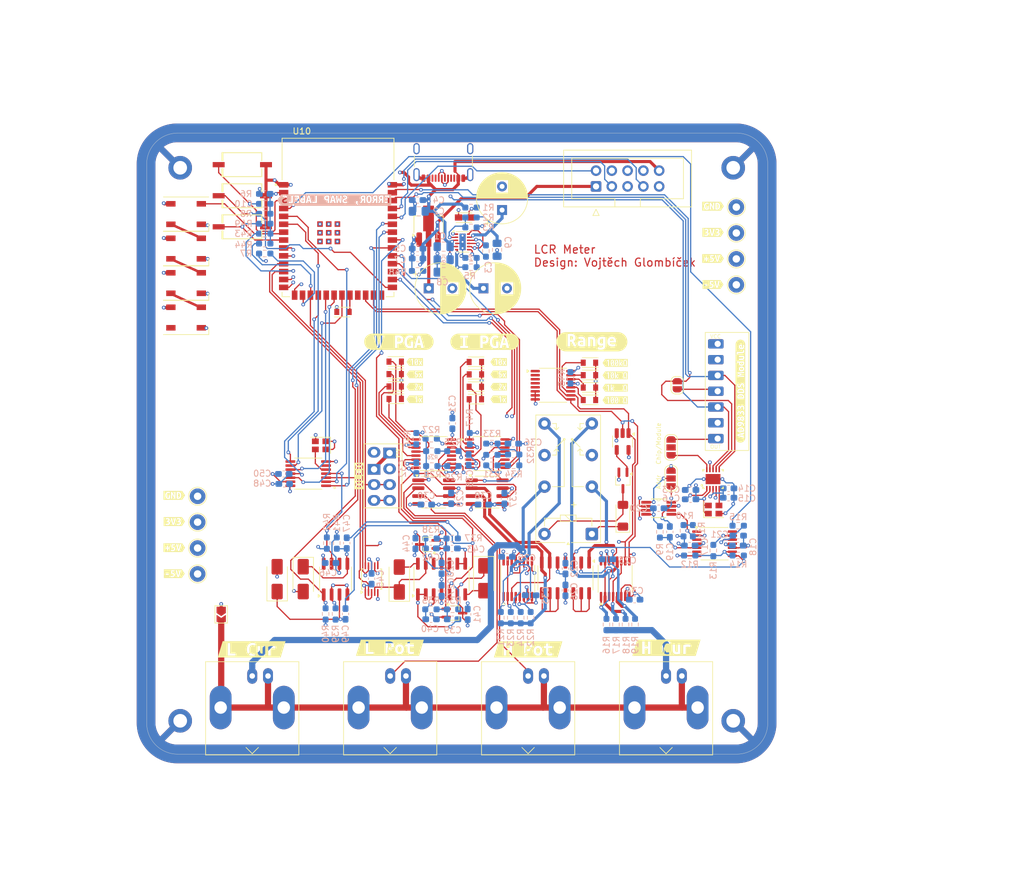
<source format=kicad_pcb>
(kicad_pcb (version 20240108) (generator "pcbnew") (generator_version "8.0")
  (layers (0 "F.Cu" signal) (1 "In1.Cu" signal) (2 "In2.Cu" signal) (3 "In3.Cu" signal) (4 "In4.Cu" signal) (31 "B.Cu" signal) (34 "B.Paste" user) (35 "F.Paste" user) (36 "B.SilkS" user "B.Silkscreen") (37 "F.SilkS" user "F.Silkscreen") (38 "B.Mask" user) (39 "F.Mask" user) (44 "Edge.Cuts" user))
  (net 0 "")
  (net 1 "Net-(U1-CAP{slash}2.5V)")
  (net 2 "Net-(U1-COMP)")
  (net 3 "Net-(U12B-+)")
  (net 4 "Net-(U13-P0W)")
  (net 5 "Net-(U12D-+)")
  (net 6 "Net-(D2-A)")
  (net 7 "SW_BYPASS_2_A")
  (net 8 "Net-(J2-In)")
  (net 9 "Net-(J4-In)")
  (net 10 "Net-(JP1-C)")
  (net 11 "Net-(U12A--)")
  (net 13 "Net-(U12B--)")
  (net 14 "Net-(U12C--)")
  (net 15 "Net-(U12D--)")
  (net 16 "/Analog frontend/Sig_IN")
  (net 17 "GND")
  (net 18 "/Drive signal source/Offset_PWM")
  (net 19 "Net-(J3-In)")
  (net 20 "Net-(U14-X3)")
  (net 21 "Net-(U14-X2)")
  (net 22 "Net-(U14-X1)")
  (net 23 "I_Sens")
  (net 24 "SW_BYPASS_1_B")
  (net 25 "Net-(U16-X1)")
  (net 26 "Net-(U16-X2)")
  (net 27 "Net-(U16-X3)")
  (net 28 "SW_BYPASS_2_B")
  (net 29 "Net-(U18-X1)")
  (net 30 "Net-(R25-Pad2)")
  (net 31 "Rg_1_B")
  (net 32 "Net-(U18-X2)")
  (net 33 "Net-(R28-Pad1)")
  (net 34 "Net-(U18-X3)")
  (net 35 "Net-(U20-X1)")
  (net 36 "Net-(R30-Pad2)")
  (net 37 "Net-(U20-X3)")
  (net 38 "Net-(R31-Pad2)")
  (net 39 "Rg_2_B")
  (net 40 "Net-(U20-X2)")
  (net 41 "SW_BYPASS_1_A")
  (net 42 "Net-(U2D-+)")
  (net 43 "Net-(U14-Y)")
  (net 44 "Net-(U2C-+)")
  (net 45 "Net-(U16-Y)")
  (net 46 "Net-(U7-VREG)")
  (net 47 "Net-(D7-A)")
  (net 48 "Net-(D8-A)")
  (net 49 "Net-(D9-A)")
  (net 50 "Net-(D10-A)")
  (net 51 "Net-(D11-A)")
  (net 52 "I_PGA_A")
  (net 53 "V_PGA_B")
  (net 54 "I_PGA_B")
  (net 55 "V_PGA_A")
  (net 56 "Rg_1_A")
  (net 57 "Net-(D12-A)")
  (net 59 "Net-(D13-A)")
  (net 60 "Net-(D14-A)")
  (net 65 "Net-(D15-A)")
  (net 66 "Net-(D16-A)")
  (net 67 "Net-(D17-A)")
  (net 68 "Net-(D18-A)")
  (net 69 "Net-(D19-DOUT)")
  (net 70 "I2C_SCL")
  (net 71 "I2C_SDA")
  (net 72 "/LEDs/RGB_Data")
  (net 73 "Net-(D20-K)")
  (net 74 "Net-(Q1-G)")
  (net 75 "+5V_USB")
  (net 76 "Net-(U8-C-)")
  (net 77 "Net-(U8-C+)")
  (net 78 "+3V3")
  (net 79 "Net-(U8-CP)")
  (net 80 "-5V")
  (net 81 "+5V")
  (net 82 "Net-(D1-A)")
  (net 83 "/Power supply + USB/USB_D-")
  (net 84 "/Power supply + USB/USB_D+")
  (net 85 "Net-(U8-FB+)")
  (net 86 "Net-(U8-FB-)")
  (net 87 "Net-(SW1-B)")
  (net 88 "Net-(U10-IO46)")
  (net 89 "Net-(SW2-B)")
  (net 90 "I_Range_A")
  (net 91 "/LEDs/LED_1")
  (net 92 "Net-(D21-DOUT)")
  (net 93 "I_Range_B")
  (net 94 "Net-(D22-DOUT)")
  (net 96 "V_Square")
  (net 97 "I_Square")
  (net 98 "Net-(U23-X)")
  (net 100 "Net-(U18-Y)")
  (net 101 "Net-(U20-Y)")
  (net 102 "TDC_SCLK")
  (net 103 "Net-(U7-CLOCK)")
  (net 104 "TDC_MOSI")
  (net 106 "TDC_Enable")
  (net 107 "TDC_MISO")
  (net 108 "TDC_Trig")
  (net 109 "TDC_!CS")
  (net 111 "TDC_Int")
  (net 112 "Net-(R10-Pad1)")
  (net 113 "Rg_2_A")
  (net 114 "Net-(U1-MCLK)")
  (net 117 "Net-(C39-Pad2)")
  (net 118 "V_Mean")
  (net 119 "Net-(U5A-+)")
  (net 120 "V_Peak")
  (net 121 "Net-(U5C-+)")
  (net 122 "I_Mean")
  (net 123 "Net-(C43-Pad2)")
  (net 124 "I_Peak")
  (net 125 "Net-(D6-K)")
  (net 126 "Net-(U5D-+)")
  (net 127 "Net-(U5B-+)")
  (net 128 "Net-(D5-K)")
  (net 129 "Net-(D3-A)")
  (net 130 "Net-(D4-A)")
  (net 132 "Net-(JP2-B)")
  (net 133 "Net-(JP2-A)")
  (net 134 "/Drive signal source/S_Clock")
  (net 135 "Net-(JP3-A)")
  (net 138 "/Drive signal source/S_Data")
  (net 139 "/Drive signal source/F_Sync")
  (net 141 "Net-(J6-Pin_7)")
  (net 142 "Net-(J6-Pin_2)")
  (net 143 "Net-(J6-Pin_4)")
  (net 144 "Net-(J6-Pin_3)")
  (net 148 "Net-(SW3-B)")
  (net 149 "ADC_Alert")
  (net 150 "Peak_Hold_RST")
  (net 152 "BNC_Shield")
  (footprint "Snapeda:TDC7200PWR_SOP65P640X120-14N" (layer "F.Cu") (at 79.605 96.225 180)
    (property "Reference" "U7" (hide yes))
    (property "Value" "TDC7200PWR")
  )
  (footprint "LED_SMD:LED_miniPLCC_2315" (layer "F.Cu") (at 106.509 80.25 180)
    (property "Reference" "D13" (hide yes))
    (property "Value" "LED")
  )
  (footprint "Snapeda:MCP4561-502E_MS_SOP65P490X110-8N" (layer "F.Cu") (at 136 101.8)
    (property "Reference" "U13" (hide yes))
    (property "Value" "MCP4561-502E_MS")
  )
  (footprint "kibuzzard-6790BCE4" (layer "F.Cu") (at 108 75)
    (property "Reference" "kibuzzard-6790BCE4")
    (property "Value" "G***" (hide yes))
  )
  (footprint "LED_SMD:LED_WS2812B_PLCC4_5.0x5.0mm_P3.2mm" (layer "F.Cu") (at 59.95 60)
    (property "Reference" "D21" (hide yes))
    (property "Value" "WS2812B")
  )
  (footprint "LED_SMD:LED_miniPLCC_2315" (layer "F.Cu") (at 93.6 84.2 180)
    (property "Reference" "D15" (hide yes))
    (property "Value" "LED")
  )
  (footprint "Connector_IDC:IDC-Header_2x05_P2.54mm_Vertical" (layer "F.Cu") (at 125.92 50 90)
    (property "Reference" "J6" (hide yes))
    (property "Value" "IDC 2x5")
  )
  (footprint "TestPoint:TestPoint_THTPad_D2.5mm_Drill1.2mm" (layer "F.Cu") (at 61.8 104.033334)
    (property "Reference" " ")
    (property "Value" "TestPoint_THTPad_D2.5mm_Drill1.2mm")
  )
  (footprint "kibuzzard-6790BDD8" (layer "F.Cu") (at 115 124.5)
    (property "Reference" "kibuzzard-6790BDD8")
    (property "Value" "G***" (hide yes))
  )
  (footprint "kibuzzard-678FA578" (layer "F.Cu") (at 58.05 108.133334)
    (property "Reference" " ")
    (property "Value" "G***" (hide yes))
  )
  (footprint "kibuzzard-678FC3FC" (layer "F.Cu") (at 129 80.4)
    (property "Reference" "kibuzzard-678FC3FC")
    (property "Value" "G***" (hide yes))
  )
  (footprint "TestPoint:TestPoint_THTPad_D2.5mm_Drill1.2mm" (layer "F.Cu") (at 61.8 108.2)
    (property "Reference" " ")
    (property "Value" "TestPoint_THTPad_D2.5mm_Drill1.2mm")
  )
  (footprint "Package_SO:TSSOP-10_3x3mm_P0.5mm" (layer "F.Cu") (at 89.8 113.2 90)
    (property "Reference" "U3" (hide yes))
    (property "Value" "ADS1115IDGS")
  )
  (footprint "Connector_Coaxial:BNC_Amphenol_B6252HB-NPP3G-50_Horizontal" (layer "F.Cu") (at 114.992 128.788 180)
    (property "Reference" "J3")
    (property "Value" "Conn_Coaxial")
  )
  (footprint "Connector_Coaxial:BNC_Amphenol_B6252HB-NPP3G-50_Horizontal" (layer "F.Cu") (at 137.192 128.788 180)
    (property "Reference" "J4")
    (property "Value" "Conn_Coaxial")
  )
  (footprint "TestPoint:TestPoint_THTPad_D2.5mm_Drill1.2mm" (layer "F.Cu") (at 148.5 61.666666)
    (property "Reference" " ")
    (property "Value" "TestPoint_THTPad_D2.5mm_Drill1.2mm")
  )
  (footprint "kibuzzard-6790BDF0" (layer "F.Cu") (at 92.75 124.25)
    (property "Reference" "kibuzzard-6790BDF0")
    (property "Value" "G***" (hide yes))
  )
  (footprint "LED_SMD:LED_miniPLCC_2315" (layer "F.Cu") (at 93.6 78.2 180)
    (property "Reference" "D18" (hide yes))
    (property "Value" "LED")
  )
  (footprint "Connector_Coaxial:BNC_Amphenol_B6252HB-NPP3G-50_Horizontal" (layer "F.Cu") (at 70.592 128.788 180)
    (property "Reference" "J1")
    (property "Value" "Conn_Coaxial")
  )
  (footprint "Connector_Coaxial:BNC_Amphenol_B6252HB-NPP3G-50_Horizontal" (layer "F.Cu") (at 92.792 128.788 180)
    (property "Reference" "J2")
    (property "Value" "Conn_Coaxial")
  )
  (footprint "kibuzzard-678FC38E" (layer "F.Cu") (at 129 84.4)
    (property "Reference" "kibuzzard-678FC38E")
    (property "Value" "G***" (hide yes))
  )
  (footprint "TestPoint:TestPoint_THTPad_D2.5mm_Drill1.2mm" (layer "F.Cu") (at 61.8 112.366668)
    (property "Reference" " ")
    (property "Value" "TestPoint_THTPad_D2.5mm_Drill1.2mm")
  )
  (footprint "LED_SMD:LED_miniPLCC_2315_Handsoldering" (layer "F.Cu") (at 104.8 55)
    (property "Reference" "D1" (hide yes))
    (property "Value" "LED")
  )
  (footprint "Package_TO_SOT_SMD:SOT-323_SC-70_Handsoldering" (layer "F.Cu") (at 103.13 118.66)
    (property "Reference" "Q2" (hide yes))
    (property "Value" "NX3008NBK")
  )
  (footprint "LED_SMD:LED_miniPLCC_2315" (layer "F.Cu") (at 93.6 80.2 180)
    (property "Reference" "D17" (hide yes))
    (property "Value" "LED")
  )
  (footprint "LED_SMD:LED_miniPLCC_2315" (layer "F.Cu") (at 124.8625 78.375 180)
    (property "Reference" "D10" (hide yes))
    (property "Value" "LED")
  )
  (footprint "Package_SO:TSSOP-16_4.4x5mm_P0.65mm" (layer "F.Cu") (at 113.325 113.1375 90)
    (property "Reference" "U16" (hide yes))
    (property "Value" "CD74HC4052")
  )
  (footprint "Jumper:SolderJumper-2_P1.3mm_Open_TrianglePad1.0x1.5mm" (layer "F.Cu") (at 65.6 118.875 -90)
    (property "Reference" "JP4" (hide yes))
    (property "Value" "SolderJumper_2_Open")
  )
  (footprint "LED_SMD:LED_WS2812B_PLCC4_5.0x5.0mm_P3.2mm" (layer "F.Cu") (at 59.95 65.55)
    (property "Reference" "D22" (hide yes))
    (property "Value" "WS2812B")
  )
  (footprint "kibuzzard-6790BC71" (layer "F.Cu") (at 110.25 80.25)
    (property "Reference" "kibuzzard-6790BC71")
    (property "Value" "G***" (hide yes))
  )
  (footprint "TestPoint:TestPoint_THTPad_D2.5mm_Drill1.2mm" (layer "F.Cu") (at 148.5 57.5)
    (property "Reference" " ")
    (property "Value" "TestPoint_THTPad_D2.5mm_Drill1.2mm")
  )
  (footprint "kibuzzard-67960D2E" (layer "F.Cu") (at 87.8 96.6 90)
    (property "Reference" "kibuzzard-67960D2E" (hide yes))
    (property "Value" "G***" (hide yes))
  )
  (footprint "TestPoint:TestPoint_THTPad_D2.5mm_Drill1.2mm" (layer "F.Cu") (at 148.5 53.333334)
    (property "Reference" " ")
    (property "Value" "TestPoint_THTPad_D2.5mm_Drill1.2mm")
  )
  (footprint "Package_TO_SOT_SMD:SOT-89-3_Handsoldering" (layer "F.Cu") (at 98.97 56.1 90)
    (property "Reference" "U9" (hide yes))
    (property "Value" "HT75xx-1-SOT89")
  )
  (footprint "Jumper:SolderJumper-3_P1.3mm_Open_RoundedPad1.0x1.5mm" (layer "F.Cu") (at 138 92 -90)
    (property "Reference" "JP2" (hide yes))
    (property "Value" "SolderJumper_3_Open")
  )
  (footprint "kibuzzard-6790BC8C" (layer "F.Cu") (at 96.75 84.25)
    (property "Reference" "kibuzzard-6790BC8C")
    (property "Value" "G***" (hide yes))
  )
  (footprint "Package_SO:SOIC-8_3.9x4.9mm_P1.27mm" (layer "F.Cu") (at 84 113.2 90)
    (property "Reference" "U4" (hide yes))
    (property "Value" "LM393")
  )
  (footprint "Diode_SMD:D_SMA" (layer "F.Cu") (at 78.8 113.2 -90)
    (property "Reference" "D6" (hide yes))
    (property "Value" "SS14")
  )
  (footprint "Oscillator:Oscillator_SMD_SeikoEpson_SG210-4Pin_2.5x2.0mm" (layer "F.Cu") (at 81.6 91.675 180)
    (property "Reference" "X2" (hide yes))
    (property "Value" "SG-210STF")
  )
  (footprint "Package_SO:SOIC-8_3.9x4.9mm_P1.27mm" (layer "F.Cu") (at 99.8 99.2)
    (property "Reference" "U17" (hide yes))
    (property "Value" "INA823")
  )
  (footprint "kibuzzard-678FC401" (layer "F.Cu") (at 129 78.4)
    (property "Reference" "kibuzzard-678FC401")
    (property "Value" "G***" (hide yes))
  )
  (footprint "kibuzzard-678FA580" (layer "F.Cu") (at 144.75 57.4)
    (property "Reference" " ")
    (property "Value" "G***" (hide yes))
  )
  (footprint "Package_SO:TSSOP-16_4.4x5mm_P0.65mm" (layer "F.Cu") (at 108.4125 93)
    (property "Reference" "U20" (hide yes))
    (property "Value" "CD74HC4052")
  )
  (footprint "Connector_USB:USB_C_Receptacle_GCT_USB4105-xx-A_16P_TopMnt_Horizontal" (layer "F.Cu") (at 101.352 45 180)
    (property "Reference" "J5" (hide yes))
    (property "Value" "USB_C_Receptacle_USB2.0_16P")
  )
  (footprint "kibuzzard-6790BC5C" (layer "F.Cu") (at 110.25 78.25)
    (property "Reference" "kibuzzard-6790BC5C")
    (property "Value" "G***" (hide yes))
  )
  (footprint "Package_SO:SOIC-14_3.9x8.7mm_P1.27mm" (layer "F.Cu") (at 101.06 113.185 90)
    (property "Reference" "U5" (hide yes))
    (property "Value" "TLV9154")
  )
  (footprint "Package_SO:TSSOP-16_4.4x5mm_P0.65mm" (layer "F.Cu") (at 129 113.1375 90)
    (property "Reference" "U14" (hide yes))
    (property "Value" "CD74HC4052")
  )
  (footprint "Oscillator:Oscillator_SMD_SeikoEpson_SG210-4Pin_2.5x2.0mm" (layer "F.Cu") (at 144.85 102)
    (property "Reference" "X1" (hide yes))
    (property "Value" "SG-210STF")
  )
  (footprint "MountingHole:MountingHole_2.2mm_M2_DIN965_Pad" (layer "F.Cu") (at 148 136)
    (property "Reference" "")
    (property "Value" "MountingHole_2.2mm_M2_DIN965_Pad")
  )
  (footprint "Diode_SMD:D_SMA" (layer "F.Cu") (at 107.86 113.06 -90)
    (property "Reference" "D3" (hide yes))
    (property "Value" "SS14")
  )
  (footprint "MountingHole:MountingHole_2.2mm_M2_DIN965_Pad" (layer "F.Cu") (at 59 47)
    (property "Reference" "")
    (property "Value" "MountingHole_2.2mm_M2_DIN965_Pad")
  )
  (footprint "kibuzzard-678FA556" (layer "F.Cu") (at 144.75 53.18756)
    (property "Reference" " ")
    (property "Value" "G***" (hide yes))
  )
  (footprint "kibuzzard-6790BCFE" (layer "F.Cu") (at 94.2 75)
    (property "Reference" "kibuzzard-6790BCFE")
    (property "Value" "G***" (hide yes))
  )
  (footprint "TestPoint:TestPoint_THTPad_D2.5mm_Drill1.2mm" (layer "F.Cu") (at 148.5 65.833334)
    (property "Reference" " ")
    (property "Value" "TestPoint_THTPad_D2.5mm_Drill1.2mm")
  )
  (footprint "Capacitor_THT:CP_Radial_D8.0mm_P3.80mm" (layer "F.Cu") (at 98.997349 66.4)
    (property "Reference" "C11" (hide yes))
    (property "Value" "470u")
  )
  (footprint "Diode_SMD:D_MiniMELF" (layer "F.Cu") (at 130.25 103 90)
    (property "Reference" "D2" (hide yes))
    (property "Value" "D_Schottky")
  )
  (footprint "Package_SO:TSSOP-16_4.4x5mm_P0.65mm" (layer "F.Cu") (at 99.8 93)
    (property "Reference" "U18" (hide yes))
    (property "Value" "CD74HC4052")
  )
  (footprint "LED_SMD:LED_WS2812B_PLCC4_5.0x5.0mm_P3.2mm" (layer "F.Cu") (at 59.95 54.45)
    (property "Reference" "D19" (hide yes))
    (property "Value" "WS2812B")
  )
  (footprint "kibuzzard-6790BC71" (layer "F.Cu") (at 96.75 80.25)
    (property "Reference" "kibuzzard-6790BC71")
    (property "Value" "G***" (hide yes))
  )
  (footprint "Package_SO:SOIC-8_3.9x4.9mm_P1.27mm" (layer "F.Cu") (at 108.4 99.2)
    (property "Reference" "U21" (hide yes))
    (property "Value" "INA823")
  )
  (footprint "kibuzzard-6790BC8C" (layer "F.Cu") (at 110.25 84.25)
    (property "Reference" "kibuzzard-6790BC8C")
    (property "Value" "G***" (hide yes))
  )
  (footprint "LED_SMD:LED_miniPLCC_2315" (layer "F.Cu") (at 106.5 78.25 180)
    (property "Reference" "D14" (hide yes))
    (property "Value" "LED")
  )
  (footprint "LED_SMD:LED_miniPLCC_2315" (layer "F.Cu") (at 106.5 82.25 180)
    (property "Reference" "D12" (hide yes))
    (property "Value" "LED")
  )
  (footprint "Package_SON:WSON-12-1EP_3x2mm_P0.5mm_EP1x2.65_ThermalVias" (layer "F.Cu") (at 104.44 58.928)
    (property "Reference" "U8" (hide yes))
    (property "Value" "LM27762")
  )
  (footprint "Package_SO:SOIC-14_3.9x8.7mm_P1.27mm" (layer "F.Cu") (at 121 113 -90)
    (property "Reference" "U2" (hide yes))
    (property "Value" "TLV9154")
  )
  (footprint "kibuzzard-6790BC83" (layer "F.Cu") (at 96.75 82.25)
    (property "Reference" "kibuzzard-6790BC83")
    (property "Value" "G***" (hide yes))
  )
  (footprint "LED_SMD:LED_miniPLCC_2315" (layer "F.Cu") (at 85.2 70.2)
    (property "Reference" "D20" (hide yes))
    (property "Value" "LED")
  )
  (footprint "kibuzzard-678FA556" (layer "F.Cu") (at 58.05 99.720894)
    (property "Reference" " ")
    (property "Value" "G***" (hide yes))
  )
  (footprint "Relay_THT:Relay_CIT-J104D" (layer "F.Cu") (at 121.5 96.9 180)
    (property "Reference" "K1" (hide yes))
    (property "Value" "Relay_DPDT")
  )
  (footprint "Package_TO_SOT_SMD:SOT-23-5_HandSoldering" (layer "F.Cu") (at 130.2 91.054999 -90)
    (property "Reference" "U19" (hide yes))
    (property "Value" "74LVC1G02")
  )
  (footprint "kibuzzard-6790BDEA" (layer "F.Cu") (at 70.5 124.5)
    (property "Reference" "kibuzzard-6790BDEA")
    (property "Value" "G***" (hide yes))
  )
  (footprint "kibuzzard-6790BDCA" (layer "F.Cu") (at 137.25 124.25)
    (property "Reference" "kibuzzard-6790BDCA")
    (property "Value" "G***" (hide yes))
  )
  (footprint "Jumper:SolderJumper-3_P1.3mm_Open_RoundedPad1.0x1.5mm" (layer "F.Cu") (at 138 97 -90)
    (property "Reference" "JP1" (hide yes))
    (property "Value" "SolderJumper_3_Open")
  )
  (footprint "LED_SMD:LED_miniPLCC_2315" (layer "F.Cu") (at 124.8625 80.375 180)
    (property "Reference" "D9" (hide yes))
    (property "Value" "LED")
  )
  (footprint "Snapeda:AD9833_Module" (layer "F.Cu") (at 145.5 85.5)
    (property "Reference" "U22" (hide yes))
    (property "Value" "~")
  )
  (footprint "LED_SMD:LED_miniPLCC_2315" (layer "F.Cu") (at 93.6 82.2 180)
    (property "Reference" "D16" (hide yes))
    (property "Value" "LED")
  )
  (footprint "Diode_SMD:D_SMA" (layer "F.Cu") (at 74.6 113.2 90)
    (property "Reference" "D5" (hide yes))
    (property "Value" "SS14")
  )
  (footprint "LED_SMD:LED_miniPLCC_2315" (layer "F.Cu") (at 106.5 84.25 180)
    (property "Reference" "D11" (hide yes))
    (property "Value" "LED")
  )
  (footprint "kibuzzard-6790BC5C" (layer "F.Cu") (at 96.75 78.25)
    (property "Reference" "kibuzzard-6790BC5C")
    (property "Value" "G***" (hide yes))
  )
  (footprint "kibuzzard-678FA586" (layer "F.Cu") (at 58.05 112.320894)
    (property "Reference" " ")
    (property "Value" "G***" (hide yes))
  )
  (footprint "Package_SO:TSSOP-14_4.4x5mm_P0.65mm" (layer "F.Cu") (at 145 107.5)
    (property "Reference" "U12" (hide yes))
    (property "Value" "TL074")
  )
  (footprint "Snapeda:SW-SMD_L6.1-W3.7-LS7.9" (layer "F.Cu") (at 69 56.5)
    (property "Reference" "SW3" (hide yes))
    (property "Value" "SW_SPST")
  )
  (footprint "LED_SMD:LED_miniPLCC_2315" (layer "F.Cu") (at 124.8625 82.375 180)
    (property "Reference" "D8" (hide yes))
    (property "Value" "LED")
  )
  (footprint "kibuzzard-6790BC83" (layer "F.Cu") (at 110.25 82.25)
    (property "Reference" "kibuzzard-6790BC83")
    (property "Value" "G***" (hide yes))
  )
  (footprint "Snapeda:SW-SMD_L6.1-W3.7-LS7.9" (layer "F.Cu") (at 69 46.5)
    (property "Reference" "SW1" (hide yes))
    (property "Value" "SW_SPST")
  )
  (footprint "kibuzzard-678FA586" (layer "F.Cu") (at 144.75 65.78756)
    (property "Reference" " ")
    (property "Value" "G***" (hide yes))
  )
  (footprint "Package_SO:TSSOP-16_4.4x5mm_P0.65mm" (layer "F.Cu") (at 119 82)
    (property "Reference" "U23" (hide yes))
    (property "Value" "CD74HC4052")
  )
  (footprint "TestPoint:TestPoint_THTPad_D2.5mm_Drill1.2mm" (layer "F.Cu") (at 61.8 99.866668)
    (property "Reference" " ")
    (property "Value" "TestPoint_THTPad_D2.5mm_Drill1.2mm")
  )
  (footprint "Package_TO_SOT_SMD:SOT-323_SC-70_Handsoldering" (layer "F.Cu") (at 130.25 97.33 -90)
    (property "Reference" "Q1" (hide yes))
    (property "Value" "NX3008NBK")
  )
  (footprint "Jumper:SolderJumper-2_P1.3mm_Open_RoundedPad1.0x1.5mm" (layer "F.Cu") (at 139 82 90)
    (property "Reference" "JP3" (hide yes))
    (property "Value" "SolderJumper_2_Open")
  )
  (footprint "Connector:FanPinHeader_1x04_P2.54mm_Vertical" (layer "F.Cu") (at 91.7 92.78 -90)
    (property "Reference" "J7" (hide yes))
    (property "Value" "Display OLED")
  )
  (footprint "Snapeda:SW-SMD_L6.1-W3.7-LS7.9" (layer "F.Cu") (at 69 51.5)
    (property "Reference" "SW2" (hide yes))
    (property "Value" "SW_SPST")
  )
  (footprint "Package_TO_SOT_SMD:SOT-323_SC-70_Handsoldering" (layer "F.Cu") (at 98.86 107.61 180)
    (property "Reference" "Q3" (hide yes))
    (property "Value" "NX3008NBK")
  )
  (footprint "Capacitor_THT:CP_Radial_D8.0mm_P3.80mm" (layer "F.Cu") (at 110.8 53.802651 90)
    (property "Reference" "C51" (hide yes))
    (property "Value" "470u")
  )
  (footprint "kibuzzard-678FA580" (layer "F.Cu") (at 58.05 103.933334)
    (property "Reference" " ")
    (property "Value" "G***" (hide yes))
  )
  (footprint "kibuzzard-678FA578" (layer "F.Cu") (at 144.75 61.6)
    (property "Reference" " ")
    (property "Value" "G***" (hide yes))
  )
  (footprint "kibuzzard-678FC3F7" (layer "F.Cu") (at 129 82.4)
    (property "Reference" "kibuzzard-678FC3F7")
    (property "Value" "G***" (hide yes))
  )
  (footprint "Snapeda:ESP32-S2-SOLO-N4_XCVR_ESP32-S2-SOLO-N4" (layer "F.Cu") (at 84.4 55)
    (property "Reference" "U10")
    (property "Value" "ESP32-S2-SOLO-N4")
  )
  (footprint "MountingHole:MountingHole_2.2mm_M2_DIN965_Pad" (layer "F.Cu") (at 59 136)
    (property "Reference" "")
    (property "Value" "MountingHole_2.2mm_M2_DIN965_Pad")
  )
  (footprint "MountingHole:MountingHole_2.2mm_M2_DIN965_Pad" (layer "F.Cu") (at 148 47)
    (property "Reference" "")
    (property "Value" "MountingHole_2.2mm_M2_DIN965_Pad")
  )
  (footprint "Snapeda:AD9837_AD9837" (layer "F.Cu") (at 144.75 97.1 90)
    (property "Reference" "U1" (hide yes))
    (property "Value" "AD9837")
    (property "VALUE" "AD9837BCPZ" (hide yes))
  )
  (footprint "Diode_SMD:D_SMA" (layer "F.Cu") (at 94.26 113.26 90)
    (property "Reference" "D4" (hide yes))
    (property "Value" "SS14")
  )
  (footprint "LED_SMD:LED_miniPLCC_2315" (layer "F.Cu") (at 124.8625 84.375 180)
    (property "Reference" "D7" (hide yes))
    (property "Value" "LED")
  )
  (footprint "Capacitor_THT:CP_Radial_D8.0mm_P3.80mm" (layer "F.Cu") (at 107.797349 66.4)
    (property "Reference" "C12" (hide yes))
    (property "Value" "470u")
  )
  (footprint "kibuzzard-6790BCCF" (layer "F.Cu") (at 125.25 75)
    (property "Reference" "kibuzzard-6790BCCF")
    (property "Value" "G***" (hide yes))
  )
  (footprint "LED_SMD:LED_WS2812B_PLCC4_5.0x5.0mm_P3.2mm" (layer "F.Cu") (at 59.95 71.1)
    (property "Reference" "D23" (hide yes))
    (property "Value" "WS2812B")
  )
  (footprint "Resistor_SMD:R_0603_1608Metric_Pad0.98x0.95mm_HandSolder" (layer "B.Cu") (at 105.8 53.4 180)
    (property "Reference" "R1")
    (property "Value" "1k")
  )
  (footprint "Capacitor_SMD:C_0603_1608Metric_Pad1.08x0.95mm_HandSolder" (layer "B.Cu") (at 115.4 115.8 180)
    (property "Reference" "C33")
    (property "Value" "1u")
  )
  (footprint "Capacitor_SMD:C_0603_1608Metric_Pad1.08x0.95mm_HandSolder" (layer "B.Cu") (at 121 111.5 90)
    (property "Reference" "C22")
    (property "Value" "1u")
  )
  (footprint "Resistor_SMD:R_0603_1608Metric_Pad0.98x0.95mm_HandSolder" (layer "B.Cu") (at 109.1625 94.8875)
    (property "Reference" "R31")
    (property "Value" "0R")
  )
  (footprint "Capacitor_SMD:C_0603_1608Metric_Pad1.08x0.95mm_HandSolder" (layer "B.Cu") (at 102.8 88.1375 -90)
    (property "Reference" "C31")
    (property "Value" "1u")
  )
  (footprint "Resistor_SMD:R_0603_1608Metric_Pad0.98x0.95mm_HandSolder" (layer "B.Cu") (at 130.666666 120.5 -90)
    (property "Reference" "R18")
    (property "Value" "10k")
  )
  (footprint "Capacitor_SMD:C_0603_1608Metric_Pad1.08x0.95mm_HandSolder" (layer "B.Cu") (at 102.6 100.2 90)
    (property "Reference" "C29")
    (property "Value" "1u")
  )
  (footprint "Capacitor_SMD:C_0603_1608Metric_Pad1.08x0.95mm_HandSolder" (layer "B.Cu") (at 147.25 100.1 180)
    (property "Reference" "C15")
    (property "Value" "1u")
  )
  (footprint "Capacitor_SMD:C_0603_1608Metric_Pad1.08x0.95mm_HandSolder" (layer "B.Cu") (at 98.6 101.2 180)
    (property "Reference" "C30")
    (property "Value" "1u")
  )
  (footprint "Capacitor_SMD:C_0805_2012Metric_Pad1.18x1.45mm_HandSolder" (layer "B.Cu") (at 101.4 63.8 180)
    (property "Reference" "C8")
    (property "Value" "4.7u")
  )
  (footprint "Capacitor_SMD:C_0603_1608Metric_Pad1.08x0.95mm_HandSolder" (layer "B.Cu") (at 97.2 61.6 180)
    (property "Reference" "C7")
    (property "Value" "1u")
  )
  (footprint "Capacitor_SMD:C_0603_1608Metric_Pad1.08x0.95mm_HandSolder" (layer "B.Cu") (at 102.835 119.66 180)
    (property "Reference" "C39")
    (property "Value" "330n")
  )
  (footprint "Resistor_SMD:R_0603_1608Metric_Pad0.98x0.95mm_HandSolder" (layer "B.Cu") (at 113.8 119.4 -90)
    (property "Reference" "R24")
    (property "Value" "100k")
  )
  (footprint "Capacitor_SMD:C_0603_1608Metric_Pad1.08x0.95mm_HandSolder" (layer "B.Cu") (at 148.8 106.2 180)
    (property "Reference" "C21")
    (property "Value" "1u")
  )
  (footprint "Capacitor_SMD:C_0603_1608Metric_Pad1.08x0.95mm_HandSolder" (layer "B.Cu") (at 127.75 110 180)
    (property "Reference" "C23")
    (property "Value" "1u")
  )
  (footprint "Resistor_SMD:R_0603_1608Metric_Pad0.98x0.95mm_HandSolder" (layer "B.Cu") (at 84.2 107.4 90)
    (property "Reference" "R41")
    (property "Value" "100k")
  )
  (footprint "kibuzzard-67C21963" (layer "B.Cu") (at 83.8 52.2 180)
    (property "Reference" "kibuzzard-67C21963" (hide yes))
    (property "Value" "G***" (hide yes))
  )
  (footprint "Capacitor_SMD:C_0603_1608Metric_Pad1.08x0.95mm_HandSolder" (layer "B.Cu") (at 111.6 109.6 180)
    (property "Reference" "C25")
    (property "Value" "1u")
  )
  (footprint "Capacitor_SMD:C_0603_1608Metric_Pad1.08x0.95mm_HandSolder" (layer "B.Cu") (at 83.2 110.6 180)
    (property "Reference" "C46")
    (property "Value" "1u")
  )
  (footprint "Resistor_SMD:R_0603_1608Metric_Pad0.98x0.95mm_HandSolder" (layer "B.Cu") (at 148.8 109.4)
    (property "Reference" "R14")
    (property "Value" "10k")
  )
  (footprint "Resistor_SMD:R_0603_1608Metric_Pad0.98x0.95mm_HandSolder" (layer "B.Cu") (at 102.835 118.06 180)
    (property "Reference" "R36")
    (property "Value" "10k")
  )
  (footprint "Capacitor_SMD:C_0603_1608Metric_Pad1.08x0.95mm_HandSolder" (layer "B.Cu") (at 101.06 115.06 -90)
    (property "Reference" "C27")
    (property "Value" "1u")
  )
  (footprint "Resistor_SMD:R_0603_1608Metric_Pad0.98x0.95mm_HandSolder" (layer "B.Cu") (at 141.5 105.4125 90)
    (property "Reference" "R11")
    (property "Value" "33k")
  )
  (footprint "Resistor_SMD:R_0603_1608Metric_Pad0.98x0.95mm_HandSolder" (layer "B.Cu") (at 132.2 120.5 -90)
    (property "Reference" "R19")
    (property "Value" "1k")
  )
  (footprint "Resistor_SMD:R_0603_1608Metric_Pad0.98x0.95mm_HandSolder" (layer "B.Cu") (at 72.6 56 180)
    (property "Reference" "R49")
    (property "Value" "1k")
  )
  (footprint "Resistor_SMD:R_0603_1608Metric_Pad0.98x0.95mm_HandSolder" (layer "B.Cu") (at 97.2 63.6)
    (property "Reference" "R48")
    (property "Value" "1k")
  )
  (footprint "Resistor_SMD:R_0603_1608Metric_Pad0.98x0.95mm_HandSolder" (layer "B.Cu") (at 84 118.8 90)
    (property "Reference" "R39")
    (property "Value" "100k")
  )
  (footprint "Capacitor_SMD:C_0603_1608Metric_Pad1.08x0.95mm_HandSolder" (layer "B.Cu") (at 72.6 51.2)
    (property "Reference" "C10")
    (property "Value" "1u")
  )
  (footprint "Resistor_SMD:R_0603_1608Metric_Pad0.98x0.95mm_HandSolder" (layer "B.Cu") (at 102.8875 95 180)
    (property "Reference" "R29")
    (property "Value" "0R")
  )
  (footprint "Capacitor_SMD:C_0603_1608Metric_Pad1.08x0.95mm_HandSolder" (layer "B.Cu") (at 148.7375 107.8 180)
    (property "Reference" "C18")
    (property "Value" "1u")
  )
  (footprint "Resistor_SMD:R_0603_1608Metric_Pad0.98x0.95mm_HandSolder" (layer "B.Cu") (at 105.8 55)
    (property "Reference" "R2")
    (property "Value" "4k7")
  )
  (footprint "Capacitor_SMD:C_0603_1608Metric_Pad1.08x0.95mm_HandSolder" (layer "B.Cu") (at 147.25 98.59 180)
    (property "Reference" "C14")
    (property "Value" "100n")
  )
  (footprint "Resistor_SMD:R_0603_1608Metric_Pad0.98x0.95mm_HandSolder" (layer "B.Cu") (at 72.6 60.8)
    (property "Reference" "R7")
    (property "Value" "1k")
  )
  (footprint "Capacitor_SMD:C_0805_2012Metric_Pad1.18x1.45mm_HandSolder" (layer "B.Cu") (at 110 60.2 -90)
    (property "Reference" "C9")
    (property "Value" "4.7u")
  )
  (footprint "Capacitor_SMD:C_0603_1608Metric_Pad1.08x0.95mm_HandSolder" (layer "B.Cu") (at 141 107.8)
    (property "Reference" "C17")
    (property "Value" "1u")
  )
  (footprint "Resistor_SMD:R_0603_1608Metric_Pad0.98x0.95mm_HandSolder" (layer "B.Cu") (at 105.8 63 180)
    (property "Reference" "R5")
    (property "Value" "4k7")
  )
  (footprint "Resistor_SMD:R_0603_1608Metric_Pad0.98x0.95mm_HandSolder" (layer "B.Cu") (at 115.4 119.4 -90)
    (property "Reference" "R22")
    (property "Value" "1k")
  )
  (footprint "Resistor_SMD:R_0603_1608Metric_Pad0.98x0.95mm_HandSolder" (layer "B.Cu") (at 109.1625 93.2)
    (property "Reference" "R30" (hide yes))
    (property "Value" "0R")
  )
  (footprint "Capacitor_SMD:C_0603_1608Metric_Pad1.08x0.95mm_HandSolder" (layer "B.Cu") (at 96.86 107.46 90)
    (property "Reference" "C44")
    (property "Value" "1u")
  )
  (footprint "Resistor_SMD:R_0603_1608Metric_Pad0.98x0.95mm_HandSolder" (layer "B.Cu") (at 129.133333 120.5 -90)
    (property "Reference" "R17")
    (property "Value" "100k")
  )
  (footprint "Capacitor_SMD:C_0603_1608Metric_Pad1.08x0.95mm_HandSolder" (layer "B.Cu") (at 75.7375 97.875)
    (property "Reference" "C48")
    (property "Value" "1u")
  )
  (footprint "Resistor_SMD:R_0603_1608Metric_Pad0.98x0.95mm_HandSolder" (layer "B.Cu") (at 127.6 120.5 -90)
    (property "Reference" "R16")
    (property "Value" "100R")
  )
  (footprint "Resistor_SMD:R_0603_1608Metric_Pad0.98x0.95mm_HandSolder" (layer "B.Cu") (at 121.8 80.8 -90)
    (property "Reference" "R45")
    (property "Value" "1k")
  )
  (footprint "Capacitor_SMD:C_0603_1608Metric_Pad1.08x0.95mm_HandSolder" (layer "B.Cu") (at 99.3475 108.26)
    (property "Reference" "C42")
    (property "Value" "330n")
  )
  (footprint "Capacitor_SMD:C_0603_1608Metric_Pad1.08x0.95mm_HandSolder" (layer "B.Cu") (at 105.26 118.86 -90)
    (property "Reference" "C41")
    (property "Value" "1u")
  )
  (footprint "Resistor_SMD:R_0603_1608Metric_Pad0.98x0.95mm_HandSolder" (layer "B.Cu") (at 72.6 54.4 180)
    (property "Reference" "R8")
    (property "Value" "1k")
  )
  (footprint "Capacitor_SMD:C_0603_1608Metric_Pad1.08x0.95mm_HandSolder" (layer "B.Cu") (at 97.2 60 180)
    (property "Reference" "C5")
    (property "Value" "100n")
  )
  (footprint "Resistor_SMD:R_0603_1608Metric_Pad0.98x0.95mm_HandSolder" (layer "B.Cu") (at 105.6 90.6 -90)
    (property "Reference" "R47")
    (property "Value" "1k")
  )
  (footprint "Resistor_SMD:R_0603_1608Metric_Pad0.98x0.95mm_HandSolder" (layer "B.Cu") (at 99.3725 106.66 180)
    (property "Reference" "R38")
    (property "Value" "10k")
  )
  (footprint "Resistor_SMD:R_0603_1608Metric_Pad0.98x0.95mm_HandSolder" (layer "B.Cu") (at 99.3475 118.06 180)
    (property "Reference" "R35")
    (property "Value" "10k")
  )
  (footprint "Resistor_SMD:R_0603_1608Metric_Pad0.98x0.95mm_HandSolder" (layer "B.Cu") (at 136.2 105.6 90)
    (property "Reference" "R9")
    (property "Value" "100k")
  )
  (footprint "Capacitor_SMD:C_0603_1608Metric_Pad1.08x0.95mm_HandSolder" (layer "B.Cu") (at 97 95.3375 90)
    (property "Reference" "C32")
    (property "Value" "1u")
  )
  (footprint "Resistor_SMD:R_0603_1608Metric_Pad0.98x0.95mm_HandSolder" (layer "B.Cu") (at 99.4 90.6 180)
    (property "Reference" "R27")
    (property "Value" "100k")
  )
  (footprint "Resistor_SMD:R_0603_1608Metric_Pad0.98x0.95mm_HandSolder" (layer "B.Cu") (at 72.6 57.6 180)
    (property "Reference" "R43")
    (property "Value" "4k7")
  )
  (footprint "Resistor_SMD:R_0603_1608Metric_Pad0.98x0.95mm_HandSolder" (layer "B.Cu") (at 105.8 56.6)
    (property "Reference" "R3")
    (property "Value" "1k5")
  )
  (footprint "Resistor_SMD:R_0603_1608Metric_Pad0.98x0.95mm_HandSolder" (layer "B.Cu") (at 108.2 60.4 -90)
    (property "Reference" "C3")
    (property "Value" "1u")
  )
  (footprint "Resistor_SMD:R_0603_1608Metric_Pad0.98x0.95mm_HandSolder" (layer "B.Cu") (at 112.6695 93.1375)
    (property "Reference" "R32")
    (property "Value" "200k")
  )
  (footprint "Capacitor_SMD:C_0603_1608Metric_Pad1.08x0.95mm_HandSolder" (layer "B.Cu") (at 97.2 52.2 180)
    (property "Reference" "C4")
    (property "Value" "100n")
  )
  (footprint "Resistor_SMD:R_0603_1608Metric_Pad0.98x0.95mm_HandSolder" (layer "B.Cu") (at 82.6 107.4 90)
    (property "Reference" "R42")
    (property "Value" "1k")
  )
  (footprint "Capacitor_SMD:C_0805_2012Metric_Pad1.18x1.45mm_HandSolder" (layer "B.Cu") (at 101.4 59.7 180)
    (property "Reference" "C1")
    (property "Value" "4.7u")
  )
  (footprint "Resistor_SMD:R_0603_1608Metric_Pad0.98x0.95mm_HandSolder" (layer "B.Cu") (at 72.6 59.2 180)
    (property "Reference" "R44")
    (property "Value" "4k7")
  )
  (footprint "Resistor_SMD:R_0603_1608Metric_Pad0.98x0.95mm_HandSolder" (layer "B.Cu") (at 99.4875 95 180)
    (property "Reference" "R28")
    (property "Value" "22k")
  )
  (footprint "Capacitor_SMD:C_0603_1608Metric_Pad1.08x0.95mm_HandSolder" (layer "B.Cu") (at 99.3725 119.66)
    (property "Reference" "C40")
    (property "Value" "330n")
  )
  (footprint "Resistor_SMD:R_0603_1608Metric_Pad0.98x0.95mm_HandSolder" (layer "B.Cu") (at 105.8 61.5 180)
    (property "Reference" "R4")
    (property "Value" "1k5")
  )
  (footprint "Capacitor_SMD:C_0603_1608Metric_Pad1.08x0.95mm_HandSolder" (layer "B.Cu") (at 112.6 91.4 180)
    (property "Reference" "C36")
    (property "Value" "1u")
  )
  (footprint "Capacitor_SMD:C_0805_2012Metric_Pad1.18x1.45mm_HandSolder" (layer "B.Cu") (at 101.4 61.8 180)
    (property "Reference" "C6")
    (property "Value" "4.7u")
  )
  (footprint "Resistor_SMD:R_0603_1608Metric_Pad0.98x0.95mm_HandSolder" (layer "B.Cu") (at 102.8875 92.6 180)
    (property "Reference" "R25")
    (property "Value" "0R")
  )
  (footprint "Resistor_SMD:R_0603_1608Metric_Pad0.98x0.95mm_HandSolder" (layer "B.Cu") (at 112.2 119.4 -90)
    (property "Reference" "R23")
    (property "Value" "10k")
  )
  (footprint "Capacitor_SMD:C_0603_1608Metric_Pad1.08x0.95mm_HandSolder" (layer "B.Cu") (at 105.4125 94 90)
    (property "Reference" "C35")
    (property "Value" "1u")
  )
  (footprint "Capacitor_SMD:C_0603_1608Metric_Pad1.08x0.95mm_HandSolder" (layer "B.Cu") (at 136 101.8)
    (property "Reference" "C20")
    (property "Value" "1u")
  )
  (footprint "Resistor_SMD:R_0603_1608Metric_Pad0.98x0.95mm_HandSolder" (layer "B.Cu") (at 102.7725 106.66 180)
    (property "Reference" "R37")
    (property "Value" "10k")
  )
  (footprint "Capacitor_SMD:C_0603_1608Metric_Pad1.08x0.95mm_HandSolder" (layer "B.Cu") (at 132.1375 116.5 180)
    (property "Reference" "C34")
    (property "Value" "1u")
  )
  (footprint "Resistor_SMD:R_0603_1608Metric_Pad0.98x0.95mm_HandSolder" (layer "B.Cu") (at 82.4 118.8 90)
    (property "Reference" "R40")
    (property "Value" "1k")
  )
  (footprint "Capacitor_SMD:C_0603_1608Metric_Pad1.08x0.95mm_HandSolder" (layer "B.Cu") (at 89.8 113.1375 90)
    (property "Reference" "C45")
    (property "Value" "1u")
  )
  (footprint "Resistor_SMD:R_0603_1608Metric_Pad0.98x0.95mm_HandSolder" (layer "B.Cu") (at 148.8 104.6)
    (property "Reference" "R15")
    (property "Value" "100k")
  )
  (footprint "Capacitor_SMD:C_0603_1608Metric_Pad1.08x0.95mm_HandSolder" (layer "B.Cu") (at 101.06 111.46 90)
    (property "Reference" "C28")
    (property "Value" "1u")
  )
  (footprint "Resistor_SMD:R_0603_1608Metric_Pad0.98x0.95mm_HandSolder" (layer "B.Cu") (at 144.8 108.6 -90)
    (property "Reference" "R13")
    (property "Value" "10k")
  )
  (footprint "Capacitor_SMD:C_0603_1608Metric_Pad1.08x0.95mm_HandSolder" (layer "B.Cu") (at 107.8 101.2 180)
    (property "Reference" "C38")
    (property "Value" "1u")
  )
  (footprint "Resistor_SMD:R_0603_1608Metric_Pad0.98x0.95mm_HandSolder" (layer "B.Cu") (at 140 105.4125 -90)
    (property "Reference" "R10")
    (property "Value" "10k")
  )
  (footprint "Capacitor_SMD:C_0603_1608Metric_Pad1.08x0.95mm_HandSolder" (layer "B.Cu") (at 102.7475 108.26 180)
    (property "Reference" "C43")
    (property "Value" "330n")
  )
  (footprint "Resistor_SMD:R_0603_1608Metric_Pad0.98x0.95mm_HandSolder" (layer "B.Cu") (at 109.1625 91.3875)
    (property "Reference" "R33")
    (property "Value" "100k")
  )
  (footprint "Resistor_SMD:R_0603_1608Metric_Pad0.98x0.95mm_HandSolder" (layer "B.Cu") (at 141 109.4)
    (property "Reference" "R12")
    (property "Value" "10k")
  )
  (footprint "Resistor_SMD:R_0603_1608Metric_Pad0.98x0.95mm_HandSolder" (layer "B.Cu") (at 110.6 119.4 -90)
    (property "Reference" "R21")
    (property "Value" "100R")
  )
  (footprint "Capacitor_SMD:C_0603_1608Metric_Pad1.08x0.95mm_HandSolder" (layer "B.Cu") (at 137.8 105.6 90)
    (property "Reference" "C19")
    (property "Value" "100n")
  )
  (footprint "Capacitor_SMD:C_0603_1608Metric_Pad1.08x0.95mm_HandSolder" (layer "B.Cu") (at 141.1375 98.85)
    (property "Reference" "C13")
    (property "Value" "1u")
  )
  (footprint "Capacitor_SMD:C_0603_1608Metric_Pad1.08x0.95mm_HandSolder" (layer "B.Cu") (at 121 115 -90)
    (property "Reference" "C26")
    (property "Value" "1u")
  )
  (footprint "Capacitor_SMD:C_0603_1608Metric_Pad1.08x0.95mm_HandSolder" (layer "B.Cu") (at 75.675 96.275)
    (property "Reference" "C50")
    (property "Value" "1u")
  )
  (footprint "Capacitor_SMD:C_0603_1608Metric_Pad1.08x0.95mm_HandSolder" (layer "B.Cu") (at 111.175 100.2225 90)
    (property "Reference" "C37")
    (property "Value" "1u")
  )
  (footprint "Resistor_SMD:R_0603_1608Metric_Pad0.98x0.95mm_HandSolder" (layer "B.Cu") (at 112.6625 94.8875)
    (property "Reference" "R34")
    (property "Value" "22k")
  )
  (footprint "Capacitor_SMD:C_0603_1608Metric_Pad1.08x0.95mm_HandSolder" (layer "B.Cu") (at 85.8 107.4 90)
    (property "Reference" "C47")
    (property "Value" "100n")
  )
  (footprint "Capacitor_SMD:C_0603_1608Metric_Pad1.08x0.95mm_HandSolder" (layer "B.Cu") (at 141.1375 100.35)
    (property "Reference" "C16")
    (property "Value" "10n")
  )
  (footprint "Capacitor_SMD:C_0805_2012Metric_Pad1.18x1.45mm_HandSolder" (layer "B.Cu") (at 97.4 54 180)
    (property "Reference" "C2")
    (property "Value" "4.7u")
  )
  (footprint "Resistor_SMD:R_0603_1608Metric_Pad0.98x0.95mm_HandSolder" (layer "B.Cu") (at 99.4875 92.6 180)
    (property "Reference" "R26")
    (property "Value" "200k")
  )
  (footprint "Resistor_SMD:R_0603_1608Metric_Pad0.98x0.95mm_HandSolder" (layer "B.Cu") (at 97 90.6 -90)
    (property "Reference" "R46")
    (property "Value" "1k")
  )
  (footprint "Capacitor_SMD:C_0603_1608Metric_Pad1.08x0.95mm_HandSolder" (layer "B.Cu") (at 85.6 118.8 90)
    (property "Reference" "C49")
    (property "Value" "100n")
  )
  (footprint "Resistor_SMD:R_0603_1608Metric_Pad0.98x0.95mm_HandSolder" (layer "B.Cu") (at 72.6 52.8 180)
    (property "Reference" "R6")
    (property "Value" "1k")
  )
  (gr_line (start 57.55 56.1) (end 62.349984 58.300037) (stroke (width 0.4)) (layer "F.Cu") (net 69))
  (gr_line (start 57.550016 61.699963) (end 62.35 63.9) (stroke (width 0.4)) (layer "F.Cu") (net 92))
  (gr_poly (pts (xy 148.714244 41.388802) (xy 148.968165 41.40811) (xy 149.218395 41.439907) (xy 149.464618 41.483878) (xy 149.706521 41.539709) (xy 149.943791 41.607086) (xy 150.176111 41.685695) (xy 150.403169 41.775221) (xy 150.62465 41.87535) (xy 150.84024 41.985769) (xy 151.049625 42.106163) (xy 151.252491 42.236218) (xy 151.448523 42.375619) (xy 151.637408 42.524053) (xy 151.818831 42.681205) (xy 151.992477 42.846762) (xy 152.158034 43.020409) (xy 152.315187 43.201832) (xy 152.463621 43.390716) (xy 152.603022 43.586748) (xy 152.733077 43.789614) (xy 152.853471 43.998999) (xy 152.96389 44.214589) (xy 153.064019 44.43607) (xy 153.153546 44.663128) (xy 153.232154 44.895449) (xy 153.299531 45.132718) (xy 153.355362 45.374622) (xy 153.399333 45.620845) (xy 153.43113 45.871075) (xy 153.450439 46.124997) (xy 153.456944 46.382296) (xy 153.456944 136.332295) (xy 153.450439 136.589594) (xy 153.43113 136.843515) (xy 153.399333 137.093745) (xy 153.355362 137.339968) (xy 153.299531 137.581871) (xy 153.232154 137.819141) (xy 153.153546 138.051461) (xy 153.064019 138.278519) (xy 152.96389 138.5) (xy 152.853471 138.71559) (xy 152.733077 138.924975) (xy 152.603022 139.127841) (xy 152.463621 139.323873) (xy 152.315187 139.512758) (xy 152.158034 139.694181) (xy 151.992477 139.867827) (xy 151.818831 140.033384) (xy 151.637408 140.190537) (xy 151.448523 140.338971) (xy 151.252491 140.478372) (xy 151.049625 140.608427) (xy 150.84024 140.728821) (xy 150.62465 140.83924) (xy 150.403169 140.939369) (xy 150.176111 141.028896) (xy 149.943791 141.107504) (xy 149.706521 141.174881) (xy 149.464618 141.230712) (xy 149.218395 141.274683) (xy 148.968165 141.30648) (xy 148.714244 141.325789) (xy 148.456945 141.332294) (xy 58.506946 141.332294) (xy 58.249647 141.325789) (xy 57.995725 141.30648) (xy 57.745495 141.274683) (xy 57.499272 141.230712) (xy 57.257368 141.174881) (xy 57.020099 141.107504) (xy 56.787778 141.028896) (xy 56.56072 140.939369) (xy 56.339239 140.83924) (xy 56.123649 140.728821) (xy 55.914264 140.608427) (xy 55.711398 140.478372) (xy 55.515366 140.338971) (xy 55.326482 140.190537) (xy 55.145059 140.033384) (xy 54.971412 139.867827) (xy 54.805855 139.694181) (xy 54.648703 139.512758) (xy 54.500269 139.323873) (xy 54.360868 139.127841) (xy 54.230813 138.924975) (xy 54.110419 138.71559) (xy 54 138.5) (xy 53.899871 138.278519) (xy 53.810345 138.051461) (xy 53.731736 137.819141) (xy 53.664359 137.581871) (xy 53.608528 137.339968) (xy 53.564557 137.093745) (xy 53.53276 136.843515) (xy 53.513452 136.589594) (xy 53.506946 136.332295) (xy 53.506946 46.382296) (xy 53.513452 46.124997) (xy 53.53276 45.871075) (xy 53.564557 45.620845) (xy 53.608528 45.374622) (xy 53.664359 45.132718) (xy 53.731736 44.895449) (xy 53.810345 44.663128) (xy 53.899871 44.43607) (xy 54 44.214589) (xy 54.110419 43.998999) (xy 54.230813 43.789614) (xy 54.360868 43.586748) (xy 54.500269 43.390716) (xy 54.648703 43.201832) (xy 54.805855 43.020409) (xy 54.971412 42.846762) (xy 55.145059 42.681205) (xy 55.326482 42.524053) (xy 55.515366 42.375619) (xy 55.711398 42.236218) (xy 55.914264 42.106163) (xy 56.123649 41.985769) (xy 56.339239 41.87535) (xy 56.56072 41.775221) (xy 56.787778 41.685695) (xy 57.020099 41.607086) (xy 57.257368 41.539709) (xy 57.499272 41.483878) (xy 57.745495 41.439907) (xy 57.995725 41.40811) (xy 58.249647 41.388802) (xy 58.506946 41.382296) (xy 148.456945 41.382296)) (stroke (width 3)) (fill none) (layer "F.Cu") (net 17))
  (gr_line (start 57.550016 67.299963) (end 62.35 69.5) (stroke (width 0.4)) (layer "F.Cu") (net 94))
  (gr_poly (pts (xy 148.714244 41.388802) (xy 148.968165 41.40811) (xy 149.218395 41.439907) (xy 149.464618 41.483878) (xy 149.706521 41.539709) (xy 149.943791 41.607086) (xy 150.176111 41.685695) (xy 150.403169 41.775221) (xy 150.62465 41.87535) (xy 150.84024 41.985769) (xy 151.049625 42.106163) (xy 151.252491 42.236218) (xy 151.448523 42.375619) (xy 151.637408 42.524053) (xy 151.818831 42.681205) (xy 151.992477 42.846762) (xy 152.158034 43.020409) (xy 152.315187 43.201832) (xy 152.463621 43.390716) (xy 152.603022 43.586748) (xy 152.733077 43.789614) (xy 152.853471 43.998999) (xy 152.96389 44.214589) (xy 153.064019 44.43607) (xy 153.153546 44.663128) (xy 153.232154 44.895449) (xy 153.299531 45.132718) (xy 153.355362 45.374622) (xy 153.399333 45.620845) (xy 153.43113 45.871075) (xy 153.450439 46.124997) (xy 153.456944 46.382296) (xy 153.456944 136.332295) (xy 153.450439 136.589594) (xy 153.43113 136.843515) (xy 153.399333 137.093745) (xy 153.355362 137.339968) (xy 153.299531 137.581871) (xy 153.232154 137.819141) (xy 153.153546 138.051461) (xy 153.064019 138.278519) (xy 152.96389 138.5) (xy 152.853471 138.71559) (xy 152.733077 138.924975) (xy 152.603022 139.127841) (xy 152.463621 139.323873) (xy 152.315187 139.512758) (xy 152.158034 139.694181) (xy 151.992477 139.867827) (xy 151.818831 140.033384) (xy 151.637408 140.190537) (xy 151.448523 140.338971) (xy 151.252491 140.478372) (xy 151.049625 140.608427) (xy 150.84024 140.728821) (xy 150.62465 140.83924) (xy 150.403169 140.939369) (xy 150.176111 141.028896) (xy 149.943791 141.107504) (xy 149.706521 141.174881) (xy 149.464618 141.230712) (xy 149.218395 141.274683) (xy 148.968165 141.30648) (xy 148.714244 141.325789) (xy 148.456945 141.332294) (xy 58.506946 141.332294) (xy 58.249647 141.325789) (xy 57.995725 141.30648) (xy 57.745495 141.274683) (xy 57.499272 141.230712) (xy 57.257368 141.174881) (xy 57.020099 141.107504) (xy 56.787778 141.028896) (xy 56.56072 140.939369) (xy 56.339239 140.83924) (xy 56.123649 140.728821) (xy 55.914264 140.608427) (xy 55.711398 140.478372) (xy 55.515366 140.338971) (xy 55.326482 140.190537) (xy 55.145059 140.033384) (xy 54.971412 139.867827) (xy 54.805855 139.694181) (xy 54.648703 139.512758) (xy 54.500269 139.323873) (xy 54.360868 139.127841) (xy 54.230813 138.924975) (xy 54.110419 138.71559) (xy 54 138.5) (xy 53.899871 138.278519) (xy 53.810345 138.051461) (xy 53.731736 137.819141) (xy 53.664359 137.581871) (xy 53.608528 137.339968) (xy 53.564557 137.093745) (xy 53.53276 136.843515) (xy 53.513452 136.589594) (xy 53.506946 136.332295) (xy 53.506946 46.382296) (xy 53.513452 46.124997) (xy 53.53276 45.871075) (xy 53.564557 45.620845) (xy 53.608528 45.374622) (xy 53.664359 45.132718) (xy 53.731736 44.895449) (xy 53.810345 44.663128) (xy 53.899871 44.43607) (xy 54 44.214589) (xy 54.110419 43.998999) (xy 54.230813 43.789614) (xy 54.360868 43.586748) (xy 54.500269 43.390716) (xy 54.648703 43.201832) (xy 54.805855 43.020409) (xy 54.971412 42.846762) (xy 55.145059 42.681205) (xy 55.326482 42.524053) (xy 55.515366 42.375619) (xy 55.711398 42.236218) (xy 55.914264 42.106163) (xy 56.123649 41.985769) (xy 56.339239 41.87535) (xy 56.56072 41.775221) (xy 56.787778 41.685695) (xy 57.020099 41.607086) (xy 57.257368 41.539709) (xy 57.499272 41.483878) (xy 57.745495 41.439907) (xy 57.995725 41.40811) (xy 58.249647 41.388802) (xy 58.506946 41.382296) (xy 148.456945 41.382296)) (stroke (width 3)) (fill none) (layer "B.Cu") (net 17))
  (gr_poly (pts (xy 148.812 41.424508) (xy 149.065921 41.443816) (xy 149.316151 41.475613) (xy 149.562374 41.519584) (xy 149.804277 41.575415) (xy 150.041547 41.642792) (xy 150.273867 41.721401) (xy 150.500925 41.810927) (xy 150.722406 41.911056) (xy 150.937996 42.021475) (xy 151.147381 42.141869) (xy 151.350247 42.271924) (xy 151.546279 42.411325) (xy 151.735164 42.559759) (xy 151.916587 42.716911) (xy 152.090233 42.882468) (xy 152.25579 43.056115) (xy 152.412943 43.237538) (xy 152.561377 43.426422) (xy 152.700778 43.622454) (xy 152.830833 43.82532) (xy 152.951227 44.034705) (xy 153.061646 44.250295) (xy 153.161775 44.471776) (xy 153.251302 44.698834) (xy 153.32991 44.931155) (xy 153.397287 45.168424) (xy 153.453118 45.410328) (xy 153.497089 45.656551) (xy 153.528886 45.906781) (xy 153.548195 46.160703) (xy 153.5547 46.418002) (xy 153.5547 136.368001) (xy 153.548195 136.6253) (xy 153.528886 136.879221) (xy 153.497089 137.129451) (xy 153.453118 137.375674) (xy 153.397287 137.617577) (xy 153.32991 137.854847) (xy 153.251302 138.087167) (xy 153.161775 138.314225) (xy 153.061646 138.535706) (xy 152.951227 138.751296) (xy 152.830833 138.960681) (xy 152.700778 139.163547) (xy 152.561377 139.359579) (xy 152.412943 139.548464) (xy 152.25579 139.729887) (xy 152.090233 139.903533) (xy 151.916587 140.06909) (xy 151.735164 140.226243) (xy 151.546279 140.374677) (xy 151.350247 140.514078) (xy 151.147381 140.644133) (xy 150.937996 140.764527) (xy 150.722406 140.874946) (xy 150.500925 140.975075) (xy 150.273867 141.064602) (xy 150.041547 141.14321) (xy 149.804277 141.210587) (xy 149.562374 141.266418) (xy 149.316151 141.310389) (xy 149.065921 141.342186) (xy 148.812 141.361495) (xy 148.554701 141.368) (xy 58.604702 141.368) (xy 58.347403 141.361495) (xy 58.093481 141.342186) (xy 57.843251 141.310389) (xy 57.597028 141.266418) (xy 57.355124 141.210587) (xy 57.117855 141.14321) (xy 56.885534 141.064602) (xy 56.658476 140.975075) (xy 56.436995 140.874946) (xy 56.221405 140.764527) (xy 56.01202 140.644133) (xy 55.809154 140.514078) (xy 55.613122 140.374677) (xy 55.424238 140.226243) (xy 55.242815 140.06909) (xy 55.069168 139.903533) (xy 54.903611 139.729887) (xy 54.746459 139.548464) (xy 54.598025 139.359579) (xy 54.458624 139.163547) (xy 54.328569 138.960681) (xy 54.208175 138.751296) (xy 54.097756 138.535706) (xy 53.997627 138.314225) (xy 53.908101 138.087167) (xy 53.829492 137.854847) (xy 53.762115 137.617577) (xy 53.706284 137.375674) (xy 53.662313 137.129451) (xy 53.630516 136.879221) (xy 53.611208 136.6253) (xy 53.604702 136.368001) (xy 53.604702 46.418002) (xy 53.611208 46.160703) (xy 53.630516 45.906781) (xy 53.662313 45.656551) (xy 53.706284 45.410328) (xy 53.762115 45.168424) (xy 53.829492 44.931155) (xy 53.908101 44.698834) (xy 53.997627 44.471776) (xy 54.097756 44.250295) (xy 54.208175 44.034705) (xy 54.328569 43.82532) (xy 54.458624 43.622454) (xy 54.598025 43.426422) (xy 54.746459 43.237538) (xy 54.903611 43.056115) (xy 55.069168 42.882468) (xy 55.242815 42.716911) (xy 55.424238 42.559759) (xy 55.613122 42.411325) (xy 55.809154 42.271924) (xy 56.01202 42.141869) (xy 56.221405 42.021475) (xy 56.436995 41.911056) (xy 56.658476 41.810927) (xy 56.885534 41.721401) (xy 57.117855 41.642792) (xy 57.355124 41.575415) (xy 57.597028 41.519584) (xy 57.843251 41.475613) (xy 58.093481 41.443816) (xy 58.347403 41.424508) (xy 58.604702 41.418002) (xy 148.554701 41.418002)) (stroke (width 0.05)) (fill none) (layer "Edge.Cuts"))
  (gr_text "LCR Meter\nDesign: Vojtěch Glombíček\n" (at 115.8 63 0) (layer "F.Cu") (effects (font (size 1.3 1.3) (thickness 0.18)) (justify left bottom)))
  (gr_text "Chip/Module" (at 136.4 94.8 90) (layer "F.SilkS") (effects (font (size 0.7 0.7) (thickness 0.1)) (justify left bottom)))
  (gr_text "Addr" (at 136.4 98.8 90) (layer "F.SilkS") (effects (font (size 0.7 0.7) (thickness 0.1)) (justify left bottom)))
  (segment (start 144.75 98.6) (end 144.75 99.44853) (width 0.2) (layer "F.Cu") (net 1))
  (segment (start 144.75 99.44853) (end 144.299265 99.899265) (width 0.2) (layer "F.Cu") (net 1))
  (via (at 144.299265 99.899265) (size 0.6) (drill 0.3) (layers "F.Cu" "B.Cu") (net 1))
  (segment (start 146.3875 100.1) (end 146.3875 99.35) (width 0.2) (layer "B.Cu") (net 1))
  (segment (start 144.84853 99.35) (end 144.299265 99.899265) (width 0.2) (layer "B.Cu") (net 1))
  (segment (start 146.3875 99.35) (end 146.3875 98.59) (width 0.2) (layer "B.Cu") (net 1))
  (segment (start 146.3875 99.35) (end 144.84853 99.35) (width 0.2) (layer "B.Cu") (net 1))
  (segment (start 143.132821 99.651493) (end 143.75 99.034314) (width 0.2) (layer "F.Cu") (net 2))
  (segment (start 143.012387 99.719277) (end 143.080171 99.651493) (width 0.2) (layer "F.Cu") (net 2))
  (segment (start 143.080171 99.651493) (end 143.132821 99.651493) (width 0.2) (layer "F.Cu") (net 2))
  (segment (start 143.75 99.034314) (end 143.75 98.6) (width 0.2) (layer "F.Cu") (net 2))
  (segment (start 141.075759 99.719277) (end 143.012387 99.719277) (width 0.2) (layer "F.Cu") (net 2))
  (via (at 141.075759 99.719277) (size 0.6) (drill 0.3) (layers "F.Cu" "B.Cu") (net 2))
  (segment (start 140.275 100.35) (end 140.445036 100.35) (width 0.2) (layer "B.Cu") (net 2))
  (segment (start 140.445036 100.35) (end 141.075759 99.719277) (width 0.2) (layer "B.Cu") (net 2))
  (segment (start 138.675736 108.124264) (end 138.675736 108.124265) (width 0.2) (layer "F.Cu") (net 3))
  (segment (start 138.675736 108.124265) (end 138.701471 108.15) (width 0.2) (layer "F.Cu") (net 3))
  (segment (start 138.701471 108.15) (end 142.1375 108.15) (width 0.2) (layer "F.Cu") (net 3))
  (via (at 138.675736 108.124264) (size 0.6) (drill 0.3) (layers "F.Cu" "B.Cu") (net 3))
  (segment (start 138.675736 108.124264) (end 138.675736 108.075736) (width 0.2) (layer "B.Cu") (net 3))
  (segment (start 137.75 106.5125) (end 137.8 106.4625) (width 0.2) (layer "B.Cu") (net 3))
  (segment (start 138.675736 108.075736) (end 137.8 107.2) (width 0.2) (layer "B.Cu") (net 3))
  (segment (start 136.2 106.5125) (end 137.75 106.5125) (width 0.2) (layer "B.Cu") (net 3))
  (segment (start 137.8 107.2) (end 137.8 106.4625) (width 0.2) (layer "B.Cu") (net 3))
  (segment (start 137.07 102.1302) (end 136.6 102.6002) (width 0.2) (layer "F.Cu") (net 4))
  (segment (start 138.032 102.1302) (end 137.07 102.1302) (width 0.2) (layer "F.Cu") (net 4))
  (segment (start 136.6 102.6002) (end 136.6 103.4) (width 0.2) (layer "F.Cu") (net 4))
  (via (at 136.6 103.4) (size 0.6) (drill 0.3) (layers "F.Cu" "B.Cu") (net 4))
  (segment (start 137.4 103.8) (end 137.8 104.2) (width 0.2) (layer "B.Cu") (net 4))
  (segment (start 137 103.8) (end 137.4 103.8) (width 0.2) (layer "B.Cu") (net 4))
  (segment (start 137.8 104.2) (end 137.8 104.7375) (width 0.2) (layer "B.Cu") (net 4))
  (segment (start 136.6 103.4) (end 137 103.8) (width 0.2) (layer "B.Cu") (net 4))
  (segment (start 146.48603 106.85) (end 147.8625 106.85) (width 0.2) (layer "F.Cu") (net 5))
  (segment (start 146.068015 107.268015) (end 146.48603 106.85) (width 0.2) (layer "F.Cu") (net 5))
  (via (at 146.068015 107.268015) (size 0.6) (drill 0.3) (layers "F.Cu" "B.Cu") (net 5))
  (segment (start 147.9375 106.2) (end 148.1125 106.2) (width 0.2) (layer "B.Cu") (net 5))
  (segment (start 146.53603 106.8) (end 146.068015 107.268015) (width 0.2) (layer "B.Cu") (net 5))
  (segment (start 147.3375 106.8) (end 146.53603 106.8) (width 0.2) (layer "B.Cu") (net 5))
  (segment (start 148.1125 106.2) (end 149.7125 104.6) (width 0.2) (layer "B.Cu") (net 5))
  (segment (start 147.9375 106.2) (end 147.3375 106.8) (width 0.2) (layer "B.Cu") (net 5))
  (segment (start 119.72 103.85) (end 129.15 103.85) (width 0.2) (layer "F.Cu") (net 6))
  (segment (start 129.15 103.85) (end 130.25 102.75) (width 0.2) (layer "F.Cu") (net 6))
  (segment (start 130.25 102.75) (end 130.25 98.534999) (width 0.2) (layer "F.Cu") (net 6))
  (segment (start 117.63 105.94) (end 119.72 103.85) (width 0.2) (layer "F.Cu") (net 6))
  (segment (start 113 109.537501) (end 113.737501 108.8) (width 0.2) (layer "F.Cu") (net 7))
  (segment (start 113 110.275) (end 113 109.537501) (width 0.2) (layer "F.Cu") (net 7))
  (segment (start 113.737501 108.8) (end 114.2 108.8) (width 0.2) (layer "F.Cu") (net 7))
  (via (at 114.2 108.8) (size 0.6) (drill 0.3) (layers "F.Cu" "B.Cu") (net 7))
  (segment (start 106.8 123) (end 74.2 123) (width 1) (layer "B.Cu") (net 7))
  (segment (start 117.63 98.32) (end 114.2 101.75) (width 0.5) (layer "B.Cu") (net 7))
  (segment (start 114.2 108.785786) (end 113.164214 107.75) (width 1) (layer "B.Cu") (net 7))
  (segment (start 110.05 107.75) (end 109 108.8) (width 1) (layer "B.Cu") (net 7))
  (segment (start 114.2 101.75) (end 114.2 108.8) (width 0.5) (layer "B.Cu") (net 7))
  (segment (start 113.164214 107.75) (end 110.05 107.75) (width 1) (layer "B.Cu") (net 7))
  (segment (start 109 120.8) (end 106.8 123) (width 1) (layer "B.Cu") (net 7))
  (segment (start 70.592 126.608) (end 70.592 128.788) (width 1) (layer "B.Cu") (net 7))
  (segment (start 74.2 123) (end 70.592 126.608) (width 1) (layer "B.Cu") (net 7))
  (segment (start 109 108.8) (end 109 120.8) (width 1) (layer "B.Cu") (net 7))
  (segment (start 114.2 108.8) (end 114.2 108.785786) (width 1) (layer "B.Cu") (net 7))
  (segment (start 95.4 100.144448) (end 95.4 101.624265) (width 0.2) (layer "F.Cu") (net 8))
  (segment (start 95.4 101.624265) (end 96.775735 103) (width 0.2) (layer "F.Cu") (net 8))
  (segment (start 95.18 126.4) (end 92.792 128.788) (width 0.2) (layer "F.Cu") (net 8))
  (segment (start 107 126.4) (end 95.18 126.4) (width 0.2) (layer "F.Cu") (net 8))
  (segment (start 110 108.365686) (end 110 123.4) (width 0.2) (layer "F.Cu") (net 8))
  (segment (start 96.775735 103) (end 104.634314 103) (width 0.2) (layer "F.Cu") (net 8))
  (segment (start 110 123.4) (end 107 126.4) (width 0.2) (layer "F.Cu") (net 8))
  (segment (start 96.979448 98.565) (end 95.4 100.144448) (width 0.2) (layer "F.Cu") (net 8))
  (segment (start 104.634314 103) (end 110 108.365686) (width 0.2) (layer "F.Cu") (net 8))
  (segment (start 97.325 98.565) (end 96.979448 98.565) (width 0.2) (layer "F.Cu") (net 8))
  (segment (start 134.9125 121.4125) (end 137.192 123.692) (width 1) (layer "B.Cu") (net 9))
  (segment (start 137.192 123.692) (end 137.192 128.788) (width 1) (layer "B.Cu") (net 9))
  (segment (start 127.6 121.4125) (end 134.9125 121.4125) (width 1) (layer "B.Cu") (net 9))
  (segment (start 134.0028 100.8) (end 133.968 100.8348) (width 0.2) (layer "F.Cu") (net 10))
  (segment (start 135.2 100.8) (end 134.0028 100.8) (width 0.2) (layer "F.Cu") (net 10))
  (segment (start 138 97) (end 136.8 97) (width 0.2) (layer "F.Cu") (net 10))
  (via (at 135.2 100.8) (size 0.6) (drill 0.3) (layers "F.Cu" "B.Cu") (net 10))
  (via (at 136.8 97) (size 0.6) (drill 0.3) (layers "F.Cu" "B.Cu") (net 10))
  (segment (start 135.2 98.6) (end 135.2 100.8) (width 0.2) (layer "B.Cu") (net 10))
  (segment (start 136.8 97) (end 135.2 98.6) (width 0.2) (layer "B.Cu") (net 10))
  (segment (start 139.5652 102.7652) (end 138.032 102.7652) (width 0.2) (layer "F.Cu") (net 11))
  (segment (start 140.6 103.8) (end 139.5652 102.7652) (width 0.2) (layer "F.Cu") (net 11))
  (segment (start 140.6 105.399678) (end 140.6 103.8) (width 0.2) (layer "F.Cu") (net 11))
  (segment (start 143.4 106.2) (end 142.1375 106.2) (width 0.2) (layer "F.Cu") (net 11))
  (via (at 143.4 106.2) (size 0.6) (drill 0.3) (layers "F.Cu" "B.Cu") (net 11))
  (via (at 140.6 105.399678) (size 0.6) (drill 0.3) (layers "F.Cu" "B.Cu") (net 11))
  (segment (start 143.275 106.325) (end 143.4 106.2) (width 0.2) (layer "B.Cu") (net 11))
  (segment (start 141.5 106.325) (end 143.275 106.325) (width 0.2) (layer "B.Cu") (net 11))
  (segment (start 140.6 105.425) (end 141.5 106.325) (width 0.2) (layer "B.Cu") (net 11))
  (segment (start 140.6 105.399678) (end 140.6 105.425) (width 0.2) (layer "B.Cu") (net 11))
  (segment (start 139.05 109.45) (end 139 109.4) (width 0.2) (layer "F.Cu") (net 13))
  (segment (start 142.1375 108.8) (end 142.1375 109.45) (width 0.2) (layer "F.Cu") (net 13))
  (segment (start 142.1375 109.45) (end 139.05 109.45) (width 0.2) (layer "F.Cu") (net 13))
  (via (at 139 109.4) (size 0.6) (drill 0.3) (layers "F.Cu" "B.Cu") (net 13))
  (segment (start 139 109.4) (end 140.0875 109.4) (width 0.2) (layer "B.Cu") (net 13))
  (segment (start 146.6 108.8) (end 147.8625 108.8) (width 0.2) (layer "F.Cu") (net 14))
  (via (at 146.6 108.8) (size 0.6) (drill 0.3) (layers "F.Cu" "B.Cu") (net 14))
  (segment (start 146 109.4) (end 146.6 108.8) (width 0.2) (layer "B.Cu") (net 14))
  (segment (start 147.8875 109.4) (end 147.2 109.4) (width 0.2) (layer "B.Cu") (net 14))
  (segment (start 141.9125 109.4) (end 146 109.4) (width 0.2) (layer "B.Cu") (net 14))
  (segment (start 147.2 109.4) (end 146.6 108.8) (width 0.2) (layer "B.Cu") (net 14))
  (segment (start 147.8625 106.2) (end 147.8625 105.55) (width 0.2) (layer "F.Cu") (net 15))
  (segment (start 146.4 106.2) (end 147.8625 106.2) (width 0.2) (layer "F.Cu") (net 15))
  (via (at 146.4 106.2) (size 0.6) (drill 0.3) (layers "F.Cu" "B.Cu") (net 15))
  (segment (start 146.2875 106.2) (end 144.8 107.6875) (width 0.2) (layer "B.Cu") (net 15))
  (segment (start 146.4 106.2) (end 146.2875 106.2) (width 0.2) (layer "B.Cu") (net 15))
  (segment (start 148.875 109.45) (end 147.8625 109.45) (width 0.2) (layer "F.Cu") (net 16))
  (segment (start 149.7125 110.2875) (end 148.875 109.45) (width 0.2) (layer "F.Cu") (net 16))
  (segment (start 122.27 109.23) (end 122.75 108.75) (width 0.2) (layer "F.Cu") (net 16))
  (segment (start 122.27 110.525) (end 122.27 109.23) (width 0.2) (layer "F.Cu") (net 16))
  (via (at 149.7125 110.2875) (size 0.6) (drill 0.3) (layers "F.Cu" "B.Cu") (net 16))
  (via (at 122.75 108.75) (size 0.6) (drill 0.3) (layers "F.Cu" "B.Cu") (net 16))
  (segment (start 148.75 111.25) (end 149.7125 110.2875) (width 0.2) (layer "B.Cu") (net 16))
  (segment (start 149.7125 110.2875) (end 149.7125 109.4) (width 0.2) (layer "B.Cu") (net 16))
  (segment (start 123.392192 108.107808) (end 134.607808 108.107808) (width 0.2) (layer "B.Cu") (net 16))
  (segment (start 137.75 111.25) (end 148.75 111.25) (width 0.2) (layer "B.Cu") (net 16))
  (segment (start 134.607808 108.107808) (end 137.75 111.25) (width 0.2) (layer "B.Cu") (net 16))
  (segment (start 122.75 108.75) (end 123.392192 108.107808) (width 0.2) (layer "B.Cu") (net 16))
  (segment (start 148 47) (end 151.396249 43.603751) (width 1) (layer "F.Cu") (net 17))
  (segment (start 114.3 116) (end 114.3 116.737499) (width 0.2) (layer "F.Cu") (net 17))
  (segment (start 77.3 115.1) (end 77.4 115.2) (width 0.2) (layer "F.Cu") (net 17))
  (segment (start 105.097 48.68) (end 105.672 48.105) (width 0.5) (layer "F.Cu") (net 17))
  (segment (start 65.6 118.15) (end 65.6 117.2) (width 0.5) (layer "F.Cu") (net 17))
  (segment (start 146.7 102.65) (end 146.75 102.6) (width 0.2) (layer "F.Cu") (net 17))
  (segment (start 131.396461 114.146461) (end 130.603539 114.146461) (width 0.2) (layer "F.Cu") (net 17))
  (segment (start 119.75 110.545) (end 119.73 110.525) (width 0.2) (layer "F.Cu") (net 17))
  (segment (start 148 136) (end 151.223669 139.223669) (width 1) (layer "F.Cu") (net 17))
  (segment (start 80.8 90) (end 80.8 90.975) (width 0.2) (layer "F.Cu") (net 17))
  (segment (start 110.875 101.675) (end 111.2 102) (width 0.2) (layer "F.Cu") (net 17))
  (segment (start 114.3 116.737499) (end 114.600001 117.0375) (width 0.2) (layer "F.Cu") (net 17))
  (segment (start 83.365 116.565) (end 83.365 115.675) (width 0.2) (layer "F.Cu") (net 17))
  (segment (start 105.55 95.275) (end 106.6 95.275) (width 0.2) (layer "F.Cu") (net 17))
  (segment (start 88.575735 114.224265) (end 88.8 114.44853) (width 0.2) (layer "F.Cu") (net 17))
  (segment (start 135.2 102.8) (end 134.0028 102.8) (width 0.2) (layer "F.Cu") (net 17))
  (segment (start 85.8 114.2) (end 84.6 114.2) (width 0.2) (layer "F.Cu") (net 17))
  (segment (start 99.91 119.31) (end 99.46 118.86) (width 0.2) (layer "F.Cu") (net 17))
  (segment (start 93.85 49.74) (end 94.86 49.74) (width 0.5) (layer "F.Cu") (net 17))
  (segment (start 129.2 90.904999) (end 129.25 90.854999) (width 0.2) (layer "F.Cu") (net 17))
  (segment (start 134.0028 102.8) (end 133.968 102.7652) (width 0.2) (layer "F.Cu") (net 17))
  (segment (start 76.8 49.74) (end 74.94 49.74) (width 0.5) (layer "F.Cu") (net 17))
  (segment (start 119.75 112) (end 119.75 110.545) (width 0.2) (layer "F.Cu") (net 17))
  (segment (start 145.25 100) (end 145.25 98.6) (width 0.2) (layer "F.Cu") (net 17))
  (segment (start 115.6 116.9) (end 115.6 116) (width 0.2) (layer "F.Cu") (net 17))
  (segment (start 125.8625 78.375) (end 125.8625 81.35) (width 0.2) (layer "F.Cu") (net 17))
  (segment (start 94.947017 94.88958) (end 94.947017 94.252983) (width 0.2) (layer "F.Cu") (net 17))
  (segment (start 94.947017 94.252983) (end 95.225 93.975) (width 0.2) (layer "F.Cu") (net 17))
  (segment (start 107.5 78.25) (end 107.5 84.25) (width 0.2) (layer "F.Cu") (net 17))
  (segment (start 138 95.7) (end 138 95) (width 0.2) (layer "F.Cu") (net 17))
  (segment (start 145.7 102.65) (end 146.7 102.65) (width 0.2) (layer "F.Cu") (net 17))
  (segment (start 101.8 119.31) (end 99.91 119.31) (width 0.2) (layer "F.Cu") (net 17))
  (segment (start 83.8 117) (end 83.365 116.565) (width 0.2) (layer "F.Cu") (net 17))
  (segment (start 84.6 110.76) (end 84.635 110.725) (width 0.2) (layer "F.Cu") (net 17))
  (segment (start 110.875 101.105) (end 110.875 101.675) (width 0.2) (layer "F.Cu") (net 17))
  (segment (start 80.8 90.975) (end 80.75 91.025) (width 0.2) (layer "F.Cu") (net 17))
  (segment (start 94.6 78.2) (end 94.6 81.2) (width 0.2) (layer "F.Cu") (net 17))
  (segment (start 106.925 95.275) (end 107.2 95) (width 0.2) (layer "F.Cu") (net 17))
  (segment (start 95.8 95.4) (end 96.8125 95.4) (width 0.2) (layer "F.Cu") (net 17))
  (segment (start 83.365 115.675) (end 83.365 114.435) (width 0.2) (layer "F.Cu") (net 17))
  (segment (start 103.49 59.178) (end 104.19 59.178) (width 0.2) (layer "F.Cu") (net 17))
  (segment (start 98.152 48.68) (end 97.607 48.68) (width 0.5) (layer "F.Cu") (net 17))
  (segment (start 89.525 116.4) (end 89.8 116.125) (width 0.2) (layer "F.Cu") (net 17))
  (segment (start 88.8 116.125) (end 89.075 116.4) (width 0.2) (layer "F.Cu") (net 17))
  (segment (start 144.25 94.40147) (end 144.25 95.6) (width 0.2) (layer "F.Cu") (net 17))
  (segment (start 59 47) (end 55.685352 43.685352) (width 1) (layer "F.Cu") (net 17))
  (segment (start 131.675 116) (end 131.275 116) (width 0.2) (layer "F.Cu") (net 17))
  (segment (start 83.6 114.2) (end 84.6 114.2) (width 0.2) (layer "F.Cu") (net 17))
  (segment (start 130.603539 114.146461) (end 129.975 114.775) (width 0.2) (layer "F.Cu") (net 17))
  (segment (start 102.978 57.678) (end 102.9 57.6) (width 0.2) (layer "F.Cu") (net 17))
  (segment (start 88.8 114.44853) (end 88.8 115.35) (width 0.2) (layer "F.Cu") (net 17))
  (segment (start 129.25 90.854999) (end 129.25 89.704999) (width 0.2) (layer "F.Cu") (net 17))
  (segment (start 109.6 101.2) (end 109.695 101.105) (width 0.5) (layer "F.Cu") (net 17))
  (segment (start 95.457437 95.4) (end 94.947017 94.88958) (width 0.2) (layer "F.Cu") (net 17))
  (segment (start 129.975 114.775) (end 129.975 116) (width 0.2) (layer "F.Cu") (net 17))
  (segment (start 97.47 58.55) (end 96.95 58.55) (width 0.5) (layer "F.Cu") (net 17))
  (segment (start 89.075 116.4) (end 89.525 116.4) (width 0.2) (layer "F.Cu") (net 17))
  (segment (start 144.75 97.1) (end 146.25 97.1) (width 0.2) (layer "F.Cu") (net 17))
  (segment (start 101.084265 105.684265) (end 100.19 106.57853) (width 0.2) (layer "F.Cu") (net 17))
  (segment (start 103.8 55) (end 103.8 53.8) (width 0.2) (layer "F.Cu") (net 17))
  (segment (start 82.475 94.275) (end 84.075 94.275) (width 0.2) (layer "F.Cu") (net 17))
  (segment (start 147.8625 108.15) (end 150.05 108.15) (width 0.2) (layer "F.Cu") (net 17))
  (segment (start 109.695 101.105) (end 110.875 101.105) (width 0.5) (layer "F.Cu") (net 17))
  (segment (start 125.8625 81.35) (end 125.8625 84.375) (width 0.2) (layer "F.Cu") (net 17))
  (segment (start 145.15 100.1) (end 145.25 100) (width 0.2) (layer "F.Cu") (net 17))
  (segment (start 74.6 112.8) (end 74.6 111.2) (width 0.2) (layer "F.Cu") (net 17))
  (segment (start 132.175 115.5) (end 132.175 114.925) (width 0.2) (layer "F.Cu") (net 17))
  (segment (start 96.8125 95.4) (end 96.9375 95.275) (width 0.2) (layer "F.Cu") (net 17))
  (segment (start 107.2 94.351471) (end 106.823529 93.975) (width 0.2) (layer "F.Cu") (net 17))
  (segment (start 59 136) (end 55.790451 139.209549) (width 1) (layer "F.Cu") (net 17))
  (segment (start 150.05 108.15) (end 150.4 107.8) (width 0.2) (layer "F.Cu") (net 17))
  (segment (start 116.2125 117.0375) (end 116.25 117) (width 0.2) (layer "F.Cu") (net 17))
  (segment (start 138.032 101.4698) (end 139.1302 101.4698) (width 0.2) (layer "F.Cu") (net 17))
  (segment (start 72.81 56.5) (end 72.81 46.5) (width 0.5) (layer "F.Cu") (net 17))
  (segment (start 104.2 101.2) (end 102.37 101.2) (width 0.2) (layer "F.Cu") (net 17))
  (segment (start 102.37 101.2) (end 102.275 101.105) (width 0.2) (layer "F.Cu") (net 17))
  (segment (start 116.1375 84.905956) (end 116.206544 84.975) (width 0.2) (layer "F.Cu") (net 17))
  (segment (start 92.74 49.74) (end 92.6 49.6) (width 0.5) (layer "F.Cu") (net 17))
  (segment (start 106.6 95.275) (end 106.6 95.400003) (width 0.2) (layer "F.Cu") (net 17))
  (segment (start 88.8 115.35) (end 88.8 116.125) (width 0.2) (layer "F.Cu") (net 17))
  (segment (start 107.2 95) (end 107.2 94.351471) (width 0.2) (layer "F.Cu") (net 17))
  (segment (start 132.175 114.925) (end 131.396461 114.146461) (width 0.2) (layer "F.Cu") (net 17))
  (segment (start 89.8 116.125) (end 89.8 115.35) (width 0.2) (layer "F.Cu") (net 17))
  (segment (start 139.1302 101.4698) (end 139.2 101.4) (width 0.2) (layer "F.Cu") (net 17))
  (segment (start 74.94 49.74) (end 74.2 49) (width 0.5) (layer "F.Cu") (net 17))
  (segment (start 97.607 48.68) (end 97.032 48.105) (width 0.5) (layer "F.Cu") (net 17))
  (segment (start 94.6 84.2) (end 94.6 81.2) (width 0.2) (layer "F.Cu") (net 17))
  (segment (start 116.1375 82.975) (end 116.1375 84.905956) (width 0.2) (layer "F.Cu") (net 17))
  (segment (start 83.6 114.2) (end 85.8 114.2) (width 0.2) (layer "F.Cu") (net 17))
  (segment (start 85.905 115.675) (end 85.905 114.305) (width 0.2) (layer "F.Cu") (net 17))
  (segment (start 132.175 115.5) (end 131.675 116) (width 0.2) (layer "F.Cu") (net 17))
  (segment (start 104.19 59.178) (end 104.44 58.928) (width 0.2) (layer "F.Cu") (net 17))
  (segment (start 106.823529 93.975) (end 105.55 93.975) (width 0.2) (layer "F.Cu") (net 17))
  (segment (start 100.19 106.57853) (end 100.19 106.96) (width 0.2) (layer "F.Cu") (net 17))
  (segment (start 97.05 58.55) (end 96.6 59) (width 0.5) (layer "F.Cu") (net 17))
  (segment (start 77.4 115.2) (end 78.8 115.2) (width 0.2) (layer "F.Cu") (net 17))
  (segment (start 83.365 114.435) (end 83.6 114.2) (width 0.2) (layer "F.Cu") (net 17))
  (segment (start 95.8 95.4) (end 95.457437 95.4) (width 0.2) (layer "F.Cu") (net 17))
  (segment (start 114.600001 117.0375) (end 116.2125 117.0375) (width 0.2) (layer "F.Cu") (net 17))
  (segment (start 103.49 57.678) (end 102.978 57.678) (width 0.2) (layer "F.Cu") (net 17))
  (segment (start 95.225 93.975) (end 96.9375 93.975) (width 0.2) (layer "F.Cu") (net 17))
  (segment (start 129.6 97.2) (end 129.6 95.874999) (width 0.2) (layer "F.Cu") (net 17))
  (segment (start 74.2 49) (end 72.81 49) (width 0.5) (layer "F.Cu") (net 17))
  (segment (start 97.47 58.55) (end 97.05 58.55) (width 0.5) (layer "F.Cu") (net 17))
  (segment (start 85.905 114.305) (end 85.8 114.2) (width 0.2) (layer "F.Cu") (net 17))
  (segment (start 144.75 97.1) (end 143.25 97.1) (width 0.2) (layer "F.Cu") (net 17))
  (segment (start 96.95 58.55) (end 96.6 58.2) (width 0.5) (layer "F.Cu") (net 17))
  (segment (start 93.85 49.74) (end 92.74 49.74) (width 0.5) (layer "F.Cu") (net 17))
  (segment (start 84.6 112.2) (end 84.6 110.76) (width 0.2) (layer "F.Cu") (net 17))
  (segment (start 94.86 49.74) (end 95 49.6) (width 0.5) (layer "F.Cu") (net 17))
  (segment (start 106.6 95.275) (end 106.925 95.275) (width 0.2) (layer "F.Cu") (net 17))
  (segment (start 104.552 48.68) (end 105.097 48.68) (width 0.5) (layer "F.Cu") (net 17))
  (via (at 83.6 114.2) (size 0.6) (drill 0.3) (layers "F.Cu" "B.Cu") (net 17))
  (via (at 85.8 114.2) (size 0.6) (drill 0.3) (layers "F.Cu" "B.Cu") (net 17))
  (via (at 106.6 95.400003) (size 0.6) (drill 0.3) (layers "F.Cu" "B.Cu") (net 17))
  (via (at 84.2 105.6) (size 0.6) (drill 0.3) (layers "F.Cu" "B.Cu") (net 17))
  (via (at 83.8 117) (size 0.6) (drill 0.3) (layers "F.Cu" "B.Cu") (net 17))
  (via (at 74.6 112.8) (size 0.6) (drill 0.3) (layers "F.Cu" "B.Cu") (net 17))
  (via (at 107.5 81.25) (size 0.6) (drill 0.3) (layers "F.Cu" "B.Cu") (net 17))
  (via (at 72.8 62) (size 0.6) (drill 0.3) (layers "F.Cu" "B.Cu") (net 17))
  (via (at 73.875 97.875) (size 0.6) (drill 0.3) (layers "F.Cu" "B.Cu") (net 17))
  (via (at 128.60928 108.707808) (size 0.6) (drill 0.3) (layers "F.Cu" "B.Cu") (net 17))
  (via (at 107.6 56.4) (size 0.6) (drill 0.3) (layers "F.Cu" "B.Cu") (net 17))
  (via (at 135.2 102.8) (size 0.6) (drill 0.3) (layers "F.Cu" "B.Cu") (net 17))
  (via (at 104.2 101.2) (size 0.6) (drill 0.3) (layers "F.Cu" "B.Cu") (net 17))
  (via (at 144.25 94.40147) (size 0.6) (drill 0.3) (layers "F.Cu" "B.Cu") (net 17))
  (via (at 146.25 97.1) (size 0.6) (drill 0.3) (layers "F.Cu" "B.Cu") (net 17))
  (via (at 101.06 113.26) (size 0.6) (drill 0.3) (layers "F.Cu" "B.Cu") (net 17))
  (via (at 148 101.1) (size 0.6) (drill 0.3) (layers "F.Cu" "B.Cu") (net 17))
  (via (at 84.6 112.2) (size 0.6) (drill 0.3) (layers "F.Cu" "B.Cu") (net 17))
  (via (at 139.2 107.45) (size 0.6) (drill 0.3) (layers "F.Cu" "B.Cu") (net 17))
  (via (at 95 49.6) (size 0.6) (drill 0.3) (layers "F.Cu" "B.Cu") (net 17))
  (via (at 102.9 57.6) (size 0.6) (drill 0.3) (layers "F.Cu" "B.Cu") (net 17))
  (via (at 76.8 49.74) (size 0.6) (drill 0.3) (layers "F.Cu" "B.Cu") (net 17))
  (via (at 114.6 91.4) (size 0.6) (drill 0.3) (layers "F.Cu" "B.Cu") (net 17))
  (via (at 129.2 90.904999) (size 0.6) (drill 0.3) (layers "F.Cu" "B.Cu") (net 17))
  (via (at 99.46 118.86) (size 0.6) (drill 0.3) (layers "F.Cu" "B.Cu") (net 17))
  (via (at 101.084265 105.684265) (size 0.6) (drill 0.3) (layers "F.Cu" "B.Cu") (net 17))
  (via (at 96.722649 109.355389) (size 0.6) (drill 0.3) (layers "F.Cu" "B.Cu") (net 17))
  (via (at 139.2 101.4) (size 0.6) (drill 0.3) (layers "F.Cu" "B.Cu") (net 17))
  (via (at 63.2 72.8) (size 0.6) (drill 0.3) (layers "F.Cu" "B.Cu") (net 17))
  (via (at 63.4 61.65) (size 0.6) (drill 0.3) (layers "F.Cu" "B.Cu") (net 17))
  (via (at 81.5 58.86) (size 0.6) (drill 0.3) (layers "F.Cu" "B.Cu") (net 17))
  (via (at 94.6 81.2) (size 0.6) (drill 0.3) (layers "F.Cu" "B.Cu") (net 17))
  (via (at 82.9 57.46) (size 0.6) (drill 0.3) (layers "F.Cu" "B.Cu") (net 17))
  (via (at 77.3 115.1) (size 0.6) (drill 0.3) (layers "F.Cu" "B.Cu") (net 17))
  (via (at 100.4 60.8) (size 0.6) (drill 0.3) (layers "F.Cu" "B.Cu") (net 17))
  (via (at 119.75 112) (size 0.6) (drill 0.3) (layers "F.Cu" "B.Cu") (net 17))
  (via (at 92.6 49.6) (size 0.6) (drill 0.3) (layers "F.Cu" "B.Cu") (net 17))
  (via (at 105.269817 117.088259) (size 0.6) (drill 0.3) (layers "F.Cu" "B.Cu") (net 17))
  (via (at 100.6 101.2) (size 0.6) (drill 0.3) (layers "F.Cu" "B.Cu") (net 17))
  (via (at 116.206544 84.975) (size 0.6) (drill 0.3) (layers "F.Cu" "B.Cu") (net 17))
  (via (at 111.2 102) (size 0.6) (drill 0.3) (layers "F.Cu" "B.Cu") (net 17))
  (via (at 84.3 56.06) (size 0.6) (drill 0.3) (layers "F.Cu" "B.Cu") (net 17))
  (via (at 125.8625 81.35) (size 0.6) (drill 0.3) (layers "F.Cu" "B.Cu") (net 17))
  (via (at 81.5 57.46) (size 0.6) (drill 0.3) (layers "F.Cu" "B.Cu") (net 17))
  (via (at 81.5 56.06) (size 0.6) (drill 0.3) (layers "F.Cu" "B.Cu") (net 17))
  (via (at 104.246517 61.2) (size 0.6) (drill 0.3) (layers "F.Cu" "B.Cu") (net 17))
  (via (at 65.6 117.2) (size 0.6) (drill 0.3) (layers "F.Cu" "B.Cu") (net 17))
  (via (at 129.6 97.2) (size 0.6) (drill 0.3) (layers "F.Cu" "B.Cu") (net 17))
  (via (at 102.8 86.4) (size 0.6) (drill 0.3) (layers "F.Cu" "B.Cu") (net 17))
  (via (at 96.4 60.8) (size 0.6) (drill 0.3) (layers "F.Cu" "B.Cu") (net 17))
  (via (at 96.6 58.2) (size 0.6) (drill 0.3) (layers "F.Cu" "B.Cu") (net 17))
  (via (at 71.8 50.4) (size 0.6) (drill 0.3) (layers "F.Cu" "B.Cu") (net 17))
  (via (at 84.3 57.46) (size 0.6) (drill 0.3) (layers "F.Cu" "B.Cu") (net 17))
  (via (at 74.2 49) (size 0.6) (drill 0.3) (layers "F.Cu" "B.Cu") (net 17))
  (via (at 146.75 102.6) (size 0.6) (drill 0.3) (layers "F.Cu" "B.Cu") (net 17))
  (via (at 63.4 67.25) (size 0.6) (drill 0.3) (layers "F.Cu" "B.Cu") (net 17))
  (via (at 101.06 107.46) (size 0.6) (drill 0.3) (layers "F.Cu" "B.Cu") (net 17))
  (via (at 80.8 90) (size 0.6) (drill 0.3) (layers "F.Cu" "B.Cu") (net 17))
  (via (at 132.175 115.5) (size 0.6) (drill 0.3) (layers "F.Cu" "B.Cu") (net 17))
  (via (at 140.9375 98.1875) (size 0.6) (drill 0.3) (layers "F.Cu" "B.Cu") (net 17))
  (via (at 84.3 58.86) (size 0.6) (drill 0.3) (layers "F.Cu" "B.Cu") (net 17))
  (via (at 109.6 101.2) (size 0.6) (drill 0.3) (layers "F.Cu" "B.Cu") (net 17))
  (via (at 84.075 94.275) (size 0.6) (drill 0.3) (layers "F.Cu" "B.Cu") (net 17))
  (via (at 96.8 52.8) (size 0.6) (drill 0.3) (layers "F.Cu" "B.Cu") (net 17))
  (via (at 116.25 117) (size 0.6) (drill 0.3) (layers "F.Cu" "B.Cu") (net 17))
  (via (at 139 106.25) (size 0.6) (drill 0.3) (layers "F.Cu" "B.Cu") (net 17))
  (via (at 150.4 107.8) (size 0.6) (drill 0.3) (layers "F.Cu" "B.Cu") (net 17))
  (via (at 82.9 58.86) (size 0.6) (drill 0.3) (layers "F.Cu" "B.Cu") (net 17))
  (via (at 63.4 56.25) (size 0.6) (drill 0.3) (layers "F.Cu" "B.Cu") (net 17))
  (via (at 143.25 97.1) (size 0.6) (drill 0.3) (layers "F.Cu" "B.Cu") (net 17))
  (via (at 88.575735 114.224265) (size 0.6) (drill 0.3) (layers "F.Cu" "B.Cu") (net 17))
  (via (at 82.9 56.06) (size 0.6) (drill 0.3) (layers "F.Cu" "B.Cu") (net 17))
  (via (at 110 60.25) (size 0.6) (drill 0.3) (layers "F.Cu" "B.Cu") (net 17))
  (via (at 103.8 53.8) (size 0.6) (drill 0.3) (layers "F.Cu" "B.Cu") (net 17))
  (via (at 138 95) (size 0.6) (drill 0.3) (layers "F.Cu" "B.Cu") (net 17))
  (via (at 112.75 108.75) (size 0.6) (drill 0.3) (layers "F.Cu" "B.Cu") (net 17))
  (via (at 145.15 100.1) (size 0.6) (drill 0.3) (layers "F.Cu" "B.Cu") (net 17))
  (via (at 95.8 95.4) (size 0.6) (drill 0.3) (layers "F.Cu" "B.Cu") (net 17))
  (via (at 96.6 59) (size 0.6) (drill 0.3) (layers "F.Cu" "B.Cu") (net 17))
  (segment (start 146.8625 97.7125) (end 146.25 97.1) (width 0.2) (layer "B.Cu") (net 17))
  (segment (start 140.1375 107.8) (end 139.55 107.8) (width 0.2) (layer "B.Cu") (net 17))
  (segment (start 96.3375 60.7375) (end 96.3375 60) (width 0.5) (layer "B.Cu") (net 17))
  (segment (start 96.7625 52.625) (end 96.3375 52.2) (width 0.5) (layer "B.Cu") (net 17))
  (segment (start 106.6 95.400003) (end 105.950003 95.400003) (width 0.2) (layer "B.Cu") (net 17))
  (segment (start 111.2 102) (end 111.2 101.11) (width 0.2) (layer "B.Cu") (net 17))
  (segment (start 104.246517 61.2) (end 104.546517 61.5) (width 0.2) (layer "B.Cu") (net 17))
  (segment (start 111.2 101.11) (end 111.175 101.085) (width 0.2) (layer "B.Cu") (net 17))
  (segment (start 148 101.35) (end 146.75 102.6) (width 0.2) (layer "B.Cu") (net 17))
  (segment (start 135.1375 102.7375) (end 135.2 102.8) (width 0.2) (layer "B.Cu") (net 17))
  (segment (start 72.3 62) (end 71.6875 61.3875) (width 0.2) (layer "B.Cu") (net 17))
  (segment (start 97 96.2) (end 96.6 96.2) (width 0.2) (layer "B.Cu") (net 17))
  (segment (start 71.7375 51.2) (end 71.7375 50.4625) (width 0.2) (layer "B.Cu") (net 17))
  (segment (start 128.60928 108.707808) (end 128.6125 108.711028) (width 0.2) (layer "B.Cu") (net 17))
  (segment (start 140.275 98.85) (end 142.025 97.1) (width 0.2) (layer "B.Cu") (net 17))
  (segment (start 96.3375 60) (end 96.3375 59.2625) (width 0.5) (layer "B.Cu") (net 17))
  (segment (start 96.3375 59.2625) (end 96.6 59) (width 0.5) (layer "B.Cu") (net 17))
  (segment (start 140.1375 107.8) (end 140.1375 106.4625) (width 0.2) (layer "B.Cu") (net 17))
  (segment (start 101.06 114.1975) (end 101.06 112.3225) (width 0.2) (layer "B.Cu") (net 17))
  (segment (start 132.5 115.5) (end 133 116) (width 0.2) (layer "B.Cu") (net 17))
  (segment (start 84.0625 111.6625) (end 84.6 112.2) (width 0.2) (layer "B.Cu") (net 17))
  (segment (start 89.575735 114.224265) (end 89.8 114) (width 0.2) (layer "B.Cu") (net 17))
  (segment (start 108.6625 101.2) (end 111.06 101.2) (width 0.2) (layer "B.Cu") (net 17))
  (segment (start 96.7625 54) (end 96.7625 52.8375) (width 0.5) (layer "B.Cu") (net 17))
  (segment (start 116.25 115.8125) (end 116.2625 115.8) (width 0.2) (layer "B.Cu") (net 17))
  (segment (start 96.6 96.2) (end 95.8 95.4) (width 0.2) (layer "B.Cu") (net 17))
  (segment (start 105.26 117.098076) (end 105.269817 117.088259) (width 0.2) (layer "B.Cu") (net 17))
  (segment (start 100.235 119.66) (end 100.235 119.635) (width 0.2) (layer "B.Cu") (net 17))
  (segment (start 96.3375 60.8625) (end 96.4 60.8) (width 0.5) (layer "B.Cu") (net 17))
  (segment (start 116.25 117) (end 116.25 115.8125) (width 0.2) (layer "B.Cu") (net 17))
  (segment (start 100.235 119.635) (end 99.46 118.86) (width 0.2) (layer "B.Cu") (net 17))
  (segment (start 96.6 59) (end 96.6 58.2) (width 0.5) (layer "B.Cu") (net 17))
  (segment (start 104.44 59.928) (end 104.44 61.0525) (width 0.2) (layer "B.Cu") (net 17))
  (segment (start 121 114.1375) (end 121 112.3625) (width 0.2) (layer "B.Cu") (net 17))
  (segment (start 99.4625 101.2) (end 100.6 101.2) (width 0.2) (layer "B.Cu") (net 17))
  (segment (start 100.3625 63.8) (end 100.3625 61.8) (width 0.2) (layer "B.Cu") (net 17))
  (segment (start 148 47) (end 151.396249 43.603751) (width 1) (layer "B.Cu") (net 17))
  (segment (start 84 117.8875) (end 84 117.2) (width 0.2) (layer "B.Cu") (net 17))
  (segment (start 135.2 103.6875) (end 135.2 102.8) (width 0.2) (layer "B.Cu") (net 17))
  (segment (start 111.06 101.2) (end 111.175 101.085) (width 0.2) (layer "B.Cu") (net 17))
  (segment (start 104.546517 61.5) (end 104.8875 61.5) (width 0.2) (layer "B.Cu") (net 17))
  (segment (start 148.1125 100.1) (end 148.1125 98.59) (width 0.2) (layer "B.Cu") (net 17))
  (segment (start 74.9375 97.875) (end 73.875 97.875) (width 0.2) (layer "B.Cu") (net 17))
  (segment (start 59 136) (end 55.854041 139.145959) (width 1) (layer "B.Cu") (net 17))
  (segment (start 139.075 106.325) (end 139 106.25) (width 0.2) (layer "B.Cu") (net 17))
  (segment (start 104.0625 101.0625) (end 104.2 101.2) (width 0.2) (layer "B.Cu") (net 17))
  (segment (start 96.86 109.218038) (end 96.722649 109.355389) (width 0.2) (layer "B.Cu") (net 17))
  (segment (start 148.1125 98.59) (end 148.1125 97.9625) (width 0.2) (layer "B.Cu") (net 17))
  (segment (start 104.44 61.0525) (end 104.8875 61.5) (width 0.2) (layer "B.Cu") (net 17))
  (segment (start 136.2 104.6875) (end 135.2 103.6875) (width 0.2) (layer "B.Cu") (net 17))
  (segment (start 148 101.1) (end 148.1125 100.9875) (width 0.2) (layer "B.Cu") (net 17))
  (segment (start 121 112.3625) (end 120.1125 112.3625) (width 0.2) (layer "B.Cu") (net 17))
  (segment (start 102.6 101.0625) (end 102.4625 101.2) (width 0.2) (layer "B.Cu") (net 17))
  (segment (start 128.6125 108.711028) (end 128.6125 110) (width 0.2) (layer "B.Cu") (net 17))
  (segment (start 83.425 107.2625) (end 83.425 109.025) (width 0.2) (layer "B.Cu") (net 17))
  (segment (start 96.7625 52.7625) (end 96.7625 52.625) (width 0.5) (layer "B.Cu") (net 17))
  (segment (start 100.3625 60.8375) (end 100.4 60.8) (width 0.2) (layer "B.Cu") (net 17))
  (segment (start 96.4 60.8) (end 96.3375 60.7375) (width 0.5) (layer "B.Cu") (net 17))
  (segment (start 100.26 108.26) (end 101.06 107.46) (width 0.2) (layer "B.Cu") (net 17))
  (segment (start 84.0625 110.6) (end 84.0625 111.6625) (width 0.2) (layer "B.Cu") (net 17))
  (segment (start 84.2 106.4875) (end 83.425 107.2625) (width 0.2) (layer "B.Cu") (net 17))
  (segment (start 148 136) (end 151.211592 139.211592) (width 1) (layer "B.Cu") (net 17))
  (segment (start 71.6875 61.3875) (end 71.6875 60.8) (width 0.2) (layer "B.Cu") (net 17))
  (segment (start 84 117.2) (end 83.8 117) (width 0.2) (layer "B.Cu") (net 17))
  (segment (start 149.6625 106.2) (end 149.6625 107.7375) (width 0.2) (layer "B.Cu") (net 17))
  (segment (start 148.1125 100.9875) (end 148.1125 100.1) (width 0.2) (layer "B.Cu") (net 17))
  (segment (start 96.2875 63.6) (end 96.2875 61.65) (width 0.2) (layer "B.Cu") (net 17))
  (segment (start 140 106.325) (end 139.075 106.325) (width 0.2) (layer "B.Cu") (net 17))
  (segment (start 120.1125 112.3625) (end 119.75 112) (width 0.2) (layer "B.Cu") (net 17))
  (segment (start 140.1375 106.4625) (end 140 106.325) (width 0.2) (layer "B.Cu") (net 17))
  (segment (start 83.425 109.025) (end 84.0625 109.6625) (width 0.2) (layer "B.Cu") (net 17))
  (segment (start 102.8 87.275) (end 102.8 86.4) (width 0.2) (layer "B.Cu") (net 17))
  (segment (start 112.4625 109.6) (end 112.4625 109.0375) (width 0.2) (layer "B.Cu") (net 17))
  (segment (start 100.3625 59.7) (end 100.3625 60.7625) (width 0.2) (layer "B.Cu") (net 17))
  (segment (start 88.575735 114.224265) (end 89.575735 114.224265) (width 0.2) (layer "B.Cu") (net 17))
  (segment (start 142.025 97.1) (end 143.25 97.1) (width 0.2) (layer "B.Cu") (net 17))
  (segment (start 102.4625 101.2) (end 100.6 101.2) (width 0.2) (layer "B.Cu") (net 17))
  (segment (start 112.4625 109.0375) (end 112.75 108.75) (width 0.2) (layer "B.Cu") (net 17))
  (segment (start 100.21 108.26) (end 100.26 108.26) (width 0.2) (layer "B.Cu") (net 17))
  (segment (start 71.7375 50.4625) (end 71.8 50.4) (width 0.2) (layer "B.Cu") (net 17))
  (segment (start 133 116) (end 133 116.5) (width 0.2) (layer "B.Cu") (net 17))
  (segment (start 96.7625 52.8375) (end 96.8 52.8) (width 0.5) (layer "B.Cu") (net 17))
  (segment (start 105.950003 95.400003) (end 105.4125 94.8625) (width 0.2) (layer "B.Cu") (net 17))
  (segment (start 100.3625 60.7625) (end 100.4 60.8) (width 0.2) (layer "B.Cu") (net 17))
  (segment (start 100.3625 61.8) (end 100.3625 60.8375) (width 0.2) (layer "B.Cu") (net 17))
  (segment (start 150.4 107.8) (end 149.6 107.8) (width 0.2) (layer "B.Cu") (net 17))
  (segment (start 102.6 101.0625) (end 104.0625 101.0625) (width 0.2) (layer "B.Cu") (net 17))
  (segment (start 96.8 52.8) (end 96.7625 52.7625) (width 0.5) (layer "B.Cu") (net 17))
  (segment (start 96.2875 61.65) (end 96.3375 61.6) (width 0.2) (layer "B.Cu") (net 17))
  (segment (start 84.2 106.4875) (end 84.2 105.6) (width 0.2) (layer "B.Cu") (net 17))
  (segment (start 107.6 56.4) (end 106.7125 56.4) (width 0.2) (layer "B.Cu") (net 17))
  (segment (start 96.3375 61.6) (end 96.3375 60.8625) (width 0.5) (layer "B.Cu") (net 17))
  (segment (start 72.8 62) (end 72.3 62) (width 0.2) (layer "B.Cu") (net 17))
  (segment (start 59 47) (end 55.685352 43.685352) (width 1) (layer "B.Cu") (net 17))
  (segment (start 113.4625 91.4) (end 114.6 91.4) (width 0.2) (layer "B.Cu") (net 17))
  (segment (start 105.26 117.9975) (end 105.26 117.098076) (width 0.2) (layer "B.Cu") (net 17))
  (segment (start 148 101.1) (end 148 101.35) (width 0.2) (layer "B.Cu") (net 17))
  (segment (start 96.86 108.3225) (end 96.86 109.218038) (width 0.2) (layer "B.Cu") (net 17))
  (segment (start 132.175 115.5) (end 132.5 115.5) (width 0.2) (layer "B.Cu") (net 17))
  (segment (start 135.1375 101.8) (end 135.1375 102.7375) (width 0.2) (layer "B.Cu") (net 17))
  (segment (start 76.5375 96.275) (end 74.9375 97.875) (width 0.2) (layer "B.Cu") (net 17))
  (segment (start 108.6625 101.2) (end 109.6 101.2) (width 0.5) (layer "B.Cu") (net 17))
  (segment (start 139.55 107.8) (end 139.2 107.45) (width 0.2) (layer "B.Cu") (net 17))
  (segment (start 147.8625 97.7125) (end 146.8625 97.7125) (width 0.2) (layer "B.Cu") (net 17))
  (segment (start 140.275 98.85) (end 140.9375 98.1875) (width 0.2) (layer "B.Cu") (net 17))
  (segment (start 84.0625 109.6625) (end 84.0625 110.6) (width 0.2) (layer "B.Cu") (net 17))
  (segment (start 149.6625 107.7375) (end 149.6 107.8) (width 0.2) (layer "B.Cu") (net 17))
  (segment (start 110 60.25) (end 110 61.2375) (width 0.5) (layer "B.Cu") (net 17))
  (segment (start 148.1125 97.9625) (end 147.8625 97.7125) (width 0.2) (layer "B.Cu") (net 17))
  (segment (start 77.2 53) (end 76.65 53.55) (width 0.2) (layer "F.Cu") (net 18))
  (segment (start 76.65 53.55) (end 75.65 53.55) (width 0.2) (layer "F.Cu") (net 18))
  (via (at 77.2 53) (size 0.6) (drill 0.3) (layers "F.Cu" "B.Cu") (net 18))
  (segment (start 150.8 100.6) (end 147.8875 103.5125) (width 0.2) (layer "B.Cu") (net 18))
  (segment (start 141.15 46.4) (end 141.15 63.75) (width 0.2) (layer "B.Cu") (net 18))
  (segment (start 141.15 63.75) (end 150.8 73.4) (width 0.2) (layer "B.Cu") (net 18))
  (segment (start 139.95 45.2) (end 141.15 46.4) (width 0.2) (layer "B.Cu") (net 18))
  (segment (start 150.8 73.4) (end 150.8 100.6) (width 0.2) (layer "B.Cu") (net 18))
  (segment (start 79.2 51) (end 90 51) (width 0.2) (layer "B.Cu") (net 18))
  (segment (start 95.8 45.2) (end 139.95 45.2) (width 0.2) (layer "B.Cu") (net 18))
  (segment (start 147.8875 103.5125) (end 147.8875 104.6) (width 0.2) (layer "B.Cu") (net 18))
  (segment (start 77.2 53) (end 79.2 51) (width 0.2) (layer "B.Cu") (net 18))
  (segment (start 90 51) (end 95.8 45.2) (width 0.2) (layer "B.Cu") (net 18))
  (segment (start 98.435 99.835) (end 97.325 99.835) (width 0.2) (layer "F.Cu") (net 19))
  (segment (start 104.8 102.6) (end 100 102.6) (width 0.2) (layer "F.Cu") (net 19))
  (segment (start 99.4 100.8) (end 98.435 99.835) (width 0.2) (layer "F.Cu") (net 19))
  (segment (start 114.992 128.788) (end 114.992 127.992) (width 0.2) (layer "F.Cu") (net 19))
  (segment (start 99.4 102) (end 99.4 100.8) (width 0.2) (layer "F.Cu") (net 19))
  (segment (start 114.992 127.992) (end 110.4 123.4) (width 0.2) (layer "F.Cu") (net 19))
  (segment (start 110.4 123.4) (end 110.4 108.2) (width 0.2) (layer "F.Cu") (net 19))
  (segment (start 100 102.6) (end 99.4 102) (width 0.2) (layer "F.Cu") (net 19))
  (segment (start 110.4 108.2) (end 104.8 102.6) (width 0.2) (layer "F.Cu") (net 19))
  (segment (start 129.975 112.230956) (end 129.975 110.275) (width 0.2) (layer "F.Cu") (net 20))
  (segment (start 128.6 117.2) (end 128.6 116.075) (width 0.2) (layer "F.Cu") (net 20))
  (segment (start 128.675 116) (end 128.675 113.530956) (width 0.2) (layer "F.Cu") (net 20))
  (segment (start 128.6 116.075) (end 128.675 116) (width 0.2) (layer "F.Cu") (net 20))
  (segment (start 128.675 113.530956) (end 129.975 112.230956) (width 0.2) (layer "F.Cu") (net 20))
  (via (at 128.6 117.2) (size 0.6) (drill 0.3) (layers "F.Cu" "B.Cu") (net 20))
  (segment (start 128.6 117.2) (end 128.6 118.427328) (width 0.5) (layer "B.Cu") (net 20))
  (segment (start 129.133333 118.960661) (end 129.133333 119.5875) (width 0.5) (layer "B.Cu") (net 20))
  (segment (start 128.6 118.427328) (end 129.133333 118.960661) (width 0.5) (layer "B.Cu") (net 20))
  (segment (start 127.375 117.125) (end 127.375 116) (width 0.5) (layer "F.Cu") (net 21))
  (segment (start 130.2 118.4) (end 128.65 118.4) (width 0.5) (layer "F.Cu") (net 21))
  (segment (start 127.375 116) (end 127.375 110.275) (width 0.2) (layer "F.Cu") (net 21))
  (segment (start 128.65 118.4) (end 127.375 117.125) (width 0.5) (layer "F.Cu") (net 21))
  (via (at 130.2 118.4) (size 0.6) (drill 0.3) (layers "F.Cu" "B.Cu") (net 21))
  (segment (start 130.2 118.4) (end 130.666666 118.866666) (width 0.5) (layer "B.Cu") (net 21))
  (segment (start 130.666666 118.866666) (end 130.666666 119.5875) (width 0.5) (layer "B.Cu") (net 21))
  (segment (start 128.025 109.619044) (end 128.025 110.275) (width 0.2) (layer "F.Cu") (net 22))
  (segment (start 127.624357 109.218401) (end 128.025 109.619044) (width 0.2) (layer "F.Cu") (net 22))
  (segment (start 127.624357 108.707808) (end 127.624357 109.218401) (width 0.2) (layer "F.Cu") (net 22))
  (segment (start 129.325 116.08125) (end 129.325 116.818749) (width 0.5) (layer "F.Cu") (net 22))
  (segment (start 129.325 116.818749) (end 130.087501 117.58125) (width 0.5) (layer "F.Cu") (net 22))
  (segment (start 130.087501 117.58125) (end 130.5 117.58125) (width 0.5) (layer "F.Cu") (net 22))
  (via (at 127.624357 108.707808) (size 0.6) (drill 0.3) (layers "F.Cu" "B.Cu") (net 22))
  (via (at 130.5 117.5) (size 0.6) (drill 0.3) (layers "F.Cu" "B.Cu") (net 22))
  (segment (start 128.525 110.775) (end 129.5 111.75) (width 0.2) (layer "B.Cu") (net 22))
  (segment (start 127.775 110.466722) (end 128.083278 110.775) (width 0.2) (layer "B.Cu") (net 22))
  (segment (start 127.624357 108.707808) (end 127.775 108.858451) (width 0.2) (layer "B.Cu") (net 22))
  (segment (start 129.5 111.75) (end 129.5 116.5) (width 0.4) (layer "B.Cu") (net 22))
  (segment (start 128.083278 110.775) (end 128.525 110.775) (width 0.2) (layer "B.Cu") (net 22))
  (segment (start 127.775 108.858451) (end 127.775 110.466722) (width 0.2) (layer "B.Cu") (net 22))
  (segment (start 132.2 119.2) (end 130.5 117.5) (width 0.5) (layer "B.Cu") (net 22))
  (segment (start 129.5 116.5) (end 130.5 117.5) (width 0.4) (layer "B.Cu") (net 22))
  (segment (start 132.2 119.5875) (end 132.2 119.2) (width 0.5) (layer "B.Cu") (net 22))
  (segment (start 105.925 99.835) (end 107.635 99.835) (width 0.5) (layer "F.Cu") (net 23))
  (segment (start 112.834314 108) (end 116.4 108) (width 0.5) (layer "F.Cu") (net 23))
  (segment (start 117.19 108.79) (end 117.19 110.525) (width 0.5) (layer "F.Cu") (net 23))
  (segment (start 108 103.165686) (end 112.834314 108) (width 0.5) (layer "F.Cu") (net 23))
  (segment (start 117.19 111.79) (end 117.19 110.525) (width 0.5) (layer "F.Cu") (net 23))
  (segment (start 116.4 108) (end 117.19 108.79) (width 0.5) (layer "F.Cu") (net 23))
  (segment (start 117.75 113) (end 117.75 112.35) (width 0.5) (layer "F.Cu") (net 23))
  (segment (start 108 100.2) (end 108 103.165686) (width 0.5) (layer "F.Cu") (net 23))
  (segment (start 117.75 112.35) (end 117.19 111.79) (width 0.5) (layer "F.Cu") (net 23))
  (segment (start 107.635 99.835) (end 108 100.2) (width 0.5) (layer "F.Cu") (net 23))
  (via (at 117.75 113) (size 0.6) (drill 0.3) (layers "F.Cu" "B.Cu") (net 23))
  (segment (start 115.4 120.3125) (end 117.75 117.9625) (width 0.5) (layer "B.Cu") (net 23))
  (segment (start 117.75 117.9625) (end 117.75 113) (width 0.5) (layer "B.Cu") (net 23))
  (segment (start 110.6 120.3125) (end 115.4 120.3125) (width 0.5) (layer "B.Cu") (net 23))
  (segment (start 126.75 116.025) (end 126.725 116) (width 0.3) (layer "F.Cu") (net 24))
  (segment (start 126.725 117.725) (end 126.75 117.7) (width 0.3) (layer "F.Cu") (net 24))
  (segment (start 126.75 117.75) (end 126.725 117.725) (width 0.5) (layer "F.Cu") (net 24))
  (segment (start 128.65869 111.869288) (end 127.975 111.869288) (width 0.5) (layer "F.Cu") (net 24))
  (segment (start 126.75 117.7) (end 126.75 116.025) (width 0.3) (layer "F.Cu") (net 24))
  (segment (start 129.325 110.275) (end 129.325 111.202978) (width 0.5) (layer "F.Cu") (net 24))
  (segment (start 129.325 111.202978) (end 128.65869 111.869288) (width 0.5) (layer "F.Cu") (net 24))
  (via (at 127.975 111.869288) (size 0.6) (drill 0.3) (layers "F.Cu" "B.Cu") (net 24))
  (via (at 126.75 117.75) (size 0.6) (drill 0.3) (layers "F.Cu" "B.Cu") (net 24))
  (segment (start 128 111.894288) (end 127.975 111.869288) (width 0.2) (layer "B.Cu") (net 24))
  (segment (start 127.094288 112.75) (end 127.975 111.869288) (width 0.5) (layer "B.Cu") (net 24))
  (segment (start 125.25 88.16) (end 122 91.41) (width 0.5) (layer "B.Cu") (net 24))
  (segment (start 126.75 117.75) (end 128 116.5) (width 0.2) (layer "B.Cu") (net 24))
  (segment (start 123.15 112.75) (end 127.094288 112.75) (width 0.5) (layer "B.Cu") (net 24))
  (segment (start 122 111.6) (end 123.15 112.75) (width 0.5) (layer "B.Cu") (net 24))
  (segment (start 128 116.5) (end 128 111.894288) (width 0.2) (layer "B.Cu") (net 24))
  (segment (start 122 91.41) (end 122 111.6) (width 0.5) (layer "B.Cu") (net 24))
  (segment (start 127.6 118.6) (end 127.6 119.5875) (width 0.5) (layer "B.Cu") (net 24))
  (segment (start 126.75 117.75) (end 127.6 118.6) (width 0.5) (layer "B.Cu") (net 24))
  (segment (start 113.65 117.159182) (end 113.65 116) (width 0.2) (layer "F.Cu") (net 25))
  (segment (start 112.35 110.930956) (end 112.35 110.275) (width 0.2) (layer "F.Cu") (net 25))
  (segment (start 113.584822 117.22436) (end 113.65 117.159182) (width 0.2) (layer "F.Cu") (net 25))
  (segment (start 113.05 111.6) (end 113.019044 111.6) (width 0.2) (layer "F.Cu") (net 25))
  (segment (start 113.019044 111.6) (end 112.35 110.930956) (width 0.2) (layer "F.Cu") (net 25))
  (via (at 113.05 111.6) (size 0.6) (drill 0.3) (layers "F.Cu" "B.Cu") (net 25))
  (via (at 113.584822 117.22436) (size 0.6) (drill 0.3) (layers "F.Cu" "B.Cu") (net 25))
  (segment (start 115.375 116.266722) (end 114.417362 117.22436) (width 0.2) (layer "B.Cu") (net 25))
  (segment (start 114.9 110.9) (end 115.375 111.375) (width 0.2) (layer "B.Cu") (net 25))
  (segment (start 113.05 111.6) (end 113.75 110.9) (width 0.2) (layer "B.Cu") (net 25))
  (segment (start 115.4 118.206998) (end 115.4 118.4875) (width 0.2) (layer "B.Cu") (net 25))
  (segment (start 114.417362 117.22436) (end 115.4 118.206998) (width 0.2) (layer "B.Cu") (net 25))
  (segment (start 114.417362 117.22436) (end 113.584822 117.22436) (width 0.2) (layer "B.Cu") (net 25))
  (segment (start 113.75 110.9) (end 114.9 110.9) (width 0.2) (layer "B.Cu") (net 25))
  (segment (start 115.375 111.375) (end 115.375 116.266722) (width 0.2) (layer "B.Cu") (net 25))
  (segment (start 112 117.5) (end 111.7 117.2) (width 0.2) (layer "F.Cu") (net 26))
  (segment (start 111.7 117.2) (end 111.7 116) (width 0.2) (layer "F.Cu") (net 26))
  (segment (start 111.7 116) (end 111.7 110.275) (width 0.2) (layer "F.Cu") (net 26))
  (via (at 112 117.5) (size 0.6) (drill 0.3) (layers "F.Cu" "B.Cu") (net 26))
  (segment (start 112.2 117.7) (end 112 117.5) (width 0.2) (layer "B.Cu") (net 26))
  (segment (start 112.2 118.4875) (end 112.2 117.7) (width 0.2) (layer "B.Cu") (net 26))
  (segment (start 114.550003 111.5) (end 114.3 111.249997) (width 0.2) (layer "F.Cu") (net 27))
  (segment (start 112.758949 117.247017) (end 113 117.005966) (width 0.2) (layer "F.Cu") (net 27))
  (segment (start 114.3 111.249997) (end 114.3 110.275) (width 0.2) (layer "F.Cu") (net 27))
  (segment (start 113 117.005966) (end 113 116) (width 0.2) (layer "F.Cu") (net 27))
  (via (at 112.758949 117.247017) (size 0.6) (drill 0.3) (layers "F.Cu" "B.Cu") (net 27))
  (via (at 114.550003 111.5) (size 0.6) (drill 0.3) (layers "F.Cu" "B.Cu") (net 27))
  (segment (start 113.75 115.283278) (end 113.75 112.348529) (width 0.2) (layer "B.Cu") (net 27))
  (segment (start 112.758949 116.274329) (end 113.75 115.283278) (width 0.2) (layer "B.Cu") (net 27))
  (segment (start 113.75 112.348529) (end 114.550003 111.548526) (width 0.2) (layer "B.Cu") (net 27))
  (segment (start 112.758949 117.247017) (end 112.758949 116.274329) (width 0.2) (layer "B.Cu") (net 27))
  (segment (start 113.8 118.288068) (end 113.8 118.4875) (width 0.2) (layer "B.Cu") (net 27))
  (segment (start 114.550003 111.548526) (end 114.550003 111.5) (width 0.2) (layer "B.Cu") (net 27))
  (segment (start 112.758949 117.247017) (end 113.8 118.288068) (width 0.2) (layer "B.Cu") (net 27))
  (segment (start 113.6 112.2) (end 113.65 112.15) (width 0.2) (layer "F.Cu") (net 28))
  (segment (start 112.3 112.2) (end 113.6 112.2) (width 0.2) (layer "F.Cu") (net 28))
  (segment (start 111 117.25) (end 111 116.05) (width 0.2) (layer "F.Cu") (net 28))
  (segment (start 111 116.05) (end 111.05 116) (width 0.2) (layer "F.Cu") (net 28))
  (segment (start 113.65 112.15) (end 113.65 110.275) (width 0.2) (layer "F.Cu") (net 28))
  (via (at 111 117.25) (size 0.6) (drill 0.3) (layers "F.Cu" "B.Cu") (net 28))
  (via (at 112.3 112.2) (size 0.6) (drill 0.3) (layers "F.Cu" "B.Cu") (net 28))
  (segment (start 120 90.53) (end 117.63 88.16) (width 0.5) (layer "B.Cu") (net 28))
  (segment (start 120 101) (end 120 90.53) (width 0.5) (layer "B.Cu") (net 28))
  (segment (start 113.239339 110.35) (end 113.993503 110.35) (width 0.5) (layer "B.Cu") (net 28))
  (segment (start 112.3 111.289339) (end 113.239339 110.35) (width 0.5) (layer "B.Cu") (net 28))
  (segment (start 113.993503 110.35) (end 115.15 109.193503) (width 0.5) (layer "B.Cu") (net 28))
  (segment (start 112.3 112.2) (end 111 113.5) (width 0.2) (layer "B.Cu") (net 28))
  (segment (start 112.3 112.2) (end 112.3 111.289339) (width 0.5) (layer "B.Cu") (net 28))
  (segment (start 111 113.5) (end 111 117.25) (width 0.2) (layer "B.Cu") (net 28))
  (segment (start 115.15 105.85) (end 120 101) (width 0.5) (layer "B.Cu") (net 28))
  (segment (start 111 117.25) (end 110.6 117.65) (width 0.2) (layer "B.Cu") (net 28))
  (segment (start 110.6 117.65) (end 110.6 118.4875) (width 0.2) (layer "B.Cu") (net 28))
  (segment (start 115.15 109.193503) (end 115.15 105.85) (width 0.5) (layer "B.Cu") (net 28))
  (segment (start 103.399999 92.025) (end 104.2 92.825001) (width 0.2) (layer "F.Cu") (net 29))
  (segment (start 104.2 92.825001) (end 104.2 93.6) (width 0.2) (layer "F.Cu") (net 29))
  (segment (start 102.6625 92.025) (end 103.399999 92.025) (width 0.2) (layer "F.Cu") (net 29))
  (via (at 104.2 93.6) (size 0.6) (drill 0.3) (layers "F.Cu" "B.Cu") (net 29))
  (segment (start 104.2 93.6) (end 104.2 93) (width 0.2) (layer "B.Cu") (net 29))
  (segment (start 104.2 93) (end 103.8 92.6) (width 0.2) (layer "B.Cu") (net 29))
  (segment (start 100.4 92.6) (end 101.975 92.6) (width 0.2) (layer "B.Cu") (net 30))
  (segment (start 97.42 97.2) (end 97.325 97.295) (width 0.2) (layer "F.Cu") (net 31))
  (segment (start 99 97.2) (end 97.42 97.2) (width 0.2) (layer "F.Cu") (net 31))
  (via (at 99 97.2) (size 0.6) (drill 0.3) (layers "F.Cu" "B.Cu") (net 31))
  (segment (start 98.6 96.8) (end 98.6 90.7125) (width 0.2) (layer "B.Cu") (net 31))
  (segment (start 99 97.2) (end 98.6 96.8) (width 0.2) (layer "B.Cu") (net 31))
  (segment (start 98.6 90.7125) (end 98.4875 90.6) (width 0.2) (layer "B.Cu") (net 31))
  (segment (start 102.6375 91.4) (end 102.6625 91.375) (width 0.2) (layer "F.Cu") (net 32))
  (segment (start 101.2 91.4) (end 102.6375 91.4) (width 0.2) (layer "F.Cu") (net 32))
  (via (at 101.2 91.4) (size 0.6) (drill 0.3) (layers "F.Cu" "B.Cu") (net 32))
  (segment (start 100.4 90.6) (end 101.2 91.4) (width 0.2) (layer "B.Cu") (net 32))
  (segment (start 100.3125 90.6) (end 100.4 90.6) (width 0.2) (layer "B.Cu") (net 32))
  (segment (start 100.4 95) (end 101.975 95) (width 0.2) (layer "B.Cu") (net 33))
  (segment (start 102.006544 93.975) (end 102.6625 93.975) (width 0.2) (layer "F.Cu") (net 34))
  (segment (start 101.803527 95.975) (end 101.2 95.371473) (width 0.2) (layer "F.Cu") (net 34))
  (segment (start 101.2 95.371473) (end 101.2 94.781544) (width 0.2) (layer "F.Cu") (net 34))
  (segment (start 101.2 94.781544) (end 102.006544 93.975) (width 0.2) (layer "F.Cu") (net 34))
  (via (at 101.803527 95.975) (size 0.6) (drill 0.3) (layers "F.Cu" "B.Cu") (net 34))
  (segment (start 102.825 95.975) (end 103.8 95) (width 0.2) (layer "B.Cu") (net 34))
  (segment (start 101.803527 95.975) (end 102.825 95.975) (width 0.2) (layer "B.Cu") (net 34))
  (segment (start 107.8 93.8) (end 109.575 92.025) (width 0.2) (layer "F.Cu") (net 35))
  (segment (start 109.575 92.025) (end 111.275 92.025) (width 0.2) (layer "F.Cu") (net 35))
  (via (at 107.8 93.8) (size 0.6) (drill 0.3) (layers "F.Cu" "B.Cu") (net 35))
  (segment (start 107.8 93.8) (end 107.8 93.5875) (width 0.2) (layer "B.Cu") (net 35))
  (segment (start 107.8 93.5875) (end 108.25 93.1375) (width 0.2) (layer "B.Cu") (net 35))
  (segment (start 110.075 93.1375) (end 111.757 93.1375) (width 0.2) (layer "B.Cu") (net 36))
  (segment (start 110.2375 95.80897) (end 110.2375 94.356544) (width 0.2) (layer "F.Cu") (net 37))
  (segment (start 110.414265 95.985735) (end 110.2375 95.80897) (width 0.2) (layer "F.Cu") (net 37))
  (segment (start 110.619044 93.975) (end 111.275 93.975) (width 0.2) (layer "F.Cu") (net 37))
  (segment (start 110.2375 94.356544) (end 110.619044 93.975) (width 0.2) (layer "F.Cu") (net 37))
  (via (at 110.414265 95.985735) (size 0.6) (drill 0.3) (layers "F.Cu" "B.Cu") (net 37))
  (segment (start 108.25 94.8875) (end 109.348235 95.985735) (width 0.2) (layer "B.Cu") (net 37))
  (segment (start 109.348235 95.985735) (end 110.414265 95.985735) (width 0.2) (layer "B.Cu") (net 37))
  (segment (start 110.075 94.8875) (end 111.75 94.8875) (width 0.2) (layer "B.Cu") (net 38))
  (segment (start 108 97.365) (end 107.93 97.295) (width 0.2) (layer "F.Cu") (net 39))
  (segment (start 107.93 97.295) (end 105.925 97.295) (width 0.2) (layer "F.Cu") (net 39))
  (via (at 108 97.365) (size 0.6) (drill 0.3) (layers "F.Cu" "B.Cu") (net 39))
  (segment (start 113.582 94.8805) (end 113.575 94.8875) (width 0.2) (layer "B.Cu") (net 39))
  (segment (start 112 97.4) (end 113.575 95.825) (width 0.2) (layer "B.Cu") (net 39))
  (segment (start 113.582 93.1375) (end 113.582 94.8805) (width 0.2) (layer "B.Cu") (net 39))
  (segment (start 113.575 95.825) (end 113.575 94.8875) (width 0.2) (layer "B.Cu") (net 39))
  (segment (start 108.035 97.4) (end 112 97.4) (width 0.2) (layer "B.Cu") (net 39))
  (segment (start 110.5625 92.3625) (end 112.807 92.3625) (width 0.2) (layer "B.Cu") (net 39))
  (segment (start 110.075 91.875) (end 110.5625 92.3625) (width 0.2) (layer "B.Cu") (net 39))
  (segment (start 110.075 91.3875) (end 110.075 91.875) (width 0.2) (layer "B.Cu") (net 39))
  (segment (start 108 97.365) (end 108.035 97.4) (width 0.2) (layer "B.Cu") (net 39))
  (segment (start 112.807 92.3625) (end 113.582 93.1375) (width 0.2) (layer "B.Cu") (net 39))
  (segment (start 109.104102 91.375) (end 111.275 91.375) (width 0.2) (layer "F.Cu") (net 40))
  (segment (start 109.0875 91.391602) (end 109.104102 91.375) (width 0.2) (layer "F.Cu") (net 40))
  (via (at 109.0875 91.391602) (size 0.6) (drill 0.3) (layers "F.Cu" "B.Cu") (net 40))
  (segment (start 109.0875 91.391602) (end 108.254102 91.391602) (width 0.2) (layer "B.Cu") (net 40))
  (segment (start 108.254102 91.391602) (end 108.25 91.3875) (width 0.2) (layer "B.Cu") (net 40))
  (segment (start 129.20928 108.956337) (end 129.20928 108.259279) (width 0.2) (layer "F.Cu") (net 41))
  (segment (start 125.75 107.8) (end 124.81 108.74) (width 0.5) (layer "F.Cu") (net 41))
  (segment (start 128.675 110.275) (end 128.675 109.490617) (width 0.2) (layer "F.Cu") (net 41))
  (segment (start 124.81 108.74) (end 124.81 110.525) (width 0.5) (layer "F.Cu") (net 41))
  (segment (start 128.750001 107.8) (end 127.6 107.8) (width 0.5) (layer "F.Cu") (net 41))
  (segment (start 129.20928 108.259279) (end 128.750001 107.8) (width 0.2) (layer "F.Cu") (net 41))
  (segment (start 128.675 109.490617) (end 129.20928 108.956337) (width 0.2) (layer "F.Cu") (net 41))
  (segment (start 127.6 107.8) (end 125.75 107.8) (width 0.5) (layer "F.Cu") (net 41))
  (segment (start 127.6 107.2) (end 127.6 107.8) (width 0.5) (layer "F.Cu") (net 41))
  (via (at 127.6 107.2) (size 0.6) (drill 0.3) (layers "F.Cu" "B.Cu") (net 41))
  (segment (start 125.25 98.32) (end 127.6 100.67) (width 0.5) (layer "B.Cu") (net 41))
  (segment (start 127.6 100.67) (end 127.6 107.2) (width 0.5) (layer "B.Cu") (net 41))
  (segment (start 124.81 117.99) (end 124.4 118.4) (width 0.2) (layer "F.Cu") (net 42))
  (segment (start 124.81 115.475) (end 124.81 117.99) (width 0.2) (layer "F.Cu") (net 42))
  (segment (start 122.6 118.4) (end 122.27 118.07) (width 0.2) (layer "F.Cu") (net 42))
  (segment (start 122.27 118.07) (end 122.27 115.475) (width 0.2) (layer "F.Cu") (net 42))
  (segment (start 124.4 118.4) (end 122.6 118.4) (width 0.2) (layer "F.Cu") (net 42))
  (segment (start 123.54 118.34) (end 123.54 115.475) (width 0.2) (layer "F.Cu") (net 42))
  (segment (start 128.6115 112.745926) (end 128.025 113.332426) (width 0.2) (layer "F.Cu") (net 43))
  (segment (start 128.025 113.332426) (end 128.025 116) (width 0.2) (layer "F.Cu") (net 43))
  (segment (start 123.5 112) (end 123.5 110.565) (width 0.2) (layer "F.Cu") (net 43))
  (segment (start 123.5 110.565) (end 123.54 110.525) (width 0.2) (layer "F.Cu") (net 43))
  (via (at 128.6115 112.745926) (size 0.6) (drill 0.3) (layers "F.Cu" "B.Cu") (net 43))
  (via (at 123.5 112) (size 0.6) (drill 0.3) (layers "F.Cu" "B.Cu") (net 43))
  (segment (start 128.6115 112.745926) (end 128.6115 111.657259) (width 0.2) (layer "B.Cu") (net 43))
  (segment (start 127.726471 111.269288) (end 126.795759 112.2) (width 0.2) (layer "B.Cu") (net 43))
  (segment (start 123.7 112.2) (end 123.5 112) (width 0.2) (layer "B.Cu") (net 43))
  (segment (start 128.223529 111.269288) (end 127.726471 111.269288) (width 0.2) (layer "B.Cu") (net 43))
  (segment (start 126.795759 112.2) (end 123.7 112.2) (width 0.2) (layer "B.Cu") (net 43))
  (segment (start 128.6115 111.657259) (end 128.223529 111.269288) (width 0.2) (layer "B.Cu") (net 43))
  (segment (start 119.81 115.475) (end 119.8 115.485) (width 0.2) (layer "F.Cu") (net 44))
  (segment (start 118.54 118.34) (end 118.54 115.475) (width 0.2) (layer "F.Cu") (net 44))
  (segment (start 119.8 115.485) (end 119.8 118) (width 0.2) (layer "F.Cu") (net 44))
  (segment (start 117.6 118.4) (end 117.27 118.07) (width 0.2) (layer "F.Cu") (net 44))
  (segment (start 119.4 118.4) (end 117.6 118.4) (width 0.2) (layer "F.Cu") (net 44))
  (segment (start 117.27 118.07) (end 117.27 115.475) (width 0.2) (layer "F.Cu") (net 44))
  (segment (start 119.8 118) (end 119.4 118.4) (width 0.2) (layer "F.Cu") (net 44))
  (segment (start 117.848529 113.75) (end 113.25 113.75) (width 0.2) (layer "F.Cu") (net 45))
  (segment (start 105.96 98.6) (end 108 98.6) (width 0.5) (layer "F.Cu") (net 45))
  (segment (start 108.8 99.4) (end 108.8 102.8) (width 0.5) (layer "F.Cu") (net 45))
  (segment (start 105.925 98.565) (end 105.96 98.6) (width 0.5) (layer "F.Cu") (net 45))
  (segment (start 118.46 110.525) (end 118.46 113.138529) (width 0.2) (layer "F.Cu") (net 45))
  (segment (start 108.8 102.8) (end 113.3 107.3) (width 0.5) (layer "F.Cu") (net 45))
  (segment (start 112.35 114.65) (end 112.35 116) (width 0.2) (layer "F.Cu") (net 45))
  (segment (start 118.46 109.07005) (end 118.46 110.525) (width 0.5) (layer "F.Cu") (net 45))
  (segment (start 118.46 113.138529) (end 117.848529 113.75) (width 0.2) (layer "F.Cu") (net 45))
  (segment (start 113.25 113.75) (end 112.35 114.65) (width 0.2) (layer "F.Cu") (net 45))
  (segment (start 113.3 107.3) (end 116.68995 107.3) (width 0.5) (layer "F.Cu") (net 45))
  (segment (start 108 98.6) (end 108.8 99.4) (width 0.5) (layer "F.Cu") (net 45))
  (segment (start 116.68995 107.3) (end 118.46 109.07005) (width 0.5) (layer "F.Cu") (net 45))
  (segment (start 75.125 97.525) (end 76.735 97.525) (width 0.2) (layer "F.Cu") (net 46))
  (segment (start 73.875 96.275) (end 75.125 97.525) (width 0.2) (layer "F.Cu") (net 46))
  (via (at 73.875 96.275) (size 0.6) (drill 0.3) (layers "F.Cu" "B.Cu") (net 46))
  (segment (start 74.8125 96.275) (end 73.875 96.275) (width 0.2) (layer "B.Cu") (net 46))
  (segment (start 123.8625 84.175) (end 123.0625 83.375) (width 0.2) (layer "F.Cu") (net 47))
  (segment (start 123.0625 83.375) (end 123.0625 82.575) (width 0.2) (layer "F.Cu") (net 47))
  (segment (start 123.0625 82.575) (end 122.8125 82.325) (width 0.2) (layer "F.Cu") (net 47))
  (segment (start 123.8625 84.375) (end 123.8625 84.175) (width 0.2) (layer "F.Cu") (net 47))
  (segment (start 122.8125 82.325) (end 121.8625 82.325) (width 0.2) (layer "F.Cu") (net 47))
  (segment (start 123.8625 82.375) (end 123.8625 81.725) (width 0.2) (layer "F.Cu") (net 48))
  (segment (start 123.8625 81.725) (end 123.1625 81.025) (width 0.2) (layer "F.Cu") (net 48))
  (segment (start 123.1625 81.025) (end 121.8625 81.025) (width 0.2) (layer "F.Cu") (net 48))
  (segment (start 123.8625 80.375) (end 121.8625 80.375) (width 0.2) (layer "F.Cu") (net 49))
  (segment (start 121.206544 82.975) (end 120.4625 82.230956) (width 0.2) (layer "F.Cu") (net 50))
  (segment (start 120.4625 78.975) (end 121.0625 78.375) (width 0.2) (layer "F.Cu") (net 50))
  (segment (start 120.4625 82.230956) (end 120.4625 78.975) (width 0.2) (layer "F.Cu") (net 50))
  (segment (start 121.8625 82.975) (end 121.206544 82.975) (width 0.2) (layer "F.Cu") (net 50))
  (segment (start 121.0625 78.375) (end 123.8625 78.375) (width 0.2) (layer "F.Cu") (net 50))
  (segment (start 105.55 84.3) (end 105.5 84.25) (width 0.2) (layer "F.Cu") (net 51))
  (segment (start 105.55 90.725) (end 105.55 84.3) (width 0.2) (layer "F.Cu") (net 51))
  (segment (start 113.2 93.437499) (end 112.012499 94.625) (width 0.2) (layer "F.Cu") (net 52))
  (segment (start 93.15 61.17) (end 94.57 61.17) (width 0.2) (layer "F.Cu") (net 52))
  (segment (start 110.141422 71.492892) (end 110.04853 71.4) (width 0.2) (layer "F.Cu") (net 52))
  (segment (start 110.04853 71.4) (end 110 71.4) (width 0.2) (layer "F.Cu") (net 52))
  (segment (start 94.57 61.17) (end 94.6 61.2) (width 0.2) (layer "F.Cu") (net 52))
  (segment (start 110 71.4) (end 110 71.634314) (width 0.2) (layer "F.Cu") (net 52))
  (segment (start 110 71.634314) (end 113.2 74.834314) (width 0.2) (layer "F.Cu") (net 52))
  (segment (start 113.2 74.834314) (end 113.2 93.437499) (width 0.2) (layer "F.Cu") (net 52))
  (segment (start 112.012499 94.625) (end 111.275 94.625) (width 0.2) (layer "F.Cu") (net 52))
  (via (at 110.141422 71.492892) (size 0.6) (drill 0.3) (layers "F.Cu" "B.Cu") (net 52))
  (via (at 94.6 61.2) (size 0.6) (drill 0.3) (layers "F.Cu" "B.Cu") (net 52))
  (segment (start 95 61.6) (end 94.6 61.2) (width 0.2) (layer "B.Cu") (net 52))
  (segment (start 109.248529 70.6) (end 103.47353 64.825) (width 0.2) (layer "B.Cu") (net 52))
  (segment (start 95 63.6) (end 95 61.6) (width 0.2) (layer "B.Cu") (net 52))
  (segment (start 110.141422 71.492892) (end 109.248529 70.6) (width 0.2) (layer "B.Cu") (net 52))
  (segment (start 96.225 64.825) (end 95 63.6) (width 0.2) (layer "B.Cu") (net 52))
  (segment (start 103.47353 64.825) (end 96.225 64.825) (width 0.2) (layer "B.Cu") (net 52))
  (segment (start 102.6625 95.275) (end 102.6625 95.6625) (width 0.2) (layer "F.Cu") (net 53))
  (segment (start 103.112579 96.112579) (end 103.535951 96.112579) (width 0.2) (layer "F.Cu") (net 53))
  (segment (start 112.4 85.6) (end 112.4 75.2) (width 0.2) (layer "F.Cu") (net 53))
  (segment (start 112.4 75.2) (end 109.152893 71.952893) (width 0.2) (layer "F.Cu") (net 53))
  (segment (start 111.575734 86.424266) (end 112.4 85.6) (width 0.2) (layer "F.Cu") (net 53))
  (segment (start 94.4 65) (end 93.17 65) (width 0.2) (layer "F.Cu") (net 53))
  (segment (start 93.17 65) (end 93.15 64.98) (width 0.2) (layer "F.Cu") (net 53))
  (segment (start 102.6625 95.6625) (end 103.112579 96.112579) (width 0.2) (layer "F.Cu") (net 53))
  (segment (start 111.575734 86.975737) (end 111.575734 86.424266) (width 0.2) (layer "F.Cu") (net 53))
  (segment (start 109.152893 71.952893) (end 108.729525 71.952893) (width 0.2) (layer "F.Cu") (net 53))
  (via (at 103.535951 96.112579) (size 0.6) (drill 0.3) (layers "F.Cu" "B.Cu") (net 53))
  (via (at 111.575734 86.975737) (size 0.6) (drill 0.3) (layers "F.Cu" "B.Cu") (net 53))
  (via (at 94.4 65) (size 0.6) (drill 0.3) (layers "F.Cu" "B.Cu") (net 53))
  (via (at 108.729525 71.952893) (size 0.6) (drill 0.3) (layers "F.Cu" "B.Cu") (net 53))
  (segment (start 101.352893 71.952893) (end 94.4 65) (width 0.2) (layer "B.Cu") (net 53))
  (segment (start 108.729525 71.952893) (end 101.352893 71.952893) (width 0.2) (layer "B.Cu") (net 53))
  (segment (start 111.2 72.268628) (end 111.2 71.702941) (width 0.2) (layer "F.Cu") (net 54))
  (segment (start 111.275 95.275) (end 112.012499 95.275) (width 0.2) (layer "F.Cu") (net 54))
  (segment (start 98.597349 68.2) (end 95 64.602651) (width 0.2) (layer "F.Cu") (net 54))
  (segment (start 95 63.2) (end 94.24 62.44) (width 0.2) (layer "F.Cu") (net 54))
  (segment (start 107.4 70.8) (end 107.2 70.8) (width 0.2) (layer "F.Cu") (net 54))
  (segment (start 113.6 93.687499) (end 113.6 74.668628) (width 0.2) (layer "F.Cu") (net 54))
  (segment (start 94.24 62.44) (end 93.15 62.44) (width 0.2) (layer "F.Cu") (net 54))
  (segment (start 110.097059 70.6) (end 107.6 70.6) (width 0.2) (layer "F.Cu") (net 54))
  (segment (start 113.6 74.668628) (end 111.2 72.268628) (width 0.2) (layer "F.Cu") (net 54))
  (segment (start 99.6 68.2) (end 98.597349 68.2) (width 0.2) (layer "F.Cu") (net 54))
  (segment (start 95 64.602651) (end 95 63.2) (width 0.2) (layer "F.Cu") (net 54))
  (segment (start 112.012499 95.275) (end 113.6 93.687499) (width 0.2) (layer "F.Cu") (net 54))
  (segment (start 107.6 70.6) (end 107.4 70.8) (width 0.2) (layer "F.Cu") (net 54))
  (segment (start 111.2 71.702941) (end 110.097059 70.6) (width 0.2) (layer "F.Cu") (net 54))
  (via (at 107.2 70.8) (size 0.6) (drill 0.3) (layers "F.Cu" "B.Cu") (net 54))
  (via (at 99.6 68.2) (size 0.6) (drill 0.3) (layers "F.Cu" "B.Cu") (net 54))
  (segment (start 107.2 70.8) (end 102.2 70.8) (width 0.2) (layer "B.Cu") (net 54))
  (segment (start 102.2 70.8) (end 99.6 68.2) (width 0.2) (layer "B.Cu") (net 54))
  (segment (start 104.5125 95.1125) (end 104.5125 95.9125) (width 0.2) (layer "F.Cu") (net 55))
  (segment (start 112.8 75) (end 109 71.2) (width 0.2) (layer "F.Cu") (net 55))
  (segment (start 94.4 63.6) (end 93.26 63.6) (width 0.2) (layer "F.Cu") (net 55))
  (segment (start 112.4 87) (end 112.8 86.6) (width 0.2) (layer "F.Cu") (net 55))
  (segment (start 104.5125 95.9125) (end 104.6 96) (width 0.2) (layer "F.Cu") (net 55))
  (segment (start 112.8 86.6) (end 112.8 75) (width 0.2) (layer "F.Cu") (net 55))
  (segment (start 93.26 63.6) (end 93.15 63.71) (width 0.2) (layer "F.Cu") (net 55))
  (segment (start 104.025 94.625) (end 104.5125 95.1125) (width 0.2) (layer "F.Cu") (net 55))
  (segment (start 102.6625 94.625) (end 104.025 94.625) (width 0.2) (layer "F.Cu") (net 55))
  (via (at 94.4 63.6) (size 0.6) (drill 0.3) (layers "F.Cu" "B.Cu") (net 55))
  (via (at 104.6 96) (size 0.6) (drill 0.3) (layers "F.Cu" "B.Cu") (net 55))
  (via (at 109 71.2) (size 0.6) (drill 0.3) (layers "F.Cu" "B.Cu") (net 55))
  (via (at 112.4 87) (size 0.6) (drill 0.3) (layers "F.Cu" "B.Cu") (net 55))
  (segment (start 94.4 64.002651) (end 94.4 63.6) (width 0.2) (layer "B.Cu") (net 55))
  (segment (start 108.280996 71.552893) (end 101.950242 71.552893) (width 0.2) (layer "B.Cu") (net 55))
  (segment (start 101.950242 71.552893) (end 94.4 64.002651) (width 0.2) (layer "B.Cu") (net 55))
  (segment (start 108.633889 71.2) (end 108.280996 71.552893) (width 0.2) (layer "B.Cu") (net 55))
  (segment (start 109 71.2) (end 108.633889 71.2) (width 0.2) (layer "B.Cu") (net 55))
  (segment (start 101.925001 92.675) (end 102.6625 92.675) (width 0.2) (layer "F.Cu") (net 56))
  (segment (start 100.6 94.000001) (end 101.925001 92.675) (width 0.2) (layer "F.Cu") (net 56))
  (segment (start 102.275 97.295) (end 100.6 95.62) (width 0.2) (layer "F.Cu") (net 56))
  (segment (start 100.6 95.62) (end 100.6 94.000001) (width 0.2) (layer "F.Cu") (net 56))
  (segment (start 106.323529 93.325) (end 107.4 92.248529) (width 0.2) (layer "F.Cu") (net 57))
  (segment (start 106.6 86) (end 106.6 83.35) (width 0.2) (layer "F.Cu") (net 57))
  (segment (start 107.4 86.8) (end 106.6 86) (width 0.2) (layer "F.Cu") (net 57))
  (segment (start 105.55 93.325) (end 106.323529 93.325) (width 0.2) (layer "F.Cu") (net 57))
  (segment (start 107.4 92.248529) (end 107.4 86.8) (width 0.2) (layer "F.Cu") (net 57))
  (segment (start 106.6 83.35) (end 105.5 82.25) (width 0.2) (layer "F.Cu") (net 57))
  (segment (start 105.55 91.375) (end 104.812501 91.375) (width 0.2) (layer "F.Cu") (net 59))
  (segment (start 104.5125 91.074999) (end 104.5125 80.6875) (width 0.2) (layer "F.Cu") (net 59))
  (segment (start 104.95 80.25) (end 105.509 80.25) (width 0.2) (layer "F.Cu") (net 59))
  (segment (start 104.5125 80.6875) (end 104.95 80.25) (width 0.2) (layer "F.Cu") (net 59))
  (segment (start 104.812501 91.375) (end 104.5125 91.074999) (width 0.2) (layer "F.Cu") (net 59))
  (segment (start 104.812501 92.675) (end 104.1125 91.974999) (width 0.2) (layer "F.Cu") (net 60))
  (segment (start 104.1125 79.0875) (end 104.95 78.25) (width 0.2) (layer "F.Cu") (net 60))
  (segment (start 105.55 92.675) (end 104.812501 92.675) (width 0.2) (layer "F.Cu") (net 60))
  (segment (start 104.1125 91.974999) (end 104.1125 79.0875) (width 0.2) (layer "F.Cu") (net 60))
  (segment (start 104.95 78.25) (end 105.5 78.25) (width 0.2) (layer "F.Cu") (net 60))
  (segment (start 92.6 87.209313) (end 96.115687 90.725) (width 0.2) (layer "F.Cu") (net 65))
  (segment (start 92.6 84.2) (end 92.6 87.209313) (width 0.2) (layer "F.Cu") (net 65))
  (segment (start 96.115687 90.725) (end 96.9375 90.725) (width 0.2) (layer "F.Cu") (net 65))
  (segment (start 92.6 82.2) (end 92 82.2) (width 0.2) (layer "F.Cu") (net 66))
  (segment (start 91 86.740685) (end 94.8 90.540685) (width 0.2) (layer "F.Cu") (net 66))
  (segment (start 92 82.2) (end 91 83.2) (width 0.2) (layer "F.Cu") (net 66))
  (segment (start 91 83.2) (end 91 86.740685) (width 0.2) (layer "F.Cu") (net 66))
  (segment (start 95.525 93.325) (end 96.9375 93.325) (width 0.2) (layer "F.Cu") (net 66))
  (segment (start 94.8 92.6) (end 95.525 93.325) (width 0.2) (layer "F.Cu") (net 66))
  (segment (start 94.8 90.540685) (end 94.8 92.6) (width 0.2) (layer "F.Cu") (net 66))
  (segment (start 93.3 83) (end 93.1 83.2) (width 0.2) (layer "F.Cu") (net 67))
  (segment (start 93.1 83.2) (end 91.8 83.2) (width 0.2) (layer "F.Cu") (net 67))
  (segment (start 93 80.2) (end 93.3 80.5) (width 0.2) (layer "F.Cu") (net 67))
  (segment (start 93.3 80.5) (end 93.3 83) (width 0.2) (layer "F.Cu") (net 67))
  (segment (start 96.200001 91.375) (end 96.9375 91.375) (width 0.2) (layer "F.Cu") (net 67))
  (segment (start 92.6 80.2) (end 93 80.2) (width 0.2) (layer "F.Cu") (net 67))
  (segment (start 91.8 83.2) (end 91.4 83.6) (width 0.2) (layer "F.Cu") (net 67))
  (segment (start 91.4 86.574999) (end 96.200001 91.375) (width 0.2) (layer "F.Cu") (net 67))
  (segment (start 91.4 83.6) (end 91.4 86.574999) (width 0.2) (layer "F.Cu") (net 67))
  (segment (start 97.059228 89.4) (end 95.356373 89.4) (width 0.2) (layer "F.Cu") (net 68))
  (segment (start 99 91.340772) (end 97.859228 90.2) (width 0.2) (layer "F.Cu") (net 68))
  (segment (start 96.9375 92.675) (end 98.173529 92.675) (width 0.2) (layer "F.Cu") (net 68))
  (segment (start 97.859228 90.2) (end 97.751471 90.2) (width 0.2) (layer "F.Cu") (net 68))
  (segment (start 98.173529 92.675) (end 99 91.848529) (width 0.2) (layer "F.Cu") (net 68))
  (segment (start 93.2 78.2) (end 92.6 78.2) (width 0.2) (layer "F.Cu") (net 68))
  (segment (start 99 91.848529) (end 99 91.340772) (width 0.2) (layer "F.Cu") (net 68))
  (segment (start 97.4 89.740772) (end 97.059228 89.4) (width 0.2) (layer "F.Cu") (net 68))
  (segment (start 97.4 89.848529) (end 97.4 89.740772) (width 0.2) (layer "F.Cu") (net 68))
  (segment (start 93.7 87.743627) (end 93.7 78.7) (width 0.2) (layer "F.Cu") (net 68))
  (segment (start 93.7 78.7) (end 93.2 78.2) (width 0.2) (layer "F.Cu") (net 68))
  (segment (start 95.356373 89.4) (end 93.7 87.743627) (width 0.2) (layer "F.Cu") (net 68))
  (segment (start 97.751471 90.2) (end 97.4 89.848529) (width 0.2) (layer "F.Cu") (net 68))
  (segment (start 132.979849 100.160266) (end 132.979849 100.220151) (width 0.2) (layer "F.Cu") (net 70))
  (segment (start 90.2 97.99) (end 88.81 97.99) (width 0.2) (layer "F.Cu") (net 70))
  (segment (start 88.8 98) (end 88.8 81.234314) (width 0.2) (layer "F.Cu") (net 70))
  (segment (start 132.906 101.3698) (end 133.006 101.4698) (width 0.2) (layer "F.Cu") (net 70))
  (segment (start 80 66) (end 80 67.455) (width 0.2) (layer "F.Cu") (net 70))
  (segment (start 88.81 97.99) (end 88.8 98) (width 0.2) (layer "F.Cu") (net 70))
  (segment (start 132.906 100.294) (end 132.906 101.3698) (width 0.2) (layer "F.Cu") (net 70))
  (segment (start 132.979849 100.220151) (end 132.906 100.294) (width 0.2) (layer "F.Cu") (net 70))
  (segment (start 88.8 111.05) (end 88.8 107.8) (width 0.2) (layer "F.Cu") (net 70))
  (segment (start 88.8 81.234314) (end 79.955 72.389314) (width 0.2) (layer "F.Cu") (net 70))
  (segment (start 92.7 97.99) (end 90.2 97.99) (width 0.2) (layer "F.Cu") (net 70))
  (segment (start 88.8 107.8) (end 90.8 107.8) (width 0.2) (layer "F.Cu") (net 70))
  (segment (start 88.8 107.8) (end 88.8 98) (width 0.2) (layer "F.Cu") (net 70))
  (segment (start 80 67.455) (end 79.955 67.5) (width 0.2) (layer "F.Cu") (net 70))
  (segment (start 133.006 101.4698) (end 133.968 101.4698) (width 0.2) (layer "F.Cu") (net 70))
  (segment (start 79.955 72.389314) (end 79.955 67.5) (width 0.2) (layer "F.Cu") (net 70))
  (segment (start 90.8 107.8) (end 91.2 107.4) (width 0.2) (layer "F.Cu") (net 70))
  (via (at 132.979849 100.160266) (size 0.6) (drill 0.3) (layers "F.Cu" "B.Cu") (net 70))
  (via (at 80 66) (size 0.6) (drill 0.3) (layers "F.Cu" "B.Cu") (net 70))
  (via (at 91.2 107.4) (size 0.6) (drill 0.3) (layers "F.Cu" "B.Cu") (net 70))
  (segment (start 78.4 62.6) (end 80 64.2) (width 0.2) (layer "B.Cu") (net 70))
  (segment (start 70.6 61) (end 72.2 62.6) (width 0.2) (layer "B.Cu") (net 70))
  (segment (start 71.6875 59.2) (end 71 59.2) (width 0.2) (layer "B.Cu") (net 70))
  (segment (start 72.2 62.6) (end 78.4 62.6) (width 0.2) (layer "B.Cu") (net 70))
  (segment (start 70.6 59.6) (end 70.6 61) (width 0.2) (layer "B.Cu") (net 70))
  (segment (start 71 59.2) (end 70.6 59.6) (width 0.2) (layer "B.Cu") (net 70))
  (segment (start 80 64.2) (end 80 66) (width 0.2) (layer "B.Cu") (net 70))
  (segment (start 132.979849 103.273849) (end 132.906 103.2) (width 0.2) (layer "F.Cu") (net 71))
  (segment (start 132.906 102.2302) (end 133.006 102.1302) (width 0.2) (layer "F.Cu") (net 71))
  (segment (start 73.8 64.2) (end 74.29 63.71) (width 0.2) (layer "F.Cu") (net 71))
  (segment (start 88.375 81.375) (end 73.8 66.8) (width 0.2) (layer "F.Cu") (net 71))
  (segment (start 77.2 63.6) (end 75.76 63.6) (width 0.2) (layer "F.Cu") (net 71))
  (segment (start 92.7 100.53) (end 90.2 100.53) (width 0.2) (layer "F.Cu") (net 71))
  (segment (start 133.006 102.1302) (end 133.968 102.1302) (width 0.2) (layer "F.Cu") (net 71))
  (segment (start 75.76 63.6) (end 75.65 63.71) (width 0.2) (layer "F.Cu") (net 71))
  (segment (start 73.8 66.8) (end 73.8 64.2) (width 0.2) (layer "F.Cu") (net 71))
  (segment (start 132.979849 103.439734) (end 132.979849 103.273849) (width 0.2) (layer "F.Cu") (net 71))
  (segment (start 89.3 111.825) (end 88.8 112.325) (width 0.2) (layer "F.Cu") (net 71))
  (segment (start 88.375 111.9) (end 88.375 81.375) (width 0.2) (layer "F.Cu") (net 71))
  (segment (start 74.29 63.71) (end 75.65 63.71) (width 0.2) (layer "F.Cu") (net 71))
  (segment (start 88.8 112.6) (end 88.8 112.325) (width 0.2) (layer "F.Cu") (net 71))
  (segment (start 89.3 111.05) (end 89.3 111.825) (width 0.2) (layer "F.Cu") (net 71))
  (segment (start 88.8 112.325) (end 88.375 111.9) (width 0.2) (layer "F.Cu") (net 71))
  (segment (start 132.906 103.2) (end 132.906 102.2302) (width 0.2) (layer "F.Cu") (net 71))
  (via (at 132.979849 103.439734) (size 0.6) (drill 0.3) (layers "F.Cu" "B.Cu") (net 71))
  (via (at 88.8 112.6) (size 0.6) (drill 0.3) (layers "F.Cu" "B.Cu") (net 71))
  (via (at 77.2 63.6) (size 0.6) (drill 0.3) (layers "F.Cu" "B.Cu") (net 71))
  (segment (start 71.6875 57.6) (end 71 57.6) (width 0.2) (layer "B.Cu") (net 71))
  (segment (start 71 57.6) (end 69.6 59) (width 0.2) (layer "B.Cu") (net 71))
  (segment (start 69.6 61.2) (end 72 63.6) (width 0.2) (layer "B.Cu") (net 71))
  (segment (start 72 63.6) (end 77.2 63.6) (width 0.2) (layer "B.Cu") (net 71))
  (segment (start 69.6 59) (end 69.6 61.2) (width 0.2) (layer "B.Cu") (net 71))
  (segment (start 75.39 57.62) (end 75.65 57.36) (width 0.2) (layer "F.Cu") (net 72))
  (segment (start 66.148529 52.8) (end 70.968529 57.62) (width 0.2) (layer "F.Cu") (net 72))
  (segment (start 70.968529 57.62) (end 75.39 57.62) (width 0.2) (layer "F.Cu") (net 72))
  (segment (start 62.4 52.8) (end 66.148529 52.8) (width 0.2) (layer "F.Cu") (net 72))
  (segment (start 84.2 69.4) (end 84.2 70.2) (width 0.2) (layer "F.Cu") (net 73))
  (via (at 84.2 69.4) (size 0.6) (drill 0.3) (layers "F.Cu" "B.Cu") (net 73))
  (via (at 97.4 64.2) (size 0.6) (drill 0.3) (layers "F.Cu" "B.Cu") (net 73))
  (segment (start 98 63.6) (end 97.4 64.2) (width 0.2) (layer "B.Cu") (net 73))
  (segment (start 98.1125 63.6) (end 98 63.6) (width 0.2) (layer "B.Cu") (net 73))
  (segment (start 129.25 93.45) (end 129.25 92.404999) (width 0.2) (layer "F.Cu") (net 74))
  (segment (start 130.9 95.84) (end 130.9 95.1) (width 0.2) (layer "F.Cu") (net 74))
  (segment (start 130.9 95.1) (end 129.25 93.45) (width 0.2) (layer "F.Cu") (net 74))
  (segment (start 103.2235 46) (end 134.62 46) (width 0.5) (layer "F.Cu") (net 75))
  (segment (start 100.107458 50.505) (end 99.012458 51.6) (width 0.5) (layer "F.Cu") (net 75))
  (segment (start 56.4 58.35) (end 56.35 58.3) (width 0.5) (layer "F.Cu") (net 75))
  (segment (start 103.2235 47.576501) (end 103.752 48.105001) (width 0.2) (layer "F.Cu") (net 75))
  (segment (start 102.895 50.505) (end 103.752 49.648) (width 0.5) (layer "F.Cu") (net 75))
  (segment (start 106.4 59.9) (end 106.4 59.90243) (width 0.2) (layer "F.Cu") (net 75))
  (segment (start 107.7 59.4) (end 107.2 59.9) (width 0.2) (layer "F.Cu") (net 75))
  (segment (start 103.2235 47.5765) (end 103.2235 47.576501) (width 0.2) (layer "F.Cu") (net 75))
  (segment (start 99.401229 49.798771) (end 100.107458 50.505) (width 0.5) (layer "F.Cu") (net 75))
  (segment (start 102.75276 58.8954) (end 102.97016 58.678) (width 0.2) (layer "F.Cu") (net 75))
  (segment (start 100.107458 50.505) (end 102.895 50.505) (width 0.5) (layer "F.Cu") (net 75))
  (segment (start 103.2235 47.5765) (end 103.2235 46) (width 0.5) (layer "F.Cu") (net 75))
  (segment (start 105.9 57.168) (end 105.9 57.1) (width 0.2) (layer "F.Cu") (net 75))
  (segment (start 99.401229 49.798771) (end 96.198771 49.798771) (width 0.5) (layer "F.Cu") (net 75))
  (segment (start 99 51.612458) (end 99 52.4) (width 0.5) (layer "F.Cu") (net 75))
  (segment (start 99 52.4) (end 99 66.397349) (width 0.5) (layer "F.Cu") (net 75))
  (segment (start 96.198771 49.798771) (end 95.75 49.35) (width 0.5) (layer "F.Cu") (net 75))
  (segment (start 95.012132 47.751471) (end 94.351471 47.751471) (width 0.5) (layer "F.Cu") (net 75))
  (segment (start 105.843686 59.678) (end 105.39 59.678) (width 0.2) (layer "F.Cu") (net 75))
  (segment (start 106.4 59.9) (end 106.065686 59.9) (width 0.2) (layer "F.Cu") (net 75))
  (segment (start 102.97016 58.678) (end 103.49 58.678) (width 0.2) (layer "F.Cu") (net 75))
  (segment (start 103.752 48.105001) (end 103.752 48.68) (width 0.2) (layer "F.Cu") (net 75))
  (segment (start 98.952 49.349542) (end 99.401229 49.798771) (width 0.5) (layer "F.Cu") (net 75))
  (segment (start 57.5 52.8) (end 56.45 52.8) (width 0.5) (layer "F.Cu") (net 75))
  (segment (start 99 66.397349) (end 98.997349 66.4) (width 0.5) (layer "F.Cu") (net 75))
  (segment (start 105.9 57.1) (end 106.9 57.1) (width 0.2) (layer "F.Cu") (net 75))
  (segment (start 95.75 48.489339) (end 95.012132 47.751471) (width 0.5) (layer "F.Cu") (net 75))
  (segment (start 98.952 48.68) (end 98.952 49.349542) (width 0.5) (layer "F.Cu") (net 75))
  (segment (start 107.7 57.9) (end 107.7 59.4) (width 0.2) (layer "F.Cu") (net 75))
  (segment (start 56.35 69.5) (end 57.45 69.5) (width 0.5) (layer "F.Cu") (net 75))
  (segment (start 103.752 49.648) (end 103.752 48.68) (width 0.5) (layer "F.Cu") (net 75))
  (segment (start 57.45 69.5) (end 57.5 69.45) (width 0.5) (layer "F.Cu") (net 75))
  (segment (start 134.62 46) (end 136.08 47.46) (width 0.5) (layer "F.Cu") (net 75))
  (segment (start 105.39 57.678) (end 105.9 57.168) (width 0.2) (layer "F.Cu") (net 75))
  (segment (start 99.012458 51.6) (end 99 51.6) (width 0.5) (layer "F.Cu") (net 75))
  (segment (start 95.75 49.35) (end 95.75 48.489339) (width 0.5) (layer "F.Cu") (net 75))
  (segment (start 57.5 58.35) (end 56.4 58.35) (width 0.5) (layer "F.Cu") (net 75))
  (segment (start 106.065686 59.9) (end 105.843686 59.678) (width 0.2) (layer "F.Cu") (net 75))
  (segment (start 99 51.6) (end 99 51.612458) (width 0.5) (layer "F.Cu") (net 75))
  (segment (start 106.4 59.90243) (end 106.387851 59.914579) (width 0.2) (layer "F.Cu") (net 75))
  (segment (start 57.5 63.9) (end 56.35 63.9) (width 0.5) (layer "F.Cu") (net 75))
  (segment (start 107.2 59.9) (end 106.4 59.9) (width 0.2) (layer "F.Cu") (net 75))
  (segment (start 56.45 52.8) (end 56.35 52.7) (width 0.5) (layer "F.Cu") (net 75))
  (segment (start 106.9 57.1) (end 107.7 57.9) (width 0.2) (layer "F.Cu") (net 75))
  (via (at 99 51.6) (size 0.6) (drill 0.3) (layers "F.Cu" "B.Cu") (net 75))
  (via (at 56.35 63.9) (size 0.6) (drill 0.3) (layers "F.Cu" "B.Cu") (net 75))
  (via (at 56.35 58.3) (size 0.6) (drill 0.3) (layers "F.Cu" "B.Cu") (net 75))
  (via (at 94.351471 47.751471) (size 0.6) (drill 0.3) (layers "F.Cu" "B.Cu") (net 75))
  (via (at 102.75276 58.8954) (size 0.6) (drill 0.3) (layers "F.Cu" "B.Cu") (net 75))
  (via (at 99 52.4) (size 0.6) (drill 0.3) (layers "F.Cu" "B.Cu") (net 75))
  (via (at 106.387851 59.914579) (size 0.6) (drill 0.3) (layers "F.Cu" "B.Cu") (net 75))
  (via (at 56.35 52.7) (size 0.6) (drill 0.3) (layers "F.Cu" "B.Cu") (net 75))
  (via (at 56.35 69.5) (size 0.6) (drill 0.3) (layers "F.Cu" "B.Cu") (net 75))
  (segment (start 99 53.8375) (end 98.8375 54) (width 0.5) (layer "B.Cu") (net 75))
  (segment (start 102.75276 58.8954) (end 102.75276 59.38474) (width 0.2) (layer "B.Cu") (net 75))
  (segment (start 98.8375 54) (end 99.8 54) (width 0.5) (layer "B.Cu") (net 75))
  (segment (start 101.6 58.490391) (end 101.6 55.8) (width 0.5) (layer "B.Cu") (net 75))
  (segment (start 102.702836 58.945324) (end 102.054933 58.945324) (width 0.5) (layer "B.Cu") (net 75))
  (segment (start 99 52) (end 99 53.8375) (width 0.5) (layer "B.Cu") (net 75))
  (segment (start 102.75276 58.8954) (end 102.702836 58.945324) (width 0.5) (layer "B.Cu") (net 75))
  (segment (start 100.95 52.85) (end 99.8 54) (width 0.5) (layer "B.Cu") (net 75))
  (segment (start 104.8875 53.5) (end 104.2375 52.85) (width 0.5) (layer "B.Cu") (net 75))
  (segment (start 98.8 52.2) (end 98.0625 52.2) (width 0.5) (layer "B.Cu") (net 75))
  (segment (start 99 52) (end 98.8 52.2) (width 0.5) (layer "B.Cu") (net 75))
  (segment (start 104.2375 52.85) (end 100.95 52.85) (width 0.5) (layer "B.Cu") (net 75))
  (segment (start 102.75276 59.38474) (end 102.4375 59.7) (width 0.2) (layer "B.Cu") (net 75))
  (segment (start 101.6 55.8) (end 99.8 54) (width 0.5) (layer "B.Cu") (net 75))
  (segment (start 99 51.6) (end 99 52) (width 0.5) (layer "B.Cu") (net 75))
  (segment (start 102.054933 58.945324) (end 101.6 58.490391) (width 0.5) (layer "B.Cu") (net 75))
  (segment (start 106.9 59.3) (end 106.778 59.178) (width 0.2) (layer "F.Cu") (net 76))
  (segment (start 106.778 59.178) (end 105.39 59.178) (width 0.2) (layer "F.Cu") (net 76))
  (via (at 106.9 59.3) (size 0.6) (drill 0.3) (layers "F.Cu" "B.Cu") (net 76))
  (segment (start 107 60.2) (end 107 59.4) (width 0.2) (layer "B.Cu") (net 76))
  (segment (start 108.1125 61.3125) (end 108.2 61.3125) (width 0.2) (layer "B.Cu") (net 76))
  (segment (start 107 59.4) (end 106.9 59.3) (width 0.2) (layer "B.Cu") (net 76))
  (segment (start 107 60.2) (end 108.1125 61.3125) (width 0.2) (layer "B.Cu") (net 76))
  (segment (start 106.482103 58.678) (end 106.602887 58.557216) (width 0.2) (layer "F.Cu") (net 77))
  (segment (start 105.39 58.678) (end 106.482103 58.678) (width 0.2) (layer "F.Cu") (net 77))
  (via (at 106.602887 58.557216) (size 0.6) (drill 0.3) (layers "F.Cu" "B.Cu") (net 77))
  (segment (start 108.2 59.4875) (end 107.269716 58.557216) (width 0.2) (layer "B.Cu") (net 77))
  (segment (start 107.269716 58.557216) (end 106.602887 58.557216) (width 0.2) (layer "B.Cu") (net 77))
  (segment (start 83.836 92.049) (end 83.836 91.049) (width 0.2) (layer "F.Cu") (net 78))
  (segment (start 114.4 52) (end 104.2 52) (width 0.5) (layer "F.Cu") (net 78))
  (segment (start 143.25 100.1) (end 144.25 99.1) (width 0.2) (layer "F.Cu") (net 78))
  (segment (start 116.4 50) (end 114.4 52) (width 0.5) (layer "F.Cu") (net 78))
  (segment (start 76.675 99.075) (end 76.675 98.235) (width 0.2) (layer "F.Cu") (net 78))
  (segment (start 83.56 92.325) (end 83.836 92.049) (width 0.2) (layer "F.Cu") (net 78))
  (segment (start 104.2 52) (end 100.4 55.8) (width 0.5) (layer "F.Cu") (net 78))
  (segment (start 143.25 102.3) (end 143.25 101.3) (width 0.2) (layer "F.Cu") (net 78))
  (segment (start 138.032 98.332) (end 138 98.3) (width 0.2) (layer "F.Cu") (net 78))
  (segment (start 90.2 95.41) (end 92.7 92.91) (width 0.6) (layer "F.Cu") (net 78))
  (segment (start 125.92 50) (end 116.4 50) (width 0.5) (layer "F.Cu") (net 78))
  (segment (start 143.25 101.3) (end 143.25 100.35) (width 0.2) (layer "F.Cu") (net 78))
  (segment (start 82.45 92.325) (end 83.56 92.325) (width 0.2) (layer "F.Cu") (net 78))
  (segment (start 144.25 99.1) (end 144.25 98.6) (width 0.2) (layer "F.Cu") (net 78))
  (segment (start 144 101.3) (end 143.25 101.3) (width 0.2) (layer "F.Cu") (net 78))
  (segment (start 143.25 100.35) (end 143.25 100.1) (width 0.2) (layer "F.Cu") (net 78))
  (segment (start 143.25 100.330193) (end 143.3287 100.251493) (width 0.2) (layer "F.Cu") (net 78))
  (segment (start 143.25 100.35) (end 143.25 100.330193) (width 0.2) (layer "F.Cu") (net 78))
  (segment (start 89.4 110) (end 89.8 110.4) (width 0.2) (layer "F.Cu") (net 78))
  (segment (start 83.812 91.025) (end 83.836 91.049) (width 0.2) (layer "F.Cu") (net 78))
  (segment (start 90.2 95.53) (end 90.2 95.41) (width 0.2) (layer "F.Cu") (net 78))
  (segment (start 74.59 51.01) (end 74.4 51.2) (width 0.2) (layer "F.Cu") (net 78))
  (segment (start 121.8625 79.725) (end 122.5125 79.725) (width 0.2) (layer "F.Cu") (net 78))
  (segment (start 144 102.6) (end 143.55 102.6) (width 0.2) (layer "F.Cu") (net 78))
  (segment (start 122.5125 79.725) (end 123.0625 79.175) (width 0.2) (layer "F.Cu") (net 78))
  (segment (start 89.8 110.4) (end 89.8 111.05) (width 0.2) (layer "F.Cu") (net 78))
  (segment (start 82.45 91.025) (end 83.812 91.025) (width 0.2) (layer "F.Cu") (net 78))
  (segment (start 76.675 98.235) (end 76.735 98.175) (width 0.2) (layer "F.Cu") (net 78))
  (segment (start 75.65 51.01) (end 74.59 51.01) (width 0.2) (layer "F.Cu") (net 78))
  (segment (start 100.4 55.8) (end 100.47 55.87) (width 0.5) (layer "F.Cu") (net 78))
  (segment (start 143.55 102.6) (end 143.25 102.3) (width 0.2) (layer "F.Cu") (net 78))
  (segment (start 100.47 55.87) (end 100.47 58.55) (width 0.5) (layer "F.Cu") (net 78))
  (segment (start 138.032 100.8348) (end 138.032 98.332) (width 0.2) (layer "F.Cu") (net 78))
  (via (at 74.4 51.2) (size 0.6) (drill 0.3) (layers "F.Cu" "B.Cu") (net 78))
  (via (at 83.836 91.049) (size 0.6) (drill 0.3) (layers "F.Cu" "B.Cu") (net 78))
  (via (at 138.032 100.2) (size 0.6) (drill 0.3) (layers "F.Cu" "B.Cu") (net 78))
  (via (at 97.6 62.6) (size 0.6) (drill 0.3) (layers "F.Cu" "B.Cu") (net 78))
  (via (at 76.675 99.075) (size 0.6) (drill 0.3) (layers "F.Cu" "B.Cu") (net 78))
  (via (at 142 98.1) (size 0.6) (drill 0.3) (layers "F.Cu" "B.Cu") (net 78))
  (via (at 82.4 120.6) (size 0.6) (drill 0.3) (layers "F.Cu" "B.Cu") (net 78))
  (via (at 89.4 110) (size 0.6) (drill 0.3) (layers "F.Cu" "B.Cu") (net 78))
  (via (at 100.4 55.8) (size 0.6) (drill 0.3) (layers "F.Cu" "B.Cu") (net 78))
  (via (at 98 89.6) (size 0.6) (drill 0.3) (layers "F.Cu" "B.Cu") (net 78))
  (via (at 143.3287 100.251493) (size 0.6) (drill 0.3) (layers "F.Cu" "B.Cu") (net 78))
  (via (at 100.4 56.8) (size 0.6) (drill 0.3) (layers "F.Cu" "B.Cu") (net 78))
  (via (at 81.2 108) (size 0.6) (drill 0.3) (layers "F.Cu" "B.Cu") (net 78))
  (via (at 106.8 89.6) (size 0.6) (drill 0.3) (layers "F.Cu" "B.Cu") (net 78))
  (via (at 123.0625 79.175) (size 0.6) (drill 0.3) (layers "F.Cu" "B.Cu") (net 78))
  (segment (start 81.5125 108.3125) (end 81.2 108) (width 0.2) (layer "B.Cu") (net 78))
  (segment (start 143.230193 100.35) (end 143.3287 100.251493) (width 0.2) (layer "B.Cu") (net 78))
  (segment (start 76.6 99) (end 76.675 99.075) (width 0.2) (layer "B.Cu") (net 78))
  (segment (start 138.032 101.368) (end 137.6 101.8) (width 0.2) (layer "B.Cu") (net 78))
  (segment (start 73.5125 56) (end 73.5125 59.2) (width 0.2) (layer "B.Cu") (net 78))
  (segment (start 137.6 101.8) (end 136.8625 101.8) (width 0.2) (layer "B.Cu") (net 78))
  (segment (start 73.4625 51.2) (end 73.4625 55.95) (width 0.2) (layer "B.Cu") (net 78))
  (segment (start 98.0625 61.6) (end 98.0625 60) (width 0.5) (layer "B.Cu") (net 78))
  (segment (start 121.8 79.8875) (end 122.35 79.8875) (width 0.2) (layer "B.Cu") (net 78))
  (segment (start 98.0625 61.6) (end 98.0625 62.1375) (width 0.5) (layer "B.Cu") (net 78))
  (segment (start 142 98.85) (end 142 100.35) (width 0.2) (layer "B.Cu") (net 78))
  (segment (start 98.0625 59.3375) (end 98.0625 60) (width 0.5) (layer "B.Cu") (net 78))
  (segment (start 100.4 55.8) (end 100.4 56.8) (width 0.5) (layer "B.Cu") (net 78))
  (segment (start 82.6 108.3125) (end 81.5125 108.3125) (width 0.2) (layer "B.Cu") (net 78))
  (segment (start 82.4 120.6) (end 82.4 119.7125) (width 0.2) (layer "B.Cu") (net 78))
  (segment (start 89.8 110.4) (end 89.4 110) (width 0.2) (layer "B.Cu") (net 78))
  (segment (start 98.0625 62.1375) (end 97.6 62.6) (width 0.5) (layer "B.Cu") (net 78))
  (segment (start 74.4 51.2) (end 73.4625 51.2) (width 0.2) (layer "B.Cu") (net 78))
  (segment (start 138.032 100.2) (end 138.032 101.368) (width 0.2) (layer "B.Cu") (net 78))
  (segment (start 122.35 79.8875) (end 123.0625 79.175) (width 0.2) (layer "B.Cu") (net 78))
  (segment (start 100.4 56.8) (end 100.4 57) (width 0.5) (layer "B.Cu") (net 78))
  (segment (start 76.6 97.875) (end 76.6 99) (width 0.2) (layer "B.Cu") (net 78))
  (segment (start 97 89.6875) (end 97.9125 89.6875) (width 0.2) (layer "B.Cu") (net 78))
  (segment (start 97.9125 89.6875) (end 98 89.6) (width 0.2) (layer "B.Cu") (net 78))
  (segment (start 142 98.85) (end 142 98.1) (width 0.2) (layer "B.Cu") (net 78))
  (segment (start 73.4625 55.95) (end 73.5125 56) (width 0.2) (layer "B.Cu") (net 78))
  (segment (start 142 100.35) (end 143.230193 100.35) (width 0.2) (layer "B.Cu") (net 78))
  (segment (start 105.6 89.6875) (end 106.7125 89.6875) (width 0.2) (layer "B.Cu") (net 78))
  (segment (start 89.8 112.275) (end 89.8 110.4) (width 0.2) (layer "B.Cu") (net 78))
  (segment (start 106.7125 89.6875) (end 106.8 89.6) (width 0.2) (layer "B.Cu") (net 78))
  (segment (start 100.4 57) (end 98.0625 59.3375) (width 0.5) (layer "B.Cu") (net 78))
  (segment (start 102.722 59.678) (end 102.4 60) (width 0.2) (layer "F.Cu") (net 79))
  (segment (start 102.4 60) (end 102.4 60.925) (width 0.2) (layer "F.Cu") (net 79))
  (segment (start 103.49 59.678) (end 102.722 59.678) (width 0.2) (layer "F.Cu") (net 79))
  (via (at 102.4 60.925) (size 0.6) (drill 0.3) (layers "F.Cu" "B.Cu") (net 79))
  (segment (start 102.4 60.925) (end 102.4 61.7625) (width 0.2) (layer "B.Cu") (net 79))
  (segment (start 102.4 61.7625) (end 102.4375 61.8) (width 0.2) (layer "B.Cu") (net 79))
  (segment (start 130.625 115.121461) (end 130.625 116) (width 0.2) (layer "F.Cu") (net 80))
  (segment (start 105.925 101.875) (end 105.8 102) (width 0.2) (layer "F.Cu") (net 80))
  (segment (start 106.575 94.625) (end 106.6 94.6) (width 0.2) (layer "F.Cu") (net 80))
  (segment (start 101.06 109.06) (end 101.06 110.71) (width 0.2) (layer "F.Cu") (net 80))
  (segment (start 96 101.2) (end 97.23 101.2) (width 0.2) (layer "F.Cu") (net 80))
  (segment (start 95.547017 94.641051) (end 96.921449 94.641051) (width 0.2) (layer "F.Cu") (net 80))
  (segment (start 146.8 107.6) (end 147.7625 107.6) (width 0.2) (layer "F.Cu") (net 80))
  (segment (start 114.95 114.7) (end 114.75 114.5) (width 0.2) (layer "F.Cu") (net 80))
  (segment (start 103.6 60.288) (end 103.49 60.178) (width 0.2) (layer "F.Cu") (net 80))
  (segment (start 147.7625 107.6) (end 147.8625 107.5) (width 0.2) (layer "F.Cu") (net 80))
  (segment (start 105.925 101.105) (end 105.925 101.875) (width 0.2) (layer "F.Cu") (net 80))
  (segment (start 97.23 101.2) (end 97.325 101.105) (width 0.2) (layer "F.Cu") (net 80))
  (segment (start 121 117) (end 121 115.475) (width 0.2) (layer "F.Cu") (net 80))
  (segment (start 103.6 60.7) (end 103.6 60.288) (width 0.2) (layer "F.Cu") (net 80))
  (segment (start 131 114.746461) (end 130.625 115.121461) (width 0.2) (layer "F.Cu") (net 80))
  (segment (start 105.55 94.625) (end 106.575 94.625) (width 0.2) (layer "F.Cu") (net 80))
  (segment (start 96.921449 94.641051) (end 96.9375 94.625) (width 0.2) (layer "F.Cu") (net 80))
  (segment (start 114.95 116) (end 114.95 114.7) (width 0.2) (layer "F.Cu") (net 80))
  (via (at 101.06 109.06) (size 0.6) (drill 0.3) (layers "F.Cu" "B.Cu") (net 80))
  (via (at 103.6 63) (size 0.6) (drill 0.3) (layers "F.Cu" "B.Cu") (net 80))
  (via (at 146.8 107.6) (size 0.6) (drill 0.3) (layers "F.Cu" "B.Cu") (net 80))
  (via (at 95.547017 94.641051) (size 0.6) (drill 0.3) (layers "F.Cu" "B.Cu") (net 80))
  (via (at 121 117) (size 0.6) (drill 0.3) (layers "F.Cu" "B.Cu") (net 80))
  (via (at 131 114.746461) (size 0.6) (drill 0.3) (layers "F.Cu" "B.Cu") (net 80))
  (via (at 114.75 114.5) (size 0.6) (drill 0.3) (layers "F.Cu" "B.Cu") (net 80))
  (via (at 105.8 102) (size 0.6) (drill 0.3) (layers "F.Cu" "B.Cu") (net 80))
  (via (at 103.6 60.7) (size 0.6) (drill 0.3) (layers "F.Cu" "B.Cu") (net 80))
  (via (at 96 101.2) (size 0.6) (drill 0.3) (layers "F.Cu" "B.Cu") (net 80))
  (via (at 106.6 94.6) (size 0.6) (drill 0.3) (layers "F.Cu" "B.Cu") (net 80))
  (segment (start 107.797349 66.4) (end 106.2 66.4) (width 0.5) (layer "B.Cu") (net 80))
  (segment (start 121 115.8625) (end 121 117) (width 0.2) (layer "B.Cu") (net 80))
  (segment (start 103.496517 63.696517) (end 103.393034 63.8) (width 0.2) (layer "B.Cu") (net 80))
  (segment (start 131 114.746461) (end 131 116.225) (width 0.2) (layer "B.Cu") (net 80))
  (segment (start 147 107.8) (end 146.8 107.6) (width 0.2) (layer "B.Cu") (net 80))
  (segment (start 114.75 114.5) (end 114.75 115.5875) (width 0.2) (layer "B.Cu") (net 80))
  (segment (start 105.8 101.6) (end 106.2 101.2) (width 0.2) (layer "B.Cu") (net 80))
  (segment (start 105.8 102) (end 105.8 101.6) (width 0.2) (layer "B.Cu") (net 80))
  (segment (start 101.06 110.5975) (end 101.06 109.06) (width 0.2) (layer "B.Cu") (net 80))
  (segment (start 106.6 94.6) (end 106.6 94.325) (width 0.2) (layer "B.Cu") (net 80))
  (segment (start 95.713068 94.475) (end 95.547017 94.641051) (width 0.2) (layer "B.Cu") (net 80))
  (segment (start 106.2 66.4) (end 103.496517 63.696517) (width 0.5) (layer "B.Cu") (net 80))
  (segment (start 106.2 101.2) (end 106.9375 101.2) (width 0.2) (layer "B.Cu") (net 80))
  (segment (start 106.6 94.325) (end 105.4125 93.1375) (width 0.2) (layer "B.Cu") (net 80))
  (segment (start 131 116.225) (end 131.275 116.5) (width 0.2) (layer "B.Cu") (net 80))
  (segment (start 104.8875 63) (end 103.6 63) (width 0.2) (layer "B.Cu") (net 80))
  (segment (start 103.496517 63.696517) (end 103.496517 60.803483) (width 0.5) (layer "B.Cu") (net 80))
  (segment (start 97.7375 101.2) (end 96 101.2) (width 0.2) (layer "B.Cu") (net 80))
  (segment (start 103.393034 63.8) (end 102.4375 63.8) (width 0.2) (layer "B.Cu") (net 80))
  (segment (start 114.75 115.5875) (end 114.5375 115.8) (width 0.2) (layer "B.Cu") (net 80))
  (segment (start 97 94.475) (end 95.713068 94.475) (width 0.2) (layer "B.Cu") (net 80))
  (segment (start 147.875 107.8) (end 147 107.8) (width 0.2) (layer "B.Cu") (net 80))
  (segment (start 103.496517 60.803483) (end 103.6 60.7) (width 0.5) (layer "B.Cu") (net 80))
  (segment (start 105.39 58.178) (end 105.843213 58.178) (width 0.2) (layer "F.Cu") (net 81))
  (segment (start 112.475 90.725) (end 111.275 90.725) (width 0.2) (layer "F.Cu") (net 81))
  (segment (start 121 109.25) (end 121 110.525) (width 0.2) (layer "F.Cu") (net 81))
  (segment (start 110.875 98.565) (end 112.365 98.565) (width 0.2) (layer "F.Cu") (net 81))
  (segment (start 82.095 109.495) (end 82 109.4) (width 0.2) (layer "F.Cu") (net 81))
  (segment (start 112.6 90.6) (end 112.475 90.725) (width 0.2) (layer "F.Cu") (net 81))
  (segment (start 112.365 98.565) (end 112.4 98.6) (width 0.2) (layer "F.Cu") (net 81))
  (segment (start 111.05 110.275) (end 111.05 108.8) (width 0.2) (layer "F.Cu") (net 81))
  (segment (start 102.31 98.6) (end 102.275 98.565) (width 0.2) (layer "F.Cu") (net 81))
  (segment (start 142.2375 107.4) (end 142.1375 107.5) (width 0.2) (layer "F.Cu") (net 81))
  (segment (start 131.2 93.6) (end 131.15 93.55) (width 0.2) (layer "F.Cu") (net 81))
  (segment (start 105.843213 58.178) (end 106.116394 57.904819) (width 0.2) (layer "F.Cu") (net 81))
  (segment (start 126.75 109) (end 126.75 110.25) (width 0.2) (layer "F.Cu") (net 81))
  (segment (start 131.15 93.55) (end 131.15 92.404999) (width 0.2) (layer "F.Cu") (net 81))
  (segment (start 82.095 110.725) (end 82.095 109.495) (width 0.2) (layer "F.Cu") (net 81))
  (segment (start 102.8 90.5875) (end 102.6625 90.725) (width 0.2) (layer "F.Cu") (net 81))
  (segment (start 102.8 90) (end 102.8 90.5875) (width 0.2) (layer "F.Cu") (net 81))
  (segment (start 101.06 117.06) (end 101.06 115.66) (width 0.2) (layer "F.Cu") (net 81))
  (segment (start 129.6 104.75) (end 126.44 104.75) (width 0.2) (layer "F.Cu") (net 81))
  (segment (start 103.8 98.6) (end 102.31 98.6) (width 0.2) (layer "F.Cu") (net 81))
  (segment (start 111.05 108.8) (end 111 108.75) (width 0.2) (layer "F.Cu") (net 81))
  (segment (start 126.75 110.25) (end 126.725 110.275) (width 0.2) (layer "F.Cu") (net 81))
  (segment (start 143.2 107.4) (end 142.2375 107.4) (width 0.2) (layer "F.Cu") (net 81))
  (segment (start 126.44 104.75) (end 125.25 105.94) (width 0.2) (layer "F.Cu") (net 81))
  (via (at 101.06 117.06) (size 0.6) (drill 0.3) (layers "F.Cu" "B.Cu") (net 81))
  (via (at 82 109.4) (size 0.6) (drill 0.3) (layers "F.Cu" "B.Cu") (net 81))
  (via (at 103.8 98.6) (size 0.6) (drill 0.3) (layers "F.Cu" "B.Cu") (net 81))
  (via (at 112.6 90.6) (size 0.6) (drill 0.3) (layers "F.Cu" "B.Cu") (net 81))
  (via (at 126.75 109) (size 0.6) (drill 0.3) (layers "F.Cu" "B.Cu") (net 81))
  (via (at 112.4 98.6) (size 0.6) (drill 0.3) (layers "F.Cu" "B.Cu") (net 81))
  (via (at 121 109.25) (size 0.6) (drill 0.3) (layers "F.Cu" "B.Cu") (net 81))
  (via (at 131.2 93.6) (size 0.6) (drill 0.3) (layers "F.Cu" "B.Cu") (net 81))
  (via (at 143.2 107.4) (size 0.6) (drill 0.3) (layers "F.Cu" "B.Cu") (net 81))
  (via (at 102.8 90) (size 0.6) (drill 0.3) (layers "F.Cu" "B.Cu") (net 81))
  (via (at 106.116394 57.904819) (size 0.6) (drill 0.3) (layers "F.Cu" "B.Cu") (net 81))
  (via (at 111 108.75) (size 0.6) (drill 0.3) (layers "F.Cu" "B.Cu") (net 81))
  (segment (start 109.451325 56.451325) (end 108.951325 56.951325) (width 0.5) (layer "B.Cu") (net 81))
  (segment (start 112.4 98.6) (end 112.2 98.8) (width 0.2) (layer "B.Cu") (net 81))
  (segment (start 110 59.1625) (end 110 58) (width 0.5) (layer "B.Cu") (net 81))
  (segment (start 141.8625 107.8) (end 142.8 107.8) (width 0.2) (layer "B.Cu") (net 81))
  (segment (start 82 109.4) (end 82 110.2625) (width 0.2) (layer "B.Cu") (net 81))
  (segment (start 112.2 98.8) (end 112.2 99) (width 0.2) (layer "B.Cu") (net 81))
  (segment (start 110.8 55.102651) (end 109.451325 56.451325) (width 0.5) (layer "B.Cu") (net 81))
  (segment (start 107.9 54.9) (end 109.451325 56.451325) (width 0.2) (layer "B.Cu") (net 81))
  (segment (start 108.951325 56.951325) (end 108.102651 57.8) (width 0.5) (layer "B.Cu") (net 81))
  (segment (start 110 58) (end 108.951325 56.951325) (width 0.5) (layer "B.Cu") (net 81))
  (segment (start 111.84 99.36) (end 111.175 99.36) (width 0.2) (layer "B.Cu") (net 81))
  (segment (start 102.8 89) (end 102.8 90) (width 0.2) (layer "B.Cu") (net 81))
  (segment (start 111.7375 91.4) (end 111.8 91.4) (width 0.2) (layer "B.Cu") (net 81))
  (segment (start 103.8 99) (end 103.8 98.6) (width 0.2) (layer "B.Cu") (net 81))
  (segment (start 121 110.6375) (end 121 109.25) (width 0.2) (layer "B.Cu") (net 81))
  (segment (start 126.8875 109.1375) (end 126.8875 110) (width 0.2) (layer "B.Cu") (net 81))
  (segment (start 103.4625 99.3375) (end 103.8 99) (width 0.2) (layer "B.Cu") (net 81))
  (segment (start 108.102651 57.8) (end 106.221213 57.8) (width 0.5) (layer "B.Cu") (net 81))
  (segment (start 106.7125 54.9) (end 107.9 54.9) (width 0.2) (layer "B.Cu") (net 81))
  (segment (start 111 108.75) (end 111 109.3375) (width 0.2) (layer "B.Cu") (net 81))
  (segment (start 106.221213 57.8) (end 106.116394 57.904819) (width 0.5) (layer "B.Cu") (net 81))
  (segment (start 111 109.3375) (end 110.7375 109.6) (width 0.2) (layer "B.Cu") (net 81))
  (segment (start 82 110.2625) (end 82.3375 110.6) (width 0.2) (layer "B.Cu") (net 81))
  (segment (start 126.75 109) (end 126.8875 109.1375) (width 0.2) (layer "B.Cu") (net 81))
  (segment (start 111.8 91.4) (end 112.6 90.6) (width 0.2) (layer "B.Cu") (net 81))
  (segment (start 101.06 115.9225) (end 101.06 117.06) (width 0.2) (layer "B.Cu") (net 81))
  (segment (start 112.2 99) (end 111.84 99.36) (width 0.2) (layer "B.Cu") (net 81))
  (segment (start 110.8 53.802651) (end 110.8 55.102651) (width 0.5) (layer "B.Cu") (net 81))
  (segment (start 102.6 99.3375) (end 103.4625 99.3375) (width 0.2) (layer "B.Cu") (net 81))
  (segment (start 142.8 107.8) (end 143.2 107.4) (width 0.2) (layer "B.Cu") (net 81))
  (segment (start 105.9 53.6) (end 105.49 54.01) (width 0.2) (layer "F.Cu") (net 82))
  (segment (start 105.49 54.01) (end 105.49 55.178) (width 0.2) (layer "F.Cu") (net 82))
  (via (at 105.9 53.6) (size 0.6) (drill 0.3) (layers "F.Cu" "B.Cu") (net 82))
  (segment (start 105.9 53.6) (end 106.6125 53.6) (width 0.2) (layer "B.Cu") (net 82))
  (segment (start 106.6125 53.6) (end 106.7125 53.5) (width 0.2) (layer "B.Cu") (net 82))
  (segment (start 101.102 49.28741) (end 101.102 48.68) (width 0.2) (layer "F.Cu") (net 83))
  (segment (start 77.2 64.6) (end 76.82 64.98) (width 0.2) (layer "F.Cu") (net 83))
  (segment (start 102.102 48.68) (end 102.102 49.28741) (width 0.2) (layer "F.Cu") (net 83))
  (segment (start 101.56959 49.755) (end 101.102 49.28741) (width 0.2) (layer "F.Cu") (net 83))
  (segment (start 101.63441 49.755) (end 101.588816 49.755) (width 0.2) (layer "F.Cu") (net 83))
  (segment (start 102.102 49.28741) (end 101.63441 49.755) (width 0.2) (layer "F.Cu") (net 83))
  (segment (start 76.82 64.98) (end 76.35 64.98) (width 0.2) (layer "F.Cu") (net 83))
  (segment (start 101.588816 49.755) (end 101.56959 49.755) (width 0.2) (layer "F.Cu") (net 83))
  (via (at 101.588816 49.755) (size 0.6) (drill 0.3) (layers "F.Cu" "B.Cu") (net 83))
  (via (at 77.2 64.6) (size 0.6) (drill 0.3) (layers "F.Cu" "B.Cu") (net 83))
  (segment (start 101.1 47.5) (end 100.602 47.998) (width 0.2) (layer "F.Cu") (net 84))
  (segment (start 77.19518 65.55482) (end 76.5 66.25) (width 0.2) (layer "F.Cu") (net 84))
  (segment (start 101.602 48.002) (end 101.1 47.5) (width 0.2) (layer "F.Cu") (net 84))
  (segment (start 100.602 47.998) (end 100.602 48.68) (width 0.2) (layer "F.Cu") (net 84))
  (segment (start 77.19518 65.448232) (end 77.19518 65.55482) (width 0.2) (layer "F.Cu") (net 84))
  (segment (start 101.602 48.68) (end 101.602 48.002) (width 0.2) (layer "F.Cu") (net 84))
  (segment (start 76.5 66.25) (end 76.35 66.25) (width 0.2) (layer "F.Cu") (net 84))
  (via (at 101.1 47.5) (size 0.6) (drill 0.3) (layers "F.Cu" "B.Cu") (net 84))
  (via (at 77.19518 65.448232) (size 0.6) (drill 0.3) (layers "F.Cu" "B.Cu") (net 84))
  (segment (start 103.49 58.178) (end 103.468 58.2) (width 0.2) (layer "F.Cu") (net 85))
  (segment (start 102.37027 58.2) (end 102.365594 58.195324) (width 0.2) (layer "F.Cu") (net 85))
  (segment (start 103.468 58.2) (end 102.37027 58.2) (width 0.2) (layer "F.Cu") (net 85))
  (via (at 102.365594 58.195324) (size 0.6) (drill 0.3) (layers "F.Cu" "B.Cu") (net 85))
  (segment (start 102.3 57.351471) (end 103.251471 56.4) (width 0.2) (layer "B.Cu") (net 85))
  (segment (start 102.3 57.9) (end 102.3 57.351471) (width 0.2) (layer "B.Cu") (net 85))
  (segment (start 104.8875 56.4) (end 104.8875 54.9) (width 0.2) (layer "B.Cu") (net 85))
  (segment (start 102.365594 58.195324) (end 102.365594 57.965594) (width 0.2) (layer "B.Cu") (net 85))
  (segment (start 103.251471 56.4) (end 104.8875 56.4) (width 0.2) (layer "B.Cu") (net 85))
  (segment (start 102.365594 57.965594) (end 102.3 57.9) (width 0.2) (layer "B.Cu") (net 85))
  (segment (start 106 60.9) (end 106 60.4) (width 0.2) (layer "F.Cu") (net 86))
  (segment (start 106 60.4) (end 105.778 60.178) (width 0.2) (layer "F.Cu") (net 86))
  (segment (start 105.778 60.178) (end 105.39 60.178) (width 0.2) (layer "F.Cu") (net 86))
  (via (at 106 60.9) (size 0.6) (drill 0.3) (layers "F.Cu" "B.Cu") (net 86))
  (segment (start 106.6 61.5) (end 106 60.9) (width 0.2) (layer "B.Cu") (net 86))
  (segment (start 106.7125 61.5) (end 106.6 61.5) (width 0.2) (layer "B.Cu") (net 86))
  (segment (start 106.7125 61.5) (end 106.7125 63) (width 0.2) (layer "B.Cu") (net 86))
  (segment (start 70.2 52.8) (end 65.19 47.79) (width 0.2) (layer "F.Cu") (net 87))
  (segment (start 74.03 57.22) (end 74.25 57) (width 0.2) (layer "F.Cu") (net 87))
  (segment (start 71.55 57.22) (end 74.03 57.22) (width 0.2) (layer "F.Cu") (net 87))
  (segment (start 70.2 52.8) (end 71.25 53.85) (width 0.2) (layer "F.Cu") (net 87))
  (segment (start 71.25 56.92) (end 71.55 57.22) (width 0.2) (layer "F.Cu") (net 87))
  (segment (start 65.19 47.79) (end 65.19 46.5) (width 0.2) (layer "F.Cu") (net 87))
  (segment (start 71.25 53.85) (end 71.25 56.92) (width 0.2) (layer "F.Cu") (net 87))
  (segment (start 74.5 52.28) (end 75.65 52.28) (width 0.2) (layer "F.Cu") (net 87))
  (segment (start 74.25 52.53) (end 74.5 52.28) (width 0.2) (layer "F.Cu") (net 87))
  (segment (start 74.25 57) (end 74.25 52.53) (width 0.2) (layer "F.Cu") (net 87))
  (via (at 70.2 52.8) (size 0.6) (drill 0.3) (layers "F.Cu" "B.Cu") (net 87))
  (segment (start 70.2 52.8) (end 71.6875 52.8) (width 0.2) (layer "B.Cu") (net 87))
  (segment (start 78.8 69) (end 78.8 67.615) (width 0.2) (layer "F.Cu") (net 88))
  (segment (start 78.8 67.615) (end 78.685 67.5) (width 0.2) (layer "F.Cu") (net 88))
  (via (at 78.8 69) (size 0.6) (drill 0.3) (layers "F.Cu" "B.Cu") (net 88))
  (segment (start 74.7125 62) (end 78.8 62) (width 0.2) (layer "B.Cu") (net 88))
  (segment (start 78.8 62) (end 80.6 63.8) (width 0.2) (layer "B.Cu") (net 88))
  (segment (start 80.6 67.2) (end 78.8 69) (width 0.2) (layer "B.Cu") (net 88))
  (segment (start 80.6 63.8) (end 80.6 67.2) (width 0.2) (layer "B.Cu") (net 88))
  (segment (start 73.5125 60.8) (end 74.7125 62) (width 0.2) (layer "B.Cu") (net 88))
  (segment (start 69.15 54.4) (end 66.25 51.5) (width 0.2) (layer "F.Cu") (net 89))
  (segment (start 83.192973 60) (end 83.792973 60.6) (width 0.2) (layer "F.Cu") (net 89))
  (segment (start 66.25 51.5) (end 65.19 51.5) (width 0.2) (layer "F.Cu") (net 89))
  (segment (start 70.4 54.4) (end 69.15 54.4) (width 0.2) (layer "F.Cu") (net 89))
  (segment (start 86.4 60.6) (end 92.05 66.25) (width 0.2) (layer "F.Cu") (net 89))
  (segment (start 92.05 66.25) (end 93.15 66.25) (width 0.2) (layer "F.Cu") (net 89))
  (segment (start 83.792973 60.6) (end 86.4 60.6) (width 0.2) (layer "F.Cu") (net 89))
  (via (at 70.4 54.4) (size 0.6) (drill 0.3) (layers "F.Cu" "B.Cu") (net 89))
  (via (at 83.192973 60) (size 0.6) (drill 0.3) (layers "F.Cu" "B.Cu") (net 89))
  (segment (start 72.772889 55.485389) (end 72.725 55.533278) (width 0.2) (layer "B.Cu") (net 89))
  (segment (start 72.725 59.695861) (end 73.029139 60) (width 0.2) (layer "B.Cu") (net 89))
  (segment (start 76 60) (end 76.6 59.4) (width 0.2) (layer "B.Cu") (net 89))
  (segment (start 72.725 55.533278) (end 72.725 59.695861) (width 0.2) (layer "B.Cu") (net 89))
  (segment (start 78.2 59.4) (end 78.8 60) (width 0.2) (layer "B.Cu") (net 89))
  (segment (start 73.029139 60) (end 76 60) (width 0.2) (layer "B.Cu") (net 89))
  (segment (start 71.6875 54.4) (end 70.4 54.4) (width 0.2) (layer "B.Cu") (net 89))
  (segment (start 76.6 59.4) (end 78.2 59.4) (width 0.2) (layer "B.Cu") (net 89))
  (segment (start 71.6875 54.4) (end 72.772889 55.485389) (width 0.2) (layer "B.Cu") (net 89))
  (segment (start 78.8 60) (end 83.192973 60) (width 0.2) (layer "B.Cu") (net 89))
  (segment (start 121.125001 83.625) (end 121.8625 83.625) (width 0.2) (layer "F.Cu") (net 90))
  (segment (start 130.4 85.8) (end 131.15 86.55) (width 0.2) (layer "F.Cu") (net 90))
  (segment (start 122.599999 83.625) (end 123.006544 84.031545) (width 0.2) (layer "F.Cu") (net 90))
  (segment (start 115.2 111.698532) (end 115.2 111.301468) (width 0.2) (layer "F.Cu") (net 90))
  (segment (start 123.006544 85.406544) (end 123.4 85.8) (width 0.2) (layer "F.Cu") (net 90))
  (segment (start 120.0625 82.562499) (end 121.125001 83.625) (width 0.2) (layer "F.Cu") (net 90))
  (segment (start 90.115 69.154314) (end 90.710686 69.75) (width 0.2) (layer "F.Cu") (net 90))
  (segment (start 131.15 86.55) (end 131.15 89.704999) (width 0.2) (layer "F.Cu") (net 90))
  (segment (start 114.775 112.123532) (end 115.2 111.698532) (width 0.2) (layer "F.Cu") (net 90))
  (segment (start 115.2 111.301468) (end 114.95 111.051468) (width 0.2) (layer "F.Cu") (net 90))
  (segment (start 130.625 107.170065) (end 131.8 105.995065) (width 0.2) (layer "F.Cu") (net 90))
  (segment (start 116.75 69.75) (end 120.0625 73.0625) (width 0.2) (layer "F.Cu") (net 90))
  (segment (start 132.2 94.434314) (end 132.2 90.754999) (width 0.2) (layer "F.Cu") (net 90))
  (segment (start 114.775 112.267708) (end 114.775 112.123532) (width 0.2) (layer "F.Cu") (net 90))
  (segment (start 123.4 85.8) (end 130.4 85.8) (width 0.2) (layer "F.Cu") (net 90))
  (segment (start 121.8625 83.625) (end 122.599999 83.625) (width 0.2) (layer "F.Cu") (net 90))
  (segment (start 120.0625 73.0625) (end 120.0625 82.562499) (width 0.2) (layer "F.Cu") (net 90))
  (segment (start 114.95 111.051468) (end 114.95 110.275) (width 0.2) (layer "F.Cu") (net 90))
  (segment (start 90.710686 69.75) (end 116.75 69.75) (width 0.2) (layer "F.Cu") (net 90))
  (segment (start 131.8 94.834314) (end 132.2 94.434314) (width 0.2) (layer "F.Cu") (net 90))
  (segment (start 123.006544 84.031545) (end 123.006544 85.406544) (width 0.2) (layer "F.Cu") (net 90))
  (segment (start 131.8 105.995065) (end 131.8 94.834314) (width 0.2) (layer "F.Cu") (net 90))
  (segment (start 129.6 107.2) (end 130.625 107.2) (width 0.2) (layer "F.Cu") (net 90))
  (segment (start 132.2 90.754999) (end 131.15 89.704999) (width 0.2) (layer "F.Cu") (net 90))
  (segment (start 90.115 67.5) (end 90.115 69.154314) (width 0.2) (layer "F.Cu") (net 90))
  (segment (start 130.625 110.275) (end 130.625 107.170065) (width 0.2) (layer "F.Cu") (net 90))
  (via (at 114.775 112.267708) (size 0.6) (drill 0.3) (layers "F.Cu" "B.Cu") (net 90))
  (via (at 129.6 107.2) (size 0.6) (drill 0.3) (layers "F.Cu" "B.Cu") (net 90))
  (segment (start 86.305 69.895) (end 86.305 67.5) (width 0.2) (layer "F.Cu") (net 91))
  (segment (start 86.2 70.2) (end 86.2 70) (width 0.2) (layer "F.Cu") (net 91))
  (segment (start 86.2 70) (end 86.305 69.895) (width 0.2) (layer "F.Cu") (net 91))
  (segment (start 130.2 88) (end 130.2 89.704999) (width 0.2) (layer "F.Cu") (net 93))
  (segment (start 121.8625 84.275) (end 121.8625 84.830956) (width 0.2) (layer "F.Cu") (net 93))
  (segment (start 90.545 70.15) (end 88.845 68.45) (width 0.2) (layer "F.Cu") (net 93))
  (segment (start 88.845 68.45) (end 88.845 67.5) (width 0.2) (layer "F.Cu") (net 93))
  (segment (start 119.6625 82.812499) (end 119.6625 73.228186) (width 0.2) (layer "F.Cu") (net 93))
  (segment (start 131.25 107.25) (end 132.2 106.3) (width 0.2) (layer "F.Cu") (net 93))
  (segment (start 132.6 88.6) (end 131.75 87.75) (width 0.2) (layer "F.Cu") (net 93))
  (segment (start 131.275 110.275) (end 131.25 110.25) (width 0.2) (layer "F.Cu") (net 93))
  (segment (start 119.6625 73.228186) (end 116.584314 70.15) (width 0.2) (layer "F.Cu") (net 93))
  (segment (start 121.125001 84.275) (end 119.6625 82.812499) (width 0.2) (layer "F.Cu") (net 93))
  (segment (start 131.25 110.25) (end 131.25 109.2) (width 0.2) (layer "F.Cu") (net 93))
  (segment (start 123.231544 86.2) (end 121.8625 84.830956) (width 0.2) (layer "F.Cu") (net 93))
  (segment (start 116 112.2) (end 115.6 111.8) (width 0.2) (layer "F.Cu") (net 93))
  (segment (start 132.2 106.3) (end 132.2 95) (width 0.2) (layer "F.Cu") (net 93))
  (segment (start 121.8625 84.275) (end 121.125001 84.275) (width 0.2) (layer "F.Cu") (net 93))
  (segment (start 130.2 88) (end 128.4 86.2) (width 0.2) (layer "F.Cu") (net 93))
  (segment (start 132 109.2) (end 131.25 109.2) (width 0.2) (layer "F.Cu") (net 93))
  (segment (start 128.4 86.2) (end 123.231544 86.2) (width 0.2) (layer "F.Cu") (net 93))
  (segment (start 132.6 94.6) (end 132.6 88.6) (width 0.2) (layer "F.Cu") (net 93))
  (segment (start 132.2 95) (end 132.6 94.6) (width 0.2) (layer "F.Cu") (net 93))
  (segment (start 131.25 109.2) (end 131.25 107.25) (width 0.2) (layer "F.Cu") (net 93))
  (segment (start 116.584314 70.15) (end 90.545 70.15) (width 0.2) (layer "F.Cu") (net 93))
  (segment (start 115.6 111.8) (end 115.6 110.275) (width 0.2) (layer "F.Cu") (net 93))
  (via (at 130.2 88) (size 0.6) (drill 0.3) (layers "F.Cu" "B.Cu") (net 93))
  (via (at 132 109.2) (size 0.6) (drill 0.3) (layers "F.Cu" "B.Cu") (net 93))
  (via (at 116 112.2) (size 0.6) (drill 0.3) (layers "F.Cu" "B.Cu") (net 93))
  (via (at 131.75 87.75) (size 0.6) (drill 0.3) (layers "F.Cu" "B.Cu") (net 93))
  (segment (start 131.75 87.75) (end 130.45 87.75) (width 0.2) (layer "B.Cu") (net 93))
  (segment (start 130.45 87.75) (end 130.2 88) (width 0.2) (layer "B.Cu") (net 93))
  (segment (start 86.775 82.248529) (end 86.775 81.207108) (width 0.2) (layer "F.Cu") (net 96))
  (segment (start 87.175 99.825) (end 87.175 97) (width 0.2) (layer "F.Cu") (net 96))
  (segment (start 91.6 56) (end 93.06 56) (width 0.2) (layer "F.Cu") (net 96))
  (segment (start 82.095 115.675) (end 79.62 113.2) (width 0.2) (layer "F.Cu") (net 96))
  (segment (start 82.095 116.695) (end 82.095 115.675) (width 0.2) (layer "F.Cu") (net 96))
  (segment (start 87.175 97) (end 87.175 82.648529) (width 0.2) (layer "F.Cu") (net 96))
  (segment (start 87.05 96.875) (end 87.175 97) (width 0.2) (layer "F.Cu") (net 96))
  (segment (start 87.175 82.648529) (end 86.775 82.248529) (width 0.2) (layer "F.Cu") (net 96))
  (segment (start 82.4 117) (end 82.095 116.695) (width 0.2) (layer "F.Cu") (net 96))
  (segment (start 78.365256 113.2) (end 76.8 111.634744) (width 0.2) (layer "F.Cu") (net 96))
  (segment (start 93.06 56) (end 93.15 56.09) (width 0.2) (layer "F.Cu") (net 96))
  (segment (start 76.8 111.634744) (end 76.8 110.2) (width 0.2) (layer "F.Cu") (net 96))
  (segment (start 82.475 96.875) (end 87.05 96.875) (width 0.2) (layer "F.Cu") (net 96))
  (segment (start 76.8 110.2) (end 87.175 99.825) (width 0.2) (layer "F.Cu") (net 96))
  (segment (start 79.62 113.2) (end 78.365256 113.2) (width 0.2) (layer "F.Cu") (net 96))
  (via (at 91.6 56) (size 0.6) (drill 0.3) (layers "F.Cu" "B.Cu") (net 96))
  (via (at 86.775 81.207108) (size 0.6) (drill 0.3) (layers "F.Cu" "B.Cu") (net 96))
  (via (at 82.4 117) (size 0.6) (drill 0.3) (layers "F.Cu" "B.Cu") (net 96))
  (segment (start 90.6 75.634314) (end 90.6 57) (width 0.2) (layer "B.Cu") (net 96))
  (segment (start 90.6 57) (end 91.6 56) (width 0.2) (layer "B.Cu") (net 96))
  (segment (start 86.775 79.459314) (end 90.6 75.634314) (width 0.2) (layer "B.Cu") (net 96))
  (segment (start 86.775 81.207108) (end 86.775 79.459314) (width 0.2) (layer "B.Cu") (net 96))
  (segment (start 82.4 117.8875) (end 82.4 117) (width 0.2) (layer "B.Cu") (net 96))
  (segment (start 82.6 105.4) (end 87.575 100.425) (width 0.2) (layer "F.Cu") (net 97))
  (segment (start 83.365 110.725) (end 83.365 109) (width 0.2) (layer "F.Cu") (net 97))
  (segment (start 87.575 100.425) (end 87.575 82.2) (width 0.2) (layer "F.Cu") (net 97))
  (segment (start 83.365 109) (end 82.6 108.235) (width 0.2) (layer "F.Cu") (net 97))
  (segment (start 85 96.2) (end 82.5 96.2) (width 0.2) (layer "F.Cu") (net 97))
  (segment (start 91.84 57.36) (end 91.8 57.4) (width 0.2) (layer "F.Cu") (net 97))
  (segment (start 87.575 82.2) (end 87.375 82) (width 0.2) (layer "F.Cu") (net 97))
  (segment (start 82.6 108.235) (end 82.6 105.4) (width 0.2) (layer "F.Cu") (net 97))
  (segment (start 93.15 57.36) (end 91.84 57.36) (width 0.2) (layer "F.Cu") (net 97))
  (segment (start 82.5 96.2) (end 82.475 96.225) (width 0.2) (layer "F.Cu") (net 97))
  (via (at 91.8 57.4) (size 0.6) (drill 0.3) (layers "F.Cu" "B.Cu") (net 97))
  (via (at 82.6 105.4) (size 0.6) (drill 0.3) (layers "F.Cu" "B.Cu") (net 97))
  (via (at 85 96.2) (size 0.6) (drill 0.3) (layers "F.Cu" "B.Cu") (net 97))
  (via (at 87.375 82) (size 0.6) (drill 0.3) (layers "F.Cu" "B.Cu") (net 97))
  (segment (start 91 75.8) (end 91 58.2) (width 0.2) (layer "B.Cu") (net 97))
  (segment (start 91 58.2) (end 91.8 57.4) (width 0.2) (layer "B.Cu") (net 97))
  (segment (start 82.6 105.4) (end 82.6 106.4875) (width 0.2) (layer "B.Cu") (net 97))
  (segment (start 87.375 79.425) (end 91 75.8) (width 0.2) (layer "B.Cu") (net 97))
  (segment (start 82.6 104.8) (end 82.6 106.4875) (width 0.2) (layer "B.Cu") (net 97))
  (segment (start 85 96.2) (end 85 102.4) (width 0.2) (layer "B.Cu") (net 97))
  (segment (start 85 102.4) (end 82.6 104.8) (width 0.2) (layer "B.Cu") (net 97))
  (segment (start 87.375 82) (end 87.375 79.425) (width 0.2) (layer "B.Cu") (net 97))
  (segment (start 122.978766 81.748497) (end 121.935997 81.748497) (width 0.2) (layer "F.Cu") (net 98))
  (segment (start 121.935997 81.748497) (end 121.8625 81.675) (width 0.2) (layer "F.Cu") (net 98))
  (via (at 122.978766 81.748497) (size 0.6) (drill 0.3) (layers "F.Cu" "B.Cu") (net 98))
  (segment (start 122.942769 81.7125) (end 122.978766 81.748497) (width 0.2) (layer "B.Cu") (net 98))
  (segment (start 121.8 81.7125) (end 122.942769 81.7125) (width 0.2) (layer "B.Cu") (net 98))
  (segment (start 95.825 92.025) (end 95.4 91.6) (width 0.2) (layer "F.Cu") (net 100))
  (segment (start 96.9375 92.025) (end 95.825 92.025) (width 0.2) (layer "F.Cu") (net 100))
  (via (at 95.4 91.6) (size 0.6) (drill 0.3) (layers "F.Cu" "B.Cu") (net 100))
  (segment (start 95.4 91.6) (end 96.9125 91.6) (width 0.2) (layer "B.Cu") (net 100))
  (segment (start 96.9125 91.6) (end 97 91.5125) (width 0.2) (layer "B.Cu") (net 100))
  (segment (start 106.8 92) (end 105.575 92) (width 0.2) (layer "F.Cu") (net 101))
  (segment (start 105.575 92) (end 105.55 92.025) (width 0.2) (layer "F.Cu") (net 101))
  (via (at 106.8 92) (size 0.6) (drill 0.3) (layers "F.Cu" "B.Cu") (net 101))
  (segment (start 105.6 91.5125) (end 106.3125 91.5125) (width 0.2) (layer "B.Cu") (net 101))
  (segment (start 106.3125 91.5125) (end 106.8 92) (width 0.2) (layer "B.Cu") (net 101))
  (segment (start 83 69.4) (end 83.765 68.635) (width 0.2) (layer "F.Cu") (net 102))
  (segment (start 78.075 96.875) (end 78.8 97.6) (width 0.2) (layer "F.Cu") (net 102))
  (segment (start 83.765 68.635) (end 83.765 67.5) (width 0.2) (layer "F.Cu") (net 102))
  (segment (start 76.735 96.875) (end 78.075 96.875) (width 0.2) (layer "F.Cu") (net 102))
  (via (at 83 69.4) (size 0.6) (drill 0.3) (layers "F.Cu" "B.Cu") (net 102))
  (via (at 78.8 97.6) (size 0.6) (drill 0.3) (layers "F.Cu" "B.Cu") (net 102))
  (segment (start 83 96) (end 83 69.4) (width 0.2) (layer "B.Cu") (net 102))
  (segment (start 81.4 97.6) (end 83 96) (width 0.2) (layer "B.Cu") (net 102))
  (segment (start 78.8 97.6) (end 81.4 97.6) (width 0.2) (layer "B.Cu") (net 102))
  (segment (start 81.739336 95.575) (end 82.475 95.575) (width 0.2) (layer "F.Cu") (net 103))
  (segment (start 80.75 92.325) (end 80.75 93.625) (width 0.2) (layer "F.Cu") (net 103))
  (segment (start 80.75 94.585664) (end 81.739336 95.575) (width 0.2) (layer "F.Cu") (net 103))
  (segment (start 80.75 93.625) (end 80.75 94.585664) (width 0.2) (layer "F.Cu") (net 103))
  (segment (start 82.4 67.595) (end 82.495 67.5) (width 0.2) (layer "F.Cu") (net 104))
  (segment (start 82.4 70.2) (end 82.4 67.595) (width 0.2) (layer "F.Cu") (net 104))
  (segment (start 78.425 95.575) (end 78.6 95.4) (width 0.2) (layer "F.Cu") (net 104))
  (segment (start 76.735 95.575) (end 78.425 95.575) (width 0.2) (layer "F.Cu") (net 104))
  (via (at 82.4 70.2) (size 0.6) (drill 0.3) (layers "F.Cu" "B.Cu") (net 104))
  (via (at 78.6 95.4) (size 0.6) (drill 0.3) (layers "F.Cu" "B.Cu") (net 104))
  (segment (start 78.6 95.4) (end 81.2 95.4) (width 0.2) (layer "B.Cu") (net 104))
  (segment (start 81.2 95.4) (end 82.4 94.2) (width 0.2) (layer "B.Cu") (net 104))
  (segment (start 82.4 94.2) (end 82.4 70.2) (width 0.2) (layer "B.Cu") (net 104))
  (segment (start 85.625 98.175) (end 85.8 98) (width 0.2) (layer "F.Cu") (net 106))
  (segment (start 82.475 98.175) (end 85.625 98.175) (width 0.2) (layer "F.Cu") (net 106))
  (segment (start 89.75147 59.9) (end 93.15 59.9) (width 0.2) (layer "F.Cu") (net 106))
  (segment (start 89.725735 59.925735) (end 89.75147 59.9) (width 0.2) (layer "F.Cu") (net 106))
  (via (at 85.8 98) (size 0.6) (drill 0.3) (layers "F.Cu" "B.Cu") (net 106))
  (via (at 89.725735 59.925735) (size 0.6) (drill 0.3) (layers "F.Cu" "B.Cu") (net 106))
  (segment (start 86 98) (end 86.175 97.825) (width 0.2) (layer "B.Cu") (net 106))
  (segment (start 85.8 98) (end 86 98) (width 0.2) (layer "B.Cu") (net 106))
  (segment (start 90.2 75.468628) (end 90.2 60.4) (width 0.2) (layer "B.Cu") (net 106))
  (segment (start 86.175 79.493628) (end 90.2 75.468628) (width 0.2) (layer "B.Cu") (net 106))
  (segment (start 90.2 60.4) (end 89.725735 59.925735) (width 0.2) (layer "B.Cu") (net 106))
  (segment (start 86.175 97.825) (end 86.175 79.493628) (width 0.2) (layer "B.Cu") (net 106))
  (segment (start 78.02 94.398679) (end 77.493679 94.925) (width 0.2) (layer "F.Cu") (net 107))
  (segment (start 85.035 70.865) (end 85.035 67.5) (width 0.2) (layer "F.Cu") (net 107))
  (segment (start 81.8 72) (end 83.9 72) (width 0.2) (layer "F.Cu") (net 107))
  (segment (start 77.493679 94.925) (end 76.735 94.925) (width 0.2) (layer "F.Cu") (net 107))
  (segment (start 83.9 72) (end 85.035 70.865) (width 0.2) (layer "F.Cu") (net 107))
  (via (at 81.8 72) (size 0.6) (drill 0.3) (layers "F.Cu" "B.Cu") (net 107))
  (via (at 78.02 94.398679) (size 0.6) (drill 0.3) (layers "F.Cu" "B.Cu") (net 107))
  (segment (start 78 94.378679) (end 78 89.931372) (width 0.2) (layer "B.Cu") (net 107))
  (segment (start 81.8 86.131372) (end 81.8 72) (width 0.2) (layer "B.Cu") (net 107))
  (segment (start 78.02 94.398679) (end 78 94.378679) (width 0.2) (layer "B.Cu") (net 107))
  (segment (start 78 89.931372) (end 81.8 86.131372) (width 0.2) (layer "B.Cu") (net 107))
  (segment (start 77.89 56.09) (end 75.65 56.09) (width 0.2) (layer "F.Cu") (net 108))
  (segment (start 81.2 62.8) (end 81.2 60.765686) (width 0.2) (layer "F.Cu") (net 108))
  (segment (start 79.2 57.4) (end 77.89 56.09) (width 0.2) (layer "F.Cu") (net 108))
  (segment (start 81.2 60.765686) (end 79.2 58.765686) (width 0.2) (layer "F.Cu") (net 108))
  (segment (start 76.735 94.275) (end 76.735 93.135) (width 0.2) (layer "F.Cu") (net 108))
  (segment (start 79.2 58.765686) (end 79.2 57.4) (width 0.2) (layer "F.Cu") (net 108))
  (segment (start 76.735 93.135) (end 76.4 92.8) (width 0.2) (layer "F.Cu") (net 108))
  (via (at 81.2 62.8) (size 0.6) (drill 0.3) (layers "F.Cu" "B.Cu") (net 108))
  (via (at 76.4 92.8) (size 0.6) (drill 0.3) (layers "F.Cu" "B.Cu") (net 108))
  (segment (start 76.4 92.8) (end 76.4 90.965686) (width 0.2) (layer "B.Cu") (net 108))
  (segment (start 76.4 90.965686) (end 81.2 86.165686) (width 0.2) (layer "B.Cu") (net 108))
  (segment (start 81.2 86.165686) (end 81.2 62.8) (width 0.2) (layer "B.Cu") (net 108))
  (segment (start 76.735 96.225) (end 78.425 96.225) (width 0.2) (layer "F.Cu") (net 109))
  (segment (start 80.555 71.4) (end 81.225 70.73) (width 0.2) (layer "F.Cu") (net 109))
  (segment (start 78.425 96.225) (end 78.6 96.4) (width 0.2) (layer "F.Cu") (net 109))
  (segment (start 81.225 70.73) (end 81.225 67.5) (width 0.2) (layer "F.Cu") (net 109))
  (via (at 80.555 71.4) (size 0.6) (drill 0.3) (layers "F.Cu" "B.Cu") (net 109))
  (via (at 78.6 96.4) (size 0.6) (drill 0.3) (layers "F.Cu" "B.Cu") (net 109))
  (segment (start 75.8 93.6) (end 75.8 91) (width 0.2) (layer "B.Cu") (net 109))
  (segment (start 80.555 86.245) (end 80.555 71.4) (width 0.2) (layer "B.Cu") (net 109))
  (segment (start 78.6 96.4) (end 75.8 93.6) (width 0.2) (layer "B.Cu") (net 109))
  (segment (start 75.8 91) (end 80.555 86.245) (width 0.2) (layer "B.Cu") (net 109))
  (segment (start 85.8 63.4) (end 84.4 63.4) (width 0.2) (layer "F.Cu") (net 111))
  (segment (start 84.2 97.475) (end 82.525 97.475) (width 0.2) (layer "F.Cu") (net 111))
  (segment (start 77.82 54.82) (end 75.65 54.82) (width 0.2) (layer "F.Cu") (net 111))
  (segment (start 82.525 97.475) (end 82.475 97.525) (width 0.2) (layer "F.Cu") (net 111))
  (segment (start 84.4 63.4) (end 79.6 58.6) (width 0.2) (layer "F.Cu") (net 111))
  (segment (start 79.6 58.6) (end 79.6 56.6) (width 0.2) (layer "F.Cu") (net 111))
  (segment (start 79.6 56.6) (end 77.82 54.82) (width 0.2) (layer "F.Cu") (net 111))
  (via (at 85.8 63.4) (size 0.6) (drill 0.3) (layers "F.Cu" "B.Cu") (net 111))
  (via (at 84.2 97.475) (size 0.6) (drill 0.3) (layers "F.Cu" "B.Cu") (net 111))
  (segment (start 85.8 79.302943) (end 85.775 79.327943) (width 0.2) (layer "B.Cu") (net 111))
  (segment (start 84.2 96.151471) (end 84.2 97.475) (width 0.2) (layer "B.Cu") (net 111))
  (segment (start 85.775 94.576471) (end 84.2 96.151471) (width 0.2) (layer "B.Cu") (net 111))
  (segment (start 85.775 79.327943) (end 85.775 94.576471) (width 0.2) (layer "B.Cu") (net 111))
  (segment (start 85.8 63.4) (end 85.8 79.302943) (width 0.2) (layer "B.Cu") (net 111))
  (segment (start 140 104.5) (end 141.5 104.5) (width 0.2) (layer "B.Cu") (net 112))
  (segment (start 109.4 95.82) (end 109.4 93.594044) (width 0.2) (layer "F.Cu") (net 113))
  (segment (start 109.4 93.594044) (end 110.319044 92.675) (width 0.2) (layer "F.Cu") (net 113))
  (segment (start 110.875 97.295) (end 109.4 95.82) (width 0.2) (layer "F.Cu") (net 113))
  (segment (start 110.319044 92.675) (end 111.275 92.675) (width 0.2) (layer "F.Cu") (net 113))
  (segment (start 145.75 101.3) (end 145.7 101.35) (width 0.2) (layer "F.Cu") (net 114))
  (segment (start 145.75 98.6) (end 145.75 101.3) (width 0.2) (layer "F.Cu") (net 114))
  (segment (start 100.26 118.06) (end 101.9225 118.06) (width 0.2) (layer "B.Cu") (net 117))
  (segment (start 101.9725 119.66) (end 101.9725 118.11) (width 0.2) (layer "B.Cu") (net 117))
  (segment (start 101.9725 118.11) (end 101.9225 118.06) (width 0.2) (layer "B.Cu") (net 117))
  (segment (start 97.25 119.25) (end 97.25 117) (width 0.2) (layer "F.Cu") (net 118))
  (segment (start 97.25 117) (end 97.25 115.66) (width 0.2) (layer "F.Cu") (net 118))
  (segment (start 102.46 120.86) (end 98.86 120.86) (width 0.2) (layer "F.Cu") (net 118))
  (segment (start 98.52 115.66) (end 97.25 115.66) (width 0.2) (layer "F.Cu") (net 118))
  (segment (start 90.3 111.783414) (end 90.775 112.258414) (width 0.2) (layer "F.Cu") (net 118))
  (segment (start 90.3 111.05) (end 90.3 111.783414) (width 0.2) (layer "F.Cu") (net 118))
  (segment (start 98.86 120.86) (end 97.25 119.25) (width 0.2) (layer "F.Cu") (net 118))
  (via (at 102.46 120.86) (size 0.6) (drill 0.3) (layers "F.Cu" "B.Cu") (net 118))
  (via (at 90.775 112.258414) (size 0.6) (drill 0.3) (layers "F.Cu" "B.Cu") (net 118))
  (via (at 97.25 117) (size 0.6) (drill 0.3) (layers "F.Cu" "B.Cu") (net 118))
  (segment (start 103.66 119.66) (end 102.46 120.86) (width 0.2) (layer "B.Cu") (net 118))
  (segment (start 103.6975 119.66) (end 103.66 119.66) (width 0.2) (layer "B.Cu") (net 118))
  (segment (start 99.26 117.26) (end 99.66 117.26) (width 0.2) (layer "F.Cu") (net 119))
  (segment (start 99.86 117.06) (end 99.86 115.73) (width 0.2) (layer "F.Cu") (net 119))
  (segment (start 99.66 117.26) (end 99.86 117.06) (width 0.2) (layer "F.Cu") (net 119))
  (segment (start 99.86 115.73) (end 99.79 115.66) (width 0.2) (layer "F.Cu") (net 119))
  (via (at 99.26 117.26) (size 0.6) (drill 0.3) (layers "F.Cu" "B.Cu") (net 119))
  (segment (start 98.51 119.66) (end 98.51 118.135) (width 0.2) (layer "B.Cu") (net 119))
  (segment (start 98.435 118.06) (end 98.46 118.06) (width 0.2) (layer "B.Cu") (net 119))
  (segment (start 98.46 118.06) (end 99.26 117.26) (width 0.2) (layer "B.Cu") (net 119))
  (segment (start 98.51 118.135) (end 98.435 118.06) (width 0.2) (layer "B.Cu") (net 119))
  (segment (start 104.2425 114.0425) (end 105.225001 113.06) (width 0.2) (layer "F.Cu") (net 120))
  (segment (start 105.26 120.66) (end 105.26 120.26) (width 0.2) (layer "F.Cu") (net 120))
  (segment (start 104.46 119.46) (end 104.46 118.66) (width 0.2) (layer "F.Cu") (net 120))
  (segment (start 105.225001 113.06) (end 107.46 113.06) (width 0.2) (layer "F.Cu") (net 120))
  (segment (start 107.86 112.66) (end 107.86 111.06) (width 0.2) (layer "F.Cu") (net 120))
  (segment (start 105.26 120.26) (end 104.46 119.46) (width 0.2) (layer "F.Cu") (net 120))
  (segment (start 103.6 115.66) (end 103.6 114.685001) (width 0.2) (layer "F.Cu") (net 120))
  (segment (start 104.46 117.86) (end 104.46 118.66) (width 0.2) (layer "F.Cu") (net 120))
  (segment (start 90.8 111.05) (end 90.8 110) (width 0.2) (layer "F.Cu") (net 120))
  (segment (start 103.6 117) (end 104.46 117.86) (width 0.2) (layer "F.Cu") (net 120))
  (segment (start 103.6 115.66) (end 103.6 117) (width 0.2) (layer "F.Cu") (net 120))
  (segment (start 107.46 113.06) (end 107.86 112.66) (width 0.2) (layer "F.Cu") (net 120))
  (segment (start 103.6 114.685001) (end 104.2425 114.0425) (width 0.2) (layer "F.Cu") (net 120))
  (via (at 90.8 110) (size 0.6) (drill 0.3) (layers "F.Cu" "B.Cu") (net 120))
  (via (at 105.26 120.66) (size 0.6) (drill 0.3) (layers "F.Cu" "B.Cu") (net 120))
  (via (at 104.2425 114.0425) (size 0.6) (drill 0.3) (layers "F.Cu" "B.Cu") (net 120))
  (segment (start 105.26 119.7225) (end 105.26 120.66) (width 0.2) (layer "B.Cu") (net 120))
  (segment (start 102.33 112.26) (end 102.33 110.71) (width 0.2) (layer "F.Cu") (net 121))
  (via (at 102.33 112.26) (size 0.6) (drill 0.3) (layers "F.Cu" "B.Cu") (net 121))
  (segment (start 99.835 111.435) (end 101.505 111.435) (width 0.2) (layer "B.Cu") (net 121))
  (segment (start 98.46 110.06) (end 99.835 111.435) (width 0.2) (layer "B.Cu") (net 121))
  (segment (start 98.485 108.26) (end 98.485 106.685) (width 0.2) (layer "B.Cu") (net 121))
  (segment (start 98.485 106.685) (end 98.46 106.66) (width 0.2) (layer "B.Cu") (net 121))
  (segment (start 98.46 108.285) (end 98.46 110.06) (width 0.2) (layer "B.Cu") (net 121))
  (segment (start 98.485 108.26) (end 98.46 108.285) (width 0.2) (layer "B.Cu") (net 121))
  (segment (start 101.505 111.435) (end 102.33 112.26) (width 0.2) (layer "B.Cu") (net 121))
  (segment (start 103.6 110.71) (end 104.87 110.71) (width 0.2) (layer "F.Cu") (net 122))
  (segment (start 104.86 108.46) (end 104.87 108.47) (width 0.2) (layer "F.Cu") (net 122))
  (segment (start 90.8 115.35) (end 90.8 116.4) (width 0.2) (layer "F.Cu") (net 122))
  (segment (start 104.87 108.47) (end 104.87 110.71) (width 0.2) (layer "F.Cu") (net 122))
  (via (at 104.86 108.46) (size 0.6) (drill 0.3) (layers "F.Cu" "B.Cu") (net 122))
  (via (at 90.8 116.4) (size 0.6) (drill 0.3) (layers "F.Cu" "B.Cu") (net 122))
  (segment (start 103.61 108.26) (end 104.66 108.26) (width 0.2) (layer "B.Cu") (net 122))
  (segment (start 104.66 108.26) (end 104.86 108.46) (width 0.2) (layer "B.Cu") (net 122))
  (segment (start 100.285 106.66) (end 101.86 106.66) (width 0.2) (layer "B.Cu") (net 123))
  (segment (start 101.86 108.235) (end 101.885 108.26) (width 0.2) (layer "B.Cu") (net 123))
  (segment (start 101.86 106.66) (end 101.86 108.235) (width 0.2) (layer "B.Cu") (net 123))
  (segment (start 90.3 114.575) (end 90.375 114.5) (width 0.2) (layer "F.Cu") (net 124))
  (segment (start 97.53 106.33) (end 96.86 105.66) (width 0.2) (layer "F.Cu") (net 124))
  (segment (start 97.53 107.61) (end 97.53 108.53) (width 0.2) (layer "F.Cu") (net 124))
  (segment (start 94.26 115.26) (end 94.26 113.66) (width 0.2) (layer "F.Cu") (net 124))
  (segment (start 93.5 114.5) (end 94.26 115.26) (width 0.2) (layer "F.Cu") (net 124))
  (segment (start 98.52 109.52) (end 98.52 110.71) (width 0.2) (layer "F.Cu") (net 124))
  (segment (start 94.66 113.26) (end 97.487776 113.26) (width 0.2) (layer "F.Cu") (net 124))
  (segment (start 97.53 108.53) (end 98.52 109.52) (width 0.2) (layer "F.Cu") (net 124))
  (segment (start 90.3 115.35) (end 90.3 114.575) (width 0.2) (layer "F.Cu") (net 124))
  (segment (start 97.487776 113.26) (end 98.52 112.227776) (width 0.2) (layer "F.Cu") (net 124))
  (segment (start 94.26 113.66) (end 94.66 113.26) (width 0.2) (layer "F.Cu") (net 124))
  (segment (start 98.52 112.227776) (end 98.52 110.71) (width 0.2) (layer "F.Cu") (net 124))
  (segment (start 90.375 114.5) (end 93.5 114.5) (width 0.2) (layer "F.Cu") (net 124))
  (segment (start 97.53 107.61) (end 97.53 106.33) (width 0.2) (layer "F.Cu") (net 124))
  (via (at 96.86 105.66) (size 0.6) (drill 0.3) (layers "F.Cu" "B.Cu") (net 124))
  (segment (start 96.86 105.66) (end 96.86 106.5975) (width 0.2) (layer "B.Cu") (net 124))
  (segment (start 85.8 110.62) (end 85.905 110.725) (width 0.2) (layer "F.Cu") (net 125))
  (segment (start 85.905 112.295) (end 85.905 110.725) (width 0.2) (layer "F.Cu") (net 125))
  (segment (start 80.2 111.2) (end 82 113) (width 0.2) (layer "F.Cu") (net 125))
  (segment (start 85.8 109.2) (end 85.8 110.62) (width 0.2) (layer "F.Cu") (net 125))
  (segment (start 85.2 113) (end 85.905 112.295) (width 0.2) (layer "F.Cu") (net 125))
  (segment (start 78.8 111.2) (end 80.2 111.2) (width 0.2) (layer "F.Cu") (net 125))
  (segment (start 82 113) (end 85.2 113) (width 0.2) (layer "F.Cu") (net 125))
  (via (at 85.8 109.2) (size 0.6) (drill 0.3) (layers "F.Cu" "B.Cu") (net 125))
  (segment (start 84.2 108.3125) (end 85.75 108.3125) (width 0.2) (layer "B.Cu") (net 125))
  (segment (start 85.8 108.2625) (end 85.8 109.2) (width 0.2) (layer "B.Cu") (net 125))
  (segment (start 85.75 108.3125) (end 85.8 108.2625) (width 0.2) (layer "B.Cu") (net 125))
  (segment (start 99.79 109.99) (end 99.2 109.4) (width 0.2) (layer "F.Cu") (net 126))
  (segment (start 96.4 96.2) (end 99.4 96.2) (width 0.2) (layer "F.Cu") (net 126))
  (segment (start 102 104) (end 101.8 103.8) (width 0.2) (layer "F.Cu") (net 126))
  (segment (start 112.613529 97.965) (end 113 98.351471) (width 0.2) (layer "F.Cu") (net 126))
  (segment (start 99.79 110.71) (end 99.79 109.99) (width 0.2) (layer "F.Cu") (net 126))
  (segment (start 96.434314 103.8) (end 94.6 101.965686) (width 0.2) (layer "F.Cu") (net 126))
  (segment (start 112.013529 99.835) (end 110.875 99.835) (width 0.2) (layer "F.Cu") (net 126))
  (segment (start 113 98.848529) (end 112.013529 99.835) (width 0.2) (layer "F.Cu") (net 126))
  (segment (start 94.6 98) (end 96.4 96.2) (width 0.2) (layer "F.Cu") (net 126))
  (segment (start 113 98.351471) (end 113 98.848529) (width 0.2) (layer "F.Cu") (net 126))
  (segment (start 101.8 103.8) (end 96.434314 103.8) (width 0.2) (layer "F.Cu") (net 126))
  (segment (start 101.165 97.965) (end 112.613529 97.965) (width 0.2) (layer "F.Cu") (net 126))
  (segment (start 99.4 96.2) (end 101.165 97.965) (width 0.2) (layer "F.Cu") (net 126))
  (segment (start 94.6 101.965686) (end 94.6 98) (width 0.2) (layer "F.Cu") (net 126))
  (via (at 102 104) (size 0.6) (drill 0.3) (layers "F.Cu" "B.Cu") (net 126))
  (via (at 99.2 109.4) (size 0.6) (drill 0.3) (layers "F.Cu" "B.Cu") (net 126))
  (segment (start 85.8 106.5375) (end 86.4625 106.5375) (width 0.2) (layer "B.Cu") (net 126))
  (segment (start 103.685 105.685) (end 103.685 106.66) (width 0.2) (layer "B.Cu") (net 126))
  (segment (start 86.4625 106.5375) (end 89 104) (width 0.2) (layer "B.Cu") (net 126))
  (segment (start 102 104) (end 103.685 105.685) (width 0.2) (layer "B.Cu") (net 126))
  (segment (start 89 104) (end 102 104) (width 0.2) (layer "B.Cu") (net 126))
  (segment (start 106.06 107.4) (end 106.06 111.26) (width 0.2) (layer "F.Cu") (net 127))
  (segment (start 98.295 97.895) (end 96.379448 97.895) (width 0.2) (layer "F.Cu") (net 127))
  (segment (start 95 99.274448) (end 95 101.8) (width 0.2) (layer "F.Cu") (net 127))
  (segment (start 102.33 114.19) (end 102.33 115.66) (width 0.2) (layer "F.Cu") (net 127))
  (segment (start 96.6 103.4) (end 104.4 103.4) (width 0.2) (layer "F.Cu") (net 127))
  (segment (start 100.235 99.835) (end 98.295 97.895) (width 0.2) (layer "F.Cu") (net 127))
  (segment (start 95 101.8) (end 96.6 103.4) (width 0.2) (layer "F.Cu") (net 127))
  (segment (start 106.06 111.26) (end 104.26 113.06) (width 0.2) (layer "F.Cu") (net 127))
  (segment (start 106.06 105.06) (end 106.06 107.4) (width 0.2) (layer "F.Cu") (net 127))
  (segment (start 102.66 113.86) (end 102.33 114.19) (width 0.2) (layer "F.Cu") (net 127))
  (segment (start 96.379448 97.895) (end 95 99.274448) (width 0.2) (layer "F.Cu") (net 127))
  (segment (start 103.46 113.06) (end 102.66 113.86) (width 0.2) (layer "F.Cu") (net 127))
  (segment (start 102.275 99.835) (end 100.235 99.835) (width 0.2) (layer "F.Cu") (net 127))
  (segment (start 104.4 103.4) (end 106.06 105.06) (width 0.2) (layer "F.Cu") (net 127))
  (segment (start 104.26 113.06) (end 103.46 113.06) (width 0.2) (layer "F.Cu") (net 127))
  (via (at 106.06 107.4) (size 0.6) (drill 0.3) (layers "F.Cu" "B.Cu") (net 127))
  (via (at 102.66 113.86) (size 0.6) (drill 0.3) (layers "F.Cu" "B.Cu") (net 127))
  (segment (start 89 104.6) (end 101.059314 104.6) (width 0.2) (layer "B.Cu") (net 127))
  (segment (start 103.7475 114.9475) (end 102.66 113.86) (width 0.2) (layer "B.Cu") (net 127))
  (segment (start 85.6 117.9375) (end 85.6 116.351471) (width 0.2) (layer "B.Cu") (net 127))
  (segment (start 103.035 107.435) (end 106.025 107.435) (width 0.2) (layer "B.Cu") (net 127))
  (segment (start 101.059314 104.6) (end 102.8 106.340686) (width 0.2) (layer "B.Cu") (net 127))
  (segment (start 87 106.6) (end 89 104.6) (width 0.2) (layer "B.Cu") (net 127))
  (segment (start 102.8 106.340686) (end 102.8 107.2) (width 0.2) (layer "B.Cu") (net 127))
  (segment (start 102.8 107.2) (end 103.035 107.435) (width 0.2) (layer "B.Cu") (net 127))
  (segment (start 106.025 107.435) (end 106.06 107.4) (width 0.2) (layer "B.Cu") (net 127))
  (segment (start 103.7475 118.06) (end 103.7475 114.9475) (width 0.2) (layer "B.Cu") (net 127))
  (segment (start 85.6 116.351471) (end 87 114.951471) (width 0.2) (layer "B.Cu") (net 127))
  (segment (start 87 114.951471) (end 87 106.6) (width 0.2) (layer "B.Cu") (net 127))
  (segment (start 74.6 117.6) (end 76.6625 119.6625) (width 0.2) (layer "F.Cu") (net 128))
  (segment (start 84.8 119.6625) (end 84.635 119.4975) (width 0.2) (layer "F.Cu") (net 128))
  (segment (start 74.6 115.2) (end 74.6 117.6) (width 0.2) (layer "F.Cu") (net 128))
  (segment (start 84.635 119.4975) (end 84.635 115.675) (width 0.2) (layer "F.Cu") (net 128))
  (segment (start 76.6625 119.6625) (end 84.8 119.6625) (width 0.2) (layer "F.Cu") (net 128))
  (via (at 84.8 119.6625) (size 0.6) (drill 0.3) (layers "F.Cu" "B.Cu") (net 128))
  (segment (start 85.6 119.6625) (end 84.05 119.6625) (width 0.2) (layer "B.Cu") (net 128))
  (segment (start 84.05 119.6625) (end 84 119.7125) (width 0.2) (layer "B.Cu") (net 128))
  (segment (start 106.06 115.06) (end 107.86 115.06) (width 0.2) (layer "F.Cu") (net 129))
  (segment (start 105.46 115.66) (end 106.06 115.06) (width 0.2) (layer "F.Cu") (net 129))
  (segment (start 104.87 115.66) (end 105.46 115.66) (width 0.2) (layer "F.Cu") (net 129))
  (segment (start 94.26 111.26) (end 96.06 111.26) (width 0.2) (layer "F.Cu") (net 130))
  (segment (start 96.61 110.71) (end 97.25 110.71) (width 0.2) (layer "F.Cu") (net 130))
  (segment (start 96.06 111.26) (end 96.61 110.71) (width 0.2) (layer "F.Cu") (net 130))
  (segment (start 142.3 93.3) (end 137.5 93.3) (width 0.2) (layer "F.Cu") (net 132))
  (segment (start 143.75 95.6) (end 143.75 94.75) (width 0.2) (layer "F.Cu") (net 132))
  (segment (start 143.75 94.75) (end 142.3 93.3) (width 0.2) (layer "F.Cu") (net 132))
  (segment (start 145.38 90.7) (end 137.5 90.7) (width 0.2) (layer "F.Cu") (net 133))
  (segment (start 145.5 90.58) (end 145.38 90.7) (width 0.2) (layer "F.Cu") (net 133))
  (segment (start 147.2 84.45) (end 137.45 84.45) (width 0.2) (layer "F.Cu") (net 134))
  (segment (start 137.15 81.35) (end 139 81.35) (width 0.2) (layer "F.Cu") (net 134))
  (segment (start 145.25 95.040686) (end 147.75 92.540686) (width 0.2) (layer "F.Cu") (net 134))
  (segment (start 136.5 83.5) (end 136.5 82) (width 0.2) (layer "F.Cu") (net 134))
  (segment (start 136.5 82) (end 137.15 81.35) (width 0.2) (layer "F.Cu") (net 134))
  (segment (start 93.66 50.5) (end 97.701229 50.5) (width 0.2) (layer "F.Cu") (net 134))
  (segment (start 141 80.75) (end 140.4 81.35) (width 0.2) (layer "F.Cu") (net 134))
  (segment (start 147.75 85) (end 147.2 84.45) (width 0.2) (layer "F.Cu") (net 134))
  (segment (start 147.75 92.540686) (end 147.75 85) (width 0.2) (layer "F.Cu") (net 134))
  (segment (start 141 80) (end 141 80.75) (width 0.2) (layer "F.Cu") (net 134))
  (segment (start 137.45 84.45) (end 136.5 83.5) (width 0.2) (layer "F.Cu") (net 134))
  (segment (start 97.701229 50.5) (end 97.75 50.548771) (width 0.2) (layer "F.Cu") (net 134))
  (segment (start 93.15 51.01) (end 93.66 50.5) (width 0.2) (layer "F.Cu") (net 134))
  (segment (start 140.4 81.35) (end 139 81.35) (width 0.2) (layer "F.Cu") (net 134))
  (segment (start 145.25 95.6) (end 145.25 95.040686) (width 0.2) (layer "F.Cu") (net 134))
  (via (at 97.75 50.548771) (size 0.6) (drill 0.3) (layers "F.Cu" "B.Cu") (net 134))
  (via (at 141 80) (size 0.6) (drill 0.3) (layers "F.Cu" "B.Cu") (net 134))
  (segment (start 105.298771 50.548771) (end 97.75 50.548771) (width 0.2) (layer "B.Cu") (net 134))
  (segment (start 141 80) (end 140.75 79.75) (width 0.2) (layer "B.Cu") (net 134))
  (segment (start 140.75 79.75) (end 140.75 55.15) (width 0.2) (layer "B.Cu") (net 134))
  (segment (start 106.1 51.35) (end 105.298771 50.548771) (width 0.2) (layer "B.Cu") (net 134))
  (segment (start 140.75 55.15) (end 136.95 51.35) (width 0.2) (layer "B.Cu") (net 134))
  (segment (start 136.95 51.35) (end 106.1 51.35) (width 0.2) (layer "B.Cu") (net 134))
  (segment (start 145.19 82.65) (end 139 82.65) (width 0.2) (layer "F.Cu") (net 135))
  (segment (start 145.5 82.96) (end 145.19 82.65) (width 0.2) (layer "F.Cu") (net 135))
  (segment (start 148.25 92.606372) (end 148.25 82) (width 0.2) (layer "F.Cu") (net 138))
  (segment (start 145.75 95.6) (end 145.75 95.106372) (width 0.2) (layer "F.Cu") (net 138))
  (segment (start 93.67 51.76) (end 96.49 51.76) (width 0.2) (layer "F.Cu") (net 138))
  (segment (start 145.75 95.106372) (end 148.25 92.606372) (width 0.2) (layer "F.Cu") (net 138))
  (segment (start 93.15 52.28) (end 93.67 51.76) (width 0.2) (layer "F.Cu") (net 138))
  (segment (start 146.67 80.42) (end 145.5 80.42) (width 0.2) (layer "F.Cu") (net 138))
  (segment (start 148.25 82) (end 146.67 80.42) (width 0.2) (layer "F.Cu") (net 138))
  (segment (start 96.49 51.76) (end 97 51.25) (width 0.2) (layer "F.Cu") (net 138))
  (via (at 97 51.25) (size 0.6) (drill 0.3) (layers "F.Cu" "B.Cu") (net 138))
  (segment (start 140.751471 80.6) (end 145.32 80.6) (width 0.2) (layer "B.Cu") (net 138))
  (segment (start 140.35 55.35) (end 140.35 80.198529) (width 0.2) (layer "B.Cu") (net 138))
  (segment (start 104.5 51.75) (end 136.75 51.75) (width 0.2) (layer "B.Cu") (net 138))
  (segment (start 136.75 51.75) (end 140.35 55.35) (width 0.2) (layer "B.Cu") (net 138))
  (segment (start 140.35 80.198529) (end 140.751471 80.6) (width 0.2) (layer "B.Cu") (net 138))
  (segment (start 145.32 80.6) (end 145.5 80.42) (width 0.2) (layer "B.Cu") (net 138))
  (segment (start 98.1473 51) (end 103.75 51) (width 0.2) (layer "B.Cu") (net 138))
  (segment (start 103.75 51) (end 104.5 51.75) (width 0.2) (layer "B.Cu") (net 138))
  (segment (start 97 51.25) (end 97.8973 51.25) (width 0.2) (layer "B.Cu") (net 138))
  (segment (start 97.8973 51.25) (end 98.1473 51) (width 0.2) (layer "B.Cu") (net 138))
  (segment (start 77.415 66.55) (end 78.215 65.75) (width 0.2) (layer "F.Cu") (net 139))
  (segment (start 78.215 65.75) (end 78.5 65.75) (width 0.2) (layer "F.Cu") (net 139))
  (segment (start 144.75 94.975) (end 147.25 92.475) (width 0.2) (layer "F.Cu") (net 139))
  (segment (start 144.75 95.6) (end 144.75 94.975) (width 0.2) (layer "F.Cu") (net 139))
  (segment (start 147.25 92.475) (end 147.25 86.25) (width 0.2) (layer "F.Cu") (net 139))
  (segment (start 146.5 85.5) (end 145.5 85.5) (width 0.2) (layer "F.Cu") (net 139))
  (segment (start 147.25 86.25) (end 146.5 85.5) (width 0.2) (layer "F.Cu") (net 139))
  (segment (start 77.415 67.5) (end 77.415 66.55) (width 0.2) (layer "F.Cu") (net 139))
  (via (at 78.5 65.75) (size 0.6) (drill 0.3) (layers "F.Cu" "B.Cu") (net 139))
  (via (at 102.5 51.6) (size 0.6) (drill 0.3) (layers "F.Cu" "B.Cu") (net 139))
  (segment (start 139.95 83.2) (end 142.25 85.5) (width 0.2) (layer "B.Cu") (net 139))
  (segment (start 139.95 55.55) (end 139.95 83.2) (width 0.2) (layer "B.Cu") (net 139))
  (segment (start 103.05 52.15) (end 136.55 52.15) (width 0.2) (layer "B.Cu") (net 139))
  (segment (start 102.5 51.6) (end 103.05 52.15) (width 0.2) (layer "B.Cu") (net 139))
  (segment (start 142.25 85.5) (end 145.5 85.5) (width 0.2) (layer "B.Cu") (net 139))
  (segment (start 136.55 52.15) (end 139.95 55.55) (width 0.2) (layer "B.Cu") (net 139))
  (segment (start 77.2 61.2) (end 75.68 61.2) (width 0.2) (layer "F.Cu") (net 141))
  (segment (start 75.68 61.2) (end 75.65 61.17) (width 0.2) (layer "F.Cu") (net 141))
  (via (at 95 48.8) (size 0.6) (drill 0.3) (layers "F.Cu" "B.Cu") (net 141))
  (via (at 77.2 61.2) (size 0.6) (drill 0.3) (layers "F.Cu" "B.Cu") (net 141))
  (segment (start 132.39 46.99) (end 132.39 48.85) (width 0.2) (layer "B.Cu") (net 141))
  (segment (start 95 48.8) (end 95 47.434314) (width 0.2) (layer "B.Cu") (net 141))
  (segment (start 96.834314 45.6) (end 131 45.6) (width 0.2) (layer "B.Cu") (net 141))
  (segment (start 132.39 48.85) (end 133.54 50) (width 0.2) (layer "B.Cu") (net 141))
  (segment (start 95 47.434314) (end 96.834314 45.6) (width 0.2) (layer "B.Cu") (net 141))
  (segment (start 131 45.6) (end 132.39 46.99) (width 0.2) (layer "B.Cu") (net 141))
  (segment (start 94.6 55) (end 93.33 55) (width 0.2) (layer "F.Cu") (net 142))
  (segment (start 93.33 55) (end 93.15 54.82) (width 0.2) (layer "F.Cu") (net 142))
  (via (at 94.6 55) (size 0.6) (drill 0.3) (layers "F.Cu" "B.Cu") (net 142))
  (segment (start 125.88 47.5) (end 106.748371 47.5) (width 0.2) (layer "B.Cu") (net 142))
  (segment (start 95.2 54.4) (end 94.6 55) (width 0.2) (layer "B.Cu") (net 142))
  (segment (start 106.748371 47.5) (end 106.003371 46.755) (width 0.2) (layer "B.Cu") (net 142))
  (segment (start 106.003371 46.755) (end 100.478278 46.755) (width 0.2) (layer "B.Cu") (net 142))
  (segment (start 125.92 47.46) (end 125.88 47.5) (width 0.2) (layer "B.Cu") (net 142))
  (segment (start 95.2 52.033278) (end 95.2 54.4) (width 0.2) (layer "B.Cu") (net 142))
  (segment (start 100.478278 46.755) (end 95.2 52.033278) (width 0.2) (layer "B.Cu") (net 142))
  (segment (start 76.9 59.9) (end 75.65 59.9) (width 0.2) (layer "F.Cu") (net 143))
  (segment (start 77.2 60.2) (end 76.9 59.9) (width 0.2) (layer "F.Cu") (net 143))
  (via (at 77.2 60.2) (size 0.6) (drill 0.3) (layers "F.Cu" "B.Cu") (net 143))
  (segment (start 94.6 53.2) (end 94.25 53.55) (width 0.2) (layer "F.Cu") (net 144))
  (segment (start 94.25 53.55) (end 93.15 53.55) (width 0.2) (layer "F.Cu") (net 144))
  (via (at 94.6 53.2) (size 0.6) (drill 0.3) (layers "F.Cu" "B.Cu") (net 144))
  (segment (start 95.6 47.4) (end 97 46) (width 0.2) (layer "B.Cu") (net 144))
  (segment (start 94.6 52.067592) (end 95.6 51.067592) (width 0.2) (layer "B.Cu") (net 144))
  (segment (start 95.6 51.067592) (end 95.6 47.4) (width 0.2) (layer "B.Cu") (net 144))
  (segment (start 127.31 48.85) (end 128.46 50) (width 0.2) (layer "B.Cu") (net 144))
  (segment (start 126.6 46) (end 127.31 46.71) (width 0.2) (layer "B.Cu") (net 144))
  (segment (start 94.6 53.2) (end 94.6 52.067592) (width 0.2) (layer "B.Cu") (net 144))
  (segment (start 127.31 46.71) (end 127.31 48.85) (width 0.2) (layer "B.Cu") (net 144))
  (segment (start 97 46) (end 126.6 46) (width 0.2) (layer "B.Cu") (net 144))
  (segment (start 69 56.5) (end 65.19 56.5) (width 0.2) (layer "F.Cu") (net 148))
  (segment (start 71.03 58.63) (end 75.65 58.63) (width 0.2) (layer "F.Cu") (net 148))
  (segment (start 69 56.6) (end 71.03 58.63) (width 0.2) (layer "F.Cu") (net 148))
  (segment (start 69 56.5) (end 69 56.6) (width 0.2) (layer "F.Cu") (net 148))
  (via (at 69 56.5) (size 0.6) (drill 0.3) (layers "F.Cu" "B.Cu") (net 148))
  (segment (start 69.5 56) (end 71.6875 56) (width 0.2) (layer "B.Cu") (net 148))
  (segment (start 69 56.5) (end 69.5 56) (width 0.2) (layer "B.Cu") (net 148))
  (segment (start 74.7 62.44) (end 75.65 62.44) (width 0.2) (layer "F.Cu") (net 149))
  (segment (start 87.975 111.734315) (end 87.975 81.540686) (width 0.2) (layer "F.Cu") (net 149))
  (segment (start 87.825 111.884315) (end 87.975 111.734315) (width 0.2) (layer "F.Cu") (net 149))
  (segment (start 73.4 66.965686) (end 73.4 63.74) (width 0.2) (layer "F.Cu") (net 149))
  (segment (start 89.3 115.35) (end 89.3 114) (width 0.2) (layer "F.Cu") (net 149))
  (segment (start 73.4 63.74) (end 74.7 62.44) (width 0.2) (layer "F.Cu") (net 149))
  (segment (start 89.3 114) (end 88.9 113.6) (width 0.2) (layer "F.Cu") (net 149))
  (segment (start 87.825 112.990686) (end 87.825 111.884315) (width 0.2) (layer "F.Cu") (net 149))
  (segment (start 88.434314 113.6) (end 87.825 112.990686) (width 0.2) (layer "F.Cu") (net 149))
  (segment (start 88.9 113.6) (end 88.434314 113.6) (width 0.2) (layer "F.Cu") (net 149))
  (segment (start 87.975 81.540686) (end 73.4 66.965686) (width 0.2) (layer "F.Cu") (net 149))
  (segment (start 94.8 58.6) (end 93.18 58.6) (width 0.2) (layer "F.Cu") (net 150))
  (segment (start 94.2 90.6) (end 90.6 87) (width 0.2) (layer "F.Cu") (net 150))
  (segment (start 90.6 87) (end 90.6 77.6) (width 0.2) (layer "F.Cu") (net 150))
  (segment (start 101.73 105.481471) (end 100.448529 104.2) (width 0.2) (layer "F.Cu") (net 150))
  (segment (start 101.8 118.01) (end 101.73 117.94) (width 0.2) (layer "F.Cu") (net 150))
  (segment (start 101.73 117.94) (end 101.73 108.26) (width 0.2) (layer "F.Cu") (net 150))
  (segment (start 94.2 102.4) (end 94.2 90.6) (width 0.2) (layer "F.Cu") (net 150))
  (segment (start 100.448529 104.2) (end 96 104.2) (width 0.2) (layer "F.Cu") (net 150))
  (segment (start 93.18 58.6) (end 93.15 58.63) (width 0.2) (layer "F.Cu") (net 150))
  (segment (start 101.73 108.26) (end 100.19 108.26) (width 0.2) (layer "F.Cu") (net 150))
  (segment (start 101.73 108.26) (end 101.73 105.481471) (width 0.2) (layer "F.Cu") (net 150))
  (segment (start 96 104.2) (end 94.2 102.4) (width 0.2) (layer "F.Cu") (net 150))
  (segment (start 90.6 77.6) (end 91.4 76.8) (width 0.2) (layer "F.Cu") (net 150))
  (via (at 91.4 76.8) (size 0.6) (drill 0.3) (layers "F.Cu" "B.Cu") (net 150))
  (via (at 94.8 58.6) (size 0.6) (drill 0.3) (layers "F.Cu" "B.Cu") (net 150))
  (segment (start 91.4 76.8) (end 91.4 62) (width 0.2) (layer "B.Cu") (net 150))
  (segment (start 91.4 62) (end 94.8 58.6) (width 0.2) (layer "B.Cu") (net 150))
  (segment (start 95.332 128.788) (end 95.332 133.8) (width 1) (layer "F.Cu") (net 152))
  (segment (start 95.2 133.868) (end 97.872 133.868) (width 0.2) (layer "F.Cu") (net 152))
  (segment (start 139.732 133.8) (end 139.732 128.788) (width 1) (layer "F.Cu") (net 152))
  (segment (start 117.532 128.788) (end 117.532 133.736) (width 1) (layer "F.Cu") (net 152))
  (segment (start 95.332 133.736) (end 95.2 133.868) (width 0.2) (layer "F.Cu") (net 152))
  (segment (start 139.8 133.868) (end 142.272 133.868) (width 0.2) (layer "F.Cu") (net 152))
  (segment (start 117.532 133.8) (end 117.6 133.868) (width 0.2) (layer "F.Cu") (net 152))
  (segment (start 117.4 133.868) (end 142.272 133.868) (width 1) (layer "F.Cu") (net 152))
  (segment (start 73.2 133.868) (end 75.672 133.868) (width 0.2) (layer "F.Cu") (net 152))
  (segment (start 139.8 133.868) (end 139.732 133.8) (width 1) (layer "F.Cu") (net 152))
  (segment (start 95.332 128.788) (end 95.332 133.736) (width 0.2) (layer "F.Cu") (net 152))
  (segment (start 73.132 128.788) (end 73.132 133.8) (width 1) (layer "F.Cu") (net 152))
  (segment (start 87.712 133.868) (end 95.2 133.868) (width 0.2) (layer "F.Cu") (net 152))
  (segment (start 65.512 133.868) (end 73.2 133.868) (width 0.2) (layer "F.Cu") (net 152))
  (segment (start 117.532 133.736) (end 117.4 133.868) (width 1) (layer "F.Cu") (net 152))
  (segment (start 95.4 133.868) (end 117.4 133.868) (width 1) (layer "F.Cu") (net 152))
  (segment (start 65.6 133.38) (end 65.6 120.088) (width 1) (layer "F.Cu") (net 152))
  (segment (start 132.112 133.868) (end 139.8 133.868) (width 0.2) (layer "F.Cu") (net 152))
  (segment (start 109.912 133.868) (end 117.6 133.868) (width 0.2) (layer "F.Cu") (net 152))
  (segment (start 95.332 133.8) (end 95.4 133.868) (width 1) (layer "F.Cu") (net 152))
  (segment (start 65.512 133.868) (end 95.4 133.868) (width 1) (layer "F.Cu") (net 152))
  (segment (start 65.512 133.868) (end 66 133.38) (width 1) (layer "F.Cu") (net 152))
  (segment (start 73.132 133.8) (end 73.2 133.868) (width 0.2) (layer "F.Cu") (net 152))
  (segment (start 117.532 128.788) (end 117.532 133.8) (width 0.2) (layer "F.Cu") (net 152))
  (segment (start 117.6 133.868) (end 120.072 133.868) (width 0.2) (layer "F.Cu") (net 152))
)
</source>
